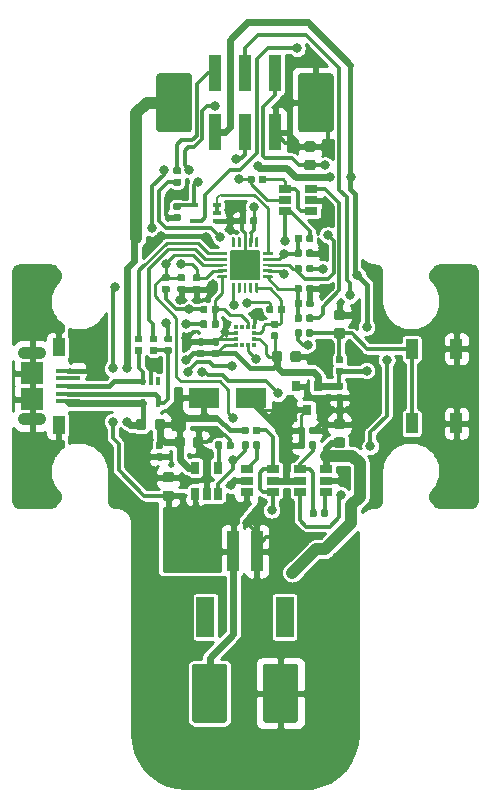
<source format=gbl>
G04 #@! TF.GenerationSoftware,KiCad,Pcbnew,(5.1.5-0-10_14)*
G04 #@! TF.CreationDate,2020-04-03T00:26:54-07:00*
G04 #@! TF.ProjectId,bike-light-board,62696b65-2d6c-4696-9768-742d626f6172,rev?*
G04 #@! TF.SameCoordinates,Original*
G04 #@! TF.FileFunction,Copper,L2,Bot*
G04 #@! TF.FilePolarity,Positive*
%FSLAX46Y46*%
G04 Gerber Fmt 4.6, Leading zero omitted, Abs format (unit mm)*
G04 Created by KiCad (PCBNEW (5.1.5-0-10_14)) date 2020-04-03 00:26:54*
%MOMM*%
%LPD*%
G04 APERTURE LIST*
%ADD10C,0.100000*%
%ADD11R,1.000000X3.150000*%
%ADD12R,1.060000X0.650000*%
%ADD13R,0.400000X0.650000*%
%ADD14R,1.500000X3.400000*%
%ADD15R,1.000000X3.500000*%
%ADD16R,1.000000X1.700000*%
%ADD17R,2.500000X1.800000*%
%ADD18O,2.400000X1.100000*%
%ADD19R,1.900000X1.900000*%
%ADD20R,1.000000X1.500000*%
%ADD21R,2.100000X0.400000*%
%ADD22R,0.650000X1.060000*%
%ADD23R,0.800000X0.900000*%
%ADD24R,0.350000X0.375000*%
%ADD25R,0.375000X0.350000*%
%ADD26R,0.650000X0.400000*%
%ADD27C,0.800000*%
%ADD28C,0.250000*%
%ADD29C,0.300000*%
%ADD30C,0.600000*%
%ADD31C,0.400000*%
%ADD32C,1.000000*%
%ADD33C,0.200000*%
%ADD34C,0.254000*%
G04 APERTURE END LIST*
G04 #@! TA.AperFunction,SMDPad,CuDef*
D10*
G36*
X155436957Y-86111218D02*
G01*
X155451275Y-86113342D01*
X155465316Y-86116859D01*
X155478945Y-86121736D01*
X155492030Y-86127925D01*
X155504446Y-86135366D01*
X155516072Y-86143989D01*
X155526797Y-86153710D01*
X155536518Y-86164435D01*
X155545141Y-86176061D01*
X155552582Y-86188477D01*
X155558771Y-86201562D01*
X155563648Y-86215191D01*
X155567165Y-86229232D01*
X155569289Y-86243550D01*
X155569999Y-86258008D01*
X155569999Y-86553008D01*
X155569289Y-86567466D01*
X155567165Y-86581784D01*
X155563648Y-86595825D01*
X155558771Y-86609454D01*
X155552582Y-86622539D01*
X155545141Y-86634955D01*
X155536518Y-86646581D01*
X155526797Y-86657306D01*
X155516072Y-86667027D01*
X155504446Y-86675650D01*
X155492030Y-86683091D01*
X155478945Y-86689280D01*
X155465316Y-86694157D01*
X155451275Y-86697674D01*
X155436957Y-86699798D01*
X155422499Y-86700508D01*
X155077499Y-86700508D01*
X155063041Y-86699798D01*
X155048723Y-86697674D01*
X155034682Y-86694157D01*
X155021053Y-86689280D01*
X155007968Y-86683091D01*
X154995552Y-86675650D01*
X154983926Y-86667027D01*
X154973201Y-86657306D01*
X154963480Y-86646581D01*
X154954857Y-86634955D01*
X154947416Y-86622539D01*
X154941227Y-86609454D01*
X154936350Y-86595825D01*
X154932833Y-86581784D01*
X154930709Y-86567466D01*
X154929999Y-86553008D01*
X154929999Y-86258008D01*
X154930709Y-86243550D01*
X154932833Y-86229232D01*
X154936350Y-86215191D01*
X154941227Y-86201562D01*
X154947416Y-86188477D01*
X154954857Y-86176061D01*
X154963480Y-86164435D01*
X154973201Y-86153710D01*
X154983926Y-86143989D01*
X154995552Y-86135366D01*
X155007968Y-86127925D01*
X155021053Y-86121736D01*
X155034682Y-86116859D01*
X155048723Y-86113342D01*
X155063041Y-86111218D01*
X155077499Y-86110508D01*
X155422499Y-86110508D01*
X155436957Y-86111218D01*
G37*
G04 #@! TD.AperFunction*
G04 #@! TA.AperFunction,SMDPad,CuDef*
G36*
X155436957Y-85141218D02*
G01*
X155451275Y-85143342D01*
X155465316Y-85146859D01*
X155478945Y-85151736D01*
X155492030Y-85157925D01*
X155504446Y-85165366D01*
X155516072Y-85173989D01*
X155526797Y-85183710D01*
X155536518Y-85194435D01*
X155545141Y-85206061D01*
X155552582Y-85218477D01*
X155558771Y-85231562D01*
X155563648Y-85245191D01*
X155567165Y-85259232D01*
X155569289Y-85273550D01*
X155569999Y-85288008D01*
X155569999Y-85583008D01*
X155569289Y-85597466D01*
X155567165Y-85611784D01*
X155563648Y-85625825D01*
X155558771Y-85639454D01*
X155552582Y-85652539D01*
X155545141Y-85664955D01*
X155536518Y-85676581D01*
X155526797Y-85687306D01*
X155516072Y-85697027D01*
X155504446Y-85705650D01*
X155492030Y-85713091D01*
X155478945Y-85719280D01*
X155465316Y-85724157D01*
X155451275Y-85727674D01*
X155436957Y-85729798D01*
X155422499Y-85730508D01*
X155077499Y-85730508D01*
X155063041Y-85729798D01*
X155048723Y-85727674D01*
X155034682Y-85724157D01*
X155021053Y-85719280D01*
X155007968Y-85713091D01*
X154995552Y-85705650D01*
X154983926Y-85697027D01*
X154973201Y-85687306D01*
X154963480Y-85676581D01*
X154954857Y-85664955D01*
X154947416Y-85652539D01*
X154941227Y-85639454D01*
X154936350Y-85625825D01*
X154932833Y-85611784D01*
X154930709Y-85597466D01*
X154929999Y-85583008D01*
X154929999Y-85288008D01*
X154930709Y-85273550D01*
X154932833Y-85259232D01*
X154936350Y-85245191D01*
X154941227Y-85231562D01*
X154947416Y-85218477D01*
X154954857Y-85206061D01*
X154963480Y-85194435D01*
X154973201Y-85183710D01*
X154983926Y-85173989D01*
X154995552Y-85165366D01*
X155007968Y-85157925D01*
X155021053Y-85151736D01*
X155034682Y-85146859D01*
X155048723Y-85143342D01*
X155063041Y-85141218D01*
X155077499Y-85140508D01*
X155422499Y-85140508D01*
X155436957Y-85141218D01*
G37*
G04 #@! TD.AperFunction*
D11*
X163539999Y-82195508D03*
X163539999Y-77145508D03*
X160999999Y-82195508D03*
X160999999Y-77145508D03*
X158459999Y-82195508D03*
X158459999Y-77145508D03*
G04 #@! TA.AperFunction,SMDPad,CuDef*
D10*
G36*
X160068625Y-94920809D02*
G01*
X160074692Y-94921709D01*
X160080642Y-94923199D01*
X160086417Y-94925266D01*
X160091961Y-94927888D01*
X160097222Y-94931041D01*
X160102149Y-94934695D01*
X160106693Y-94938814D01*
X160110812Y-94943358D01*
X160114466Y-94948285D01*
X160117619Y-94953546D01*
X160120241Y-94959090D01*
X160122308Y-94964865D01*
X160123798Y-94970815D01*
X160124698Y-94976882D01*
X160124999Y-94983008D01*
X160124999Y-95708008D01*
X160124698Y-95714134D01*
X160123798Y-95720201D01*
X160122308Y-95726151D01*
X160120241Y-95731926D01*
X160117619Y-95737470D01*
X160114466Y-95742731D01*
X160110812Y-95747658D01*
X160106693Y-95752202D01*
X160102149Y-95756321D01*
X160097222Y-95759975D01*
X160091961Y-95763128D01*
X160086417Y-95765750D01*
X160080642Y-95767817D01*
X160074692Y-95769307D01*
X160068625Y-95770207D01*
X160062499Y-95770508D01*
X159937499Y-95770508D01*
X159931373Y-95770207D01*
X159925306Y-95769307D01*
X159919356Y-95767817D01*
X159913581Y-95765750D01*
X159908037Y-95763128D01*
X159902776Y-95759975D01*
X159897849Y-95756321D01*
X159893305Y-95752202D01*
X159889186Y-95747658D01*
X159885532Y-95742731D01*
X159882379Y-95737470D01*
X159879757Y-95731926D01*
X159877690Y-95726151D01*
X159876200Y-95720201D01*
X159875300Y-95714134D01*
X159874999Y-95708008D01*
X159874999Y-94983008D01*
X159875300Y-94976882D01*
X159876200Y-94970815D01*
X159877690Y-94964865D01*
X159879757Y-94959090D01*
X159882379Y-94953546D01*
X159885532Y-94948285D01*
X159889186Y-94943358D01*
X159893305Y-94938814D01*
X159897849Y-94934695D01*
X159902776Y-94931041D01*
X159908037Y-94927888D01*
X159913581Y-94925266D01*
X159919356Y-94923199D01*
X159925306Y-94921709D01*
X159931373Y-94920809D01*
X159937499Y-94920508D01*
X160062499Y-94920508D01*
X160068625Y-94920809D01*
G37*
G04 #@! TD.AperFunction*
G04 #@! TA.AperFunction,SMDPad,CuDef*
G36*
X160568625Y-94920809D02*
G01*
X160574692Y-94921709D01*
X160580642Y-94923199D01*
X160586417Y-94925266D01*
X160591961Y-94927888D01*
X160597222Y-94931041D01*
X160602149Y-94934695D01*
X160606693Y-94938814D01*
X160610812Y-94943358D01*
X160614466Y-94948285D01*
X160617619Y-94953546D01*
X160620241Y-94959090D01*
X160622308Y-94964865D01*
X160623798Y-94970815D01*
X160624698Y-94976882D01*
X160624999Y-94983008D01*
X160624999Y-95708008D01*
X160624698Y-95714134D01*
X160623798Y-95720201D01*
X160622308Y-95726151D01*
X160620241Y-95731926D01*
X160617619Y-95737470D01*
X160614466Y-95742731D01*
X160610812Y-95747658D01*
X160606693Y-95752202D01*
X160602149Y-95756321D01*
X160597222Y-95759975D01*
X160591961Y-95763128D01*
X160586417Y-95765750D01*
X160580642Y-95767817D01*
X160574692Y-95769307D01*
X160568625Y-95770207D01*
X160562499Y-95770508D01*
X160437499Y-95770508D01*
X160431373Y-95770207D01*
X160425306Y-95769307D01*
X160419356Y-95767817D01*
X160413581Y-95765750D01*
X160408037Y-95763128D01*
X160402776Y-95759975D01*
X160397849Y-95756321D01*
X160393305Y-95752202D01*
X160389186Y-95747658D01*
X160385532Y-95742731D01*
X160382379Y-95737470D01*
X160379757Y-95731926D01*
X160377690Y-95726151D01*
X160376200Y-95720201D01*
X160375300Y-95714134D01*
X160374999Y-95708008D01*
X160374999Y-94983008D01*
X160375300Y-94976882D01*
X160376200Y-94970815D01*
X160377690Y-94964865D01*
X160379757Y-94959090D01*
X160382379Y-94953546D01*
X160385532Y-94948285D01*
X160389186Y-94943358D01*
X160393305Y-94938814D01*
X160397849Y-94934695D01*
X160402776Y-94931041D01*
X160408037Y-94927888D01*
X160413581Y-94925266D01*
X160419356Y-94923199D01*
X160425306Y-94921709D01*
X160431373Y-94920809D01*
X160437499Y-94920508D01*
X160562499Y-94920508D01*
X160568625Y-94920809D01*
G37*
G04 #@! TD.AperFunction*
G04 #@! TA.AperFunction,SMDPad,CuDef*
G36*
X161068625Y-94920809D02*
G01*
X161074692Y-94921709D01*
X161080642Y-94923199D01*
X161086417Y-94925266D01*
X161091961Y-94927888D01*
X161097222Y-94931041D01*
X161102149Y-94934695D01*
X161106693Y-94938814D01*
X161110812Y-94943358D01*
X161114466Y-94948285D01*
X161117619Y-94953546D01*
X161120241Y-94959090D01*
X161122308Y-94964865D01*
X161123798Y-94970815D01*
X161124698Y-94976882D01*
X161124999Y-94983008D01*
X161124999Y-95708008D01*
X161124698Y-95714134D01*
X161123798Y-95720201D01*
X161122308Y-95726151D01*
X161120241Y-95731926D01*
X161117619Y-95737470D01*
X161114466Y-95742731D01*
X161110812Y-95747658D01*
X161106693Y-95752202D01*
X161102149Y-95756321D01*
X161097222Y-95759975D01*
X161091961Y-95763128D01*
X161086417Y-95765750D01*
X161080642Y-95767817D01*
X161074692Y-95769307D01*
X161068625Y-95770207D01*
X161062499Y-95770508D01*
X160937499Y-95770508D01*
X160931373Y-95770207D01*
X160925306Y-95769307D01*
X160919356Y-95767817D01*
X160913581Y-95765750D01*
X160908037Y-95763128D01*
X160902776Y-95759975D01*
X160897849Y-95756321D01*
X160893305Y-95752202D01*
X160889186Y-95747658D01*
X160885532Y-95742731D01*
X160882379Y-95737470D01*
X160879757Y-95731926D01*
X160877690Y-95726151D01*
X160876200Y-95720201D01*
X160875300Y-95714134D01*
X160874999Y-95708008D01*
X160874999Y-94983008D01*
X160875300Y-94976882D01*
X160876200Y-94970815D01*
X160877690Y-94964865D01*
X160879757Y-94959090D01*
X160882379Y-94953546D01*
X160885532Y-94948285D01*
X160889186Y-94943358D01*
X160893305Y-94938814D01*
X160897849Y-94934695D01*
X160902776Y-94931041D01*
X160908037Y-94927888D01*
X160913581Y-94925266D01*
X160919356Y-94923199D01*
X160925306Y-94921709D01*
X160931373Y-94920809D01*
X160937499Y-94920508D01*
X161062499Y-94920508D01*
X161068625Y-94920809D01*
G37*
G04 #@! TD.AperFunction*
G04 #@! TA.AperFunction,SMDPad,CuDef*
G36*
X161568625Y-94920809D02*
G01*
X161574692Y-94921709D01*
X161580642Y-94923199D01*
X161586417Y-94925266D01*
X161591961Y-94927888D01*
X161597222Y-94931041D01*
X161602149Y-94934695D01*
X161606693Y-94938814D01*
X161610812Y-94943358D01*
X161614466Y-94948285D01*
X161617619Y-94953546D01*
X161620241Y-94959090D01*
X161622308Y-94964865D01*
X161623798Y-94970815D01*
X161624698Y-94976882D01*
X161624999Y-94983008D01*
X161624999Y-95708008D01*
X161624698Y-95714134D01*
X161623798Y-95720201D01*
X161622308Y-95726151D01*
X161620241Y-95731926D01*
X161617619Y-95737470D01*
X161614466Y-95742731D01*
X161610812Y-95747658D01*
X161606693Y-95752202D01*
X161602149Y-95756321D01*
X161597222Y-95759975D01*
X161591961Y-95763128D01*
X161586417Y-95765750D01*
X161580642Y-95767817D01*
X161574692Y-95769307D01*
X161568625Y-95770207D01*
X161562499Y-95770508D01*
X161437499Y-95770508D01*
X161431373Y-95770207D01*
X161425306Y-95769307D01*
X161419356Y-95767817D01*
X161413581Y-95765750D01*
X161408037Y-95763128D01*
X161402776Y-95759975D01*
X161397849Y-95756321D01*
X161393305Y-95752202D01*
X161389186Y-95747658D01*
X161385532Y-95742731D01*
X161382379Y-95737470D01*
X161379757Y-95731926D01*
X161377690Y-95726151D01*
X161376200Y-95720201D01*
X161375300Y-95714134D01*
X161374999Y-95708008D01*
X161374999Y-94983008D01*
X161375300Y-94976882D01*
X161376200Y-94970815D01*
X161377690Y-94964865D01*
X161379757Y-94959090D01*
X161382379Y-94953546D01*
X161385532Y-94948285D01*
X161389186Y-94943358D01*
X161393305Y-94938814D01*
X161397849Y-94934695D01*
X161402776Y-94931041D01*
X161408037Y-94927888D01*
X161413581Y-94925266D01*
X161419356Y-94923199D01*
X161425306Y-94921709D01*
X161431373Y-94920809D01*
X161437499Y-94920508D01*
X161562499Y-94920508D01*
X161568625Y-94920809D01*
G37*
G04 #@! TD.AperFunction*
G04 #@! TA.AperFunction,SMDPad,CuDef*
G36*
X162068625Y-94920809D02*
G01*
X162074692Y-94921709D01*
X162080642Y-94923199D01*
X162086417Y-94925266D01*
X162091961Y-94927888D01*
X162097222Y-94931041D01*
X162102149Y-94934695D01*
X162106693Y-94938814D01*
X162110812Y-94943358D01*
X162114466Y-94948285D01*
X162117619Y-94953546D01*
X162120241Y-94959090D01*
X162122308Y-94964865D01*
X162123798Y-94970815D01*
X162124698Y-94976882D01*
X162124999Y-94983008D01*
X162124999Y-95708008D01*
X162124698Y-95714134D01*
X162123798Y-95720201D01*
X162122308Y-95726151D01*
X162120241Y-95731926D01*
X162117619Y-95737470D01*
X162114466Y-95742731D01*
X162110812Y-95747658D01*
X162106693Y-95752202D01*
X162102149Y-95756321D01*
X162097222Y-95759975D01*
X162091961Y-95763128D01*
X162086417Y-95765750D01*
X162080642Y-95767817D01*
X162074692Y-95769307D01*
X162068625Y-95770207D01*
X162062499Y-95770508D01*
X161937499Y-95770508D01*
X161931373Y-95770207D01*
X161925306Y-95769307D01*
X161919356Y-95767817D01*
X161913581Y-95765750D01*
X161908037Y-95763128D01*
X161902776Y-95759975D01*
X161897849Y-95756321D01*
X161893305Y-95752202D01*
X161889186Y-95747658D01*
X161885532Y-95742731D01*
X161882379Y-95737470D01*
X161879757Y-95731926D01*
X161877690Y-95726151D01*
X161876200Y-95720201D01*
X161875300Y-95714134D01*
X161874999Y-95708008D01*
X161874999Y-94983008D01*
X161875300Y-94976882D01*
X161876200Y-94970815D01*
X161877690Y-94964865D01*
X161879757Y-94959090D01*
X161882379Y-94953546D01*
X161885532Y-94948285D01*
X161889186Y-94943358D01*
X161893305Y-94938814D01*
X161897849Y-94934695D01*
X161902776Y-94931041D01*
X161908037Y-94927888D01*
X161913581Y-94925266D01*
X161919356Y-94923199D01*
X161925306Y-94921709D01*
X161931373Y-94920809D01*
X161937499Y-94920508D01*
X162062499Y-94920508D01*
X162068625Y-94920809D01*
G37*
G04 #@! TD.AperFunction*
G04 #@! TA.AperFunction,SMDPad,CuDef*
G36*
X163293625Y-94295809D02*
G01*
X163299692Y-94296709D01*
X163305642Y-94298199D01*
X163311417Y-94300266D01*
X163316961Y-94302888D01*
X163322222Y-94306041D01*
X163327149Y-94309695D01*
X163331693Y-94313814D01*
X163335812Y-94318358D01*
X163339466Y-94323285D01*
X163342619Y-94328546D01*
X163345241Y-94334090D01*
X163347308Y-94339865D01*
X163348798Y-94345815D01*
X163349698Y-94351882D01*
X163349999Y-94358008D01*
X163349999Y-94483008D01*
X163349698Y-94489134D01*
X163348798Y-94495201D01*
X163347308Y-94501151D01*
X163345241Y-94506926D01*
X163342619Y-94512470D01*
X163339466Y-94517731D01*
X163335812Y-94522658D01*
X163331693Y-94527202D01*
X163327149Y-94531321D01*
X163322222Y-94534975D01*
X163316961Y-94538128D01*
X163311417Y-94540750D01*
X163305642Y-94542817D01*
X163299692Y-94544307D01*
X163293625Y-94545207D01*
X163287499Y-94545508D01*
X162562499Y-94545508D01*
X162556373Y-94545207D01*
X162550306Y-94544307D01*
X162544356Y-94542817D01*
X162538581Y-94540750D01*
X162533037Y-94538128D01*
X162527776Y-94534975D01*
X162522849Y-94531321D01*
X162518305Y-94527202D01*
X162514186Y-94522658D01*
X162510532Y-94517731D01*
X162507379Y-94512470D01*
X162504757Y-94506926D01*
X162502690Y-94501151D01*
X162501200Y-94495201D01*
X162500300Y-94489134D01*
X162499999Y-94483008D01*
X162499999Y-94358008D01*
X162500300Y-94351882D01*
X162501200Y-94345815D01*
X162502690Y-94339865D01*
X162504757Y-94334090D01*
X162507379Y-94328546D01*
X162510532Y-94323285D01*
X162514186Y-94318358D01*
X162518305Y-94313814D01*
X162522849Y-94309695D01*
X162527776Y-94306041D01*
X162533037Y-94302888D01*
X162538581Y-94300266D01*
X162544356Y-94298199D01*
X162550306Y-94296709D01*
X162556373Y-94295809D01*
X162562499Y-94295508D01*
X163287499Y-94295508D01*
X163293625Y-94295809D01*
G37*
G04 #@! TD.AperFunction*
G04 #@! TA.AperFunction,SMDPad,CuDef*
G36*
X163293625Y-93795809D02*
G01*
X163299692Y-93796709D01*
X163305642Y-93798199D01*
X163311417Y-93800266D01*
X163316961Y-93802888D01*
X163322222Y-93806041D01*
X163327149Y-93809695D01*
X163331693Y-93813814D01*
X163335812Y-93818358D01*
X163339466Y-93823285D01*
X163342619Y-93828546D01*
X163345241Y-93834090D01*
X163347308Y-93839865D01*
X163348798Y-93845815D01*
X163349698Y-93851882D01*
X163349999Y-93858008D01*
X163349999Y-93983008D01*
X163349698Y-93989134D01*
X163348798Y-93995201D01*
X163347308Y-94001151D01*
X163345241Y-94006926D01*
X163342619Y-94012470D01*
X163339466Y-94017731D01*
X163335812Y-94022658D01*
X163331693Y-94027202D01*
X163327149Y-94031321D01*
X163322222Y-94034975D01*
X163316961Y-94038128D01*
X163311417Y-94040750D01*
X163305642Y-94042817D01*
X163299692Y-94044307D01*
X163293625Y-94045207D01*
X163287499Y-94045508D01*
X162562499Y-94045508D01*
X162556373Y-94045207D01*
X162550306Y-94044307D01*
X162544356Y-94042817D01*
X162538581Y-94040750D01*
X162533037Y-94038128D01*
X162527776Y-94034975D01*
X162522849Y-94031321D01*
X162518305Y-94027202D01*
X162514186Y-94022658D01*
X162510532Y-94017731D01*
X162507379Y-94012470D01*
X162504757Y-94006926D01*
X162502690Y-94001151D01*
X162501200Y-93995201D01*
X162500300Y-93989134D01*
X162499999Y-93983008D01*
X162499999Y-93858008D01*
X162500300Y-93851882D01*
X162501200Y-93845815D01*
X162502690Y-93839865D01*
X162504757Y-93834090D01*
X162507379Y-93828546D01*
X162510532Y-93823285D01*
X162514186Y-93818358D01*
X162518305Y-93813814D01*
X162522849Y-93809695D01*
X162527776Y-93806041D01*
X162533037Y-93802888D01*
X162538581Y-93800266D01*
X162544356Y-93798199D01*
X162550306Y-93796709D01*
X162556373Y-93795809D01*
X162562499Y-93795508D01*
X163287499Y-93795508D01*
X163293625Y-93795809D01*
G37*
G04 #@! TD.AperFunction*
G04 #@! TA.AperFunction,SMDPad,CuDef*
G36*
X163293625Y-93295809D02*
G01*
X163299692Y-93296709D01*
X163305642Y-93298199D01*
X163311417Y-93300266D01*
X163316961Y-93302888D01*
X163322222Y-93306041D01*
X163327149Y-93309695D01*
X163331693Y-93313814D01*
X163335812Y-93318358D01*
X163339466Y-93323285D01*
X163342619Y-93328546D01*
X163345241Y-93334090D01*
X163347308Y-93339865D01*
X163348798Y-93345815D01*
X163349698Y-93351882D01*
X163349999Y-93358008D01*
X163349999Y-93483008D01*
X163349698Y-93489134D01*
X163348798Y-93495201D01*
X163347308Y-93501151D01*
X163345241Y-93506926D01*
X163342619Y-93512470D01*
X163339466Y-93517731D01*
X163335812Y-93522658D01*
X163331693Y-93527202D01*
X163327149Y-93531321D01*
X163322222Y-93534975D01*
X163316961Y-93538128D01*
X163311417Y-93540750D01*
X163305642Y-93542817D01*
X163299692Y-93544307D01*
X163293625Y-93545207D01*
X163287499Y-93545508D01*
X162562499Y-93545508D01*
X162556373Y-93545207D01*
X162550306Y-93544307D01*
X162544356Y-93542817D01*
X162538581Y-93540750D01*
X162533037Y-93538128D01*
X162527776Y-93534975D01*
X162522849Y-93531321D01*
X162518305Y-93527202D01*
X162514186Y-93522658D01*
X162510532Y-93517731D01*
X162507379Y-93512470D01*
X162504757Y-93506926D01*
X162502690Y-93501151D01*
X162501200Y-93495201D01*
X162500300Y-93489134D01*
X162499999Y-93483008D01*
X162499999Y-93358008D01*
X162500300Y-93351882D01*
X162501200Y-93345815D01*
X162502690Y-93339865D01*
X162504757Y-93334090D01*
X162507379Y-93328546D01*
X162510532Y-93323285D01*
X162514186Y-93318358D01*
X162518305Y-93313814D01*
X162522849Y-93309695D01*
X162527776Y-93306041D01*
X162533037Y-93302888D01*
X162538581Y-93300266D01*
X162544356Y-93298199D01*
X162550306Y-93296709D01*
X162556373Y-93295809D01*
X162562499Y-93295508D01*
X163287499Y-93295508D01*
X163293625Y-93295809D01*
G37*
G04 #@! TD.AperFunction*
G04 #@! TA.AperFunction,SMDPad,CuDef*
G36*
X163293625Y-92795809D02*
G01*
X163299692Y-92796709D01*
X163305642Y-92798199D01*
X163311417Y-92800266D01*
X163316961Y-92802888D01*
X163322222Y-92806041D01*
X163327149Y-92809695D01*
X163331693Y-92813814D01*
X163335812Y-92818358D01*
X163339466Y-92823285D01*
X163342619Y-92828546D01*
X163345241Y-92834090D01*
X163347308Y-92839865D01*
X163348798Y-92845815D01*
X163349698Y-92851882D01*
X163349999Y-92858008D01*
X163349999Y-92983008D01*
X163349698Y-92989134D01*
X163348798Y-92995201D01*
X163347308Y-93001151D01*
X163345241Y-93006926D01*
X163342619Y-93012470D01*
X163339466Y-93017731D01*
X163335812Y-93022658D01*
X163331693Y-93027202D01*
X163327149Y-93031321D01*
X163322222Y-93034975D01*
X163316961Y-93038128D01*
X163311417Y-93040750D01*
X163305642Y-93042817D01*
X163299692Y-93044307D01*
X163293625Y-93045207D01*
X163287499Y-93045508D01*
X162562499Y-93045508D01*
X162556373Y-93045207D01*
X162550306Y-93044307D01*
X162544356Y-93042817D01*
X162538581Y-93040750D01*
X162533037Y-93038128D01*
X162527776Y-93034975D01*
X162522849Y-93031321D01*
X162518305Y-93027202D01*
X162514186Y-93022658D01*
X162510532Y-93017731D01*
X162507379Y-93012470D01*
X162504757Y-93006926D01*
X162502690Y-93001151D01*
X162501200Y-92995201D01*
X162500300Y-92989134D01*
X162499999Y-92983008D01*
X162499999Y-92858008D01*
X162500300Y-92851882D01*
X162501200Y-92845815D01*
X162502690Y-92839865D01*
X162504757Y-92834090D01*
X162507379Y-92828546D01*
X162510532Y-92823285D01*
X162514186Y-92818358D01*
X162518305Y-92813814D01*
X162522849Y-92809695D01*
X162527776Y-92806041D01*
X162533037Y-92802888D01*
X162538581Y-92800266D01*
X162544356Y-92798199D01*
X162550306Y-92796709D01*
X162556373Y-92795809D01*
X162562499Y-92795508D01*
X163287499Y-92795508D01*
X163293625Y-92795809D01*
G37*
G04 #@! TD.AperFunction*
G04 #@! TA.AperFunction,SMDPad,CuDef*
G36*
X163293625Y-92295809D02*
G01*
X163299692Y-92296709D01*
X163305642Y-92298199D01*
X163311417Y-92300266D01*
X163316961Y-92302888D01*
X163322222Y-92306041D01*
X163327149Y-92309695D01*
X163331693Y-92313814D01*
X163335812Y-92318358D01*
X163339466Y-92323285D01*
X163342619Y-92328546D01*
X163345241Y-92334090D01*
X163347308Y-92339865D01*
X163348798Y-92345815D01*
X163349698Y-92351882D01*
X163349999Y-92358008D01*
X163349999Y-92483008D01*
X163349698Y-92489134D01*
X163348798Y-92495201D01*
X163347308Y-92501151D01*
X163345241Y-92506926D01*
X163342619Y-92512470D01*
X163339466Y-92517731D01*
X163335812Y-92522658D01*
X163331693Y-92527202D01*
X163327149Y-92531321D01*
X163322222Y-92534975D01*
X163316961Y-92538128D01*
X163311417Y-92540750D01*
X163305642Y-92542817D01*
X163299692Y-92544307D01*
X163293625Y-92545207D01*
X163287499Y-92545508D01*
X162562499Y-92545508D01*
X162556373Y-92545207D01*
X162550306Y-92544307D01*
X162544356Y-92542817D01*
X162538581Y-92540750D01*
X162533037Y-92538128D01*
X162527776Y-92534975D01*
X162522849Y-92531321D01*
X162518305Y-92527202D01*
X162514186Y-92522658D01*
X162510532Y-92517731D01*
X162507379Y-92512470D01*
X162504757Y-92506926D01*
X162502690Y-92501151D01*
X162501200Y-92495201D01*
X162500300Y-92489134D01*
X162499999Y-92483008D01*
X162499999Y-92358008D01*
X162500300Y-92351882D01*
X162501200Y-92345815D01*
X162502690Y-92339865D01*
X162504757Y-92334090D01*
X162507379Y-92328546D01*
X162510532Y-92323285D01*
X162514186Y-92318358D01*
X162518305Y-92313814D01*
X162522849Y-92309695D01*
X162527776Y-92306041D01*
X162533037Y-92302888D01*
X162538581Y-92300266D01*
X162544356Y-92298199D01*
X162550306Y-92296709D01*
X162556373Y-92295809D01*
X162562499Y-92295508D01*
X163287499Y-92295508D01*
X163293625Y-92295809D01*
G37*
G04 #@! TD.AperFunction*
G04 #@! TA.AperFunction,SMDPad,CuDef*
G36*
X162068625Y-91070809D02*
G01*
X162074692Y-91071709D01*
X162080642Y-91073199D01*
X162086417Y-91075266D01*
X162091961Y-91077888D01*
X162097222Y-91081041D01*
X162102149Y-91084695D01*
X162106693Y-91088814D01*
X162110812Y-91093358D01*
X162114466Y-91098285D01*
X162117619Y-91103546D01*
X162120241Y-91109090D01*
X162122308Y-91114865D01*
X162123798Y-91120815D01*
X162124698Y-91126882D01*
X162124999Y-91133008D01*
X162124999Y-91858008D01*
X162124698Y-91864134D01*
X162123798Y-91870201D01*
X162122308Y-91876151D01*
X162120241Y-91881926D01*
X162117619Y-91887470D01*
X162114466Y-91892731D01*
X162110812Y-91897658D01*
X162106693Y-91902202D01*
X162102149Y-91906321D01*
X162097222Y-91909975D01*
X162091961Y-91913128D01*
X162086417Y-91915750D01*
X162080642Y-91917817D01*
X162074692Y-91919307D01*
X162068625Y-91920207D01*
X162062499Y-91920508D01*
X161937499Y-91920508D01*
X161931373Y-91920207D01*
X161925306Y-91919307D01*
X161919356Y-91917817D01*
X161913581Y-91915750D01*
X161908037Y-91913128D01*
X161902776Y-91909975D01*
X161897849Y-91906321D01*
X161893305Y-91902202D01*
X161889186Y-91897658D01*
X161885532Y-91892731D01*
X161882379Y-91887470D01*
X161879757Y-91881926D01*
X161877690Y-91876151D01*
X161876200Y-91870201D01*
X161875300Y-91864134D01*
X161874999Y-91858008D01*
X161874999Y-91133008D01*
X161875300Y-91126882D01*
X161876200Y-91120815D01*
X161877690Y-91114865D01*
X161879757Y-91109090D01*
X161882379Y-91103546D01*
X161885532Y-91098285D01*
X161889186Y-91093358D01*
X161893305Y-91088814D01*
X161897849Y-91084695D01*
X161902776Y-91081041D01*
X161908037Y-91077888D01*
X161913581Y-91075266D01*
X161919356Y-91073199D01*
X161925306Y-91071709D01*
X161931373Y-91070809D01*
X161937499Y-91070508D01*
X162062499Y-91070508D01*
X162068625Y-91070809D01*
G37*
G04 #@! TD.AperFunction*
G04 #@! TA.AperFunction,SMDPad,CuDef*
G36*
X161568625Y-91070809D02*
G01*
X161574692Y-91071709D01*
X161580642Y-91073199D01*
X161586417Y-91075266D01*
X161591961Y-91077888D01*
X161597222Y-91081041D01*
X161602149Y-91084695D01*
X161606693Y-91088814D01*
X161610812Y-91093358D01*
X161614466Y-91098285D01*
X161617619Y-91103546D01*
X161620241Y-91109090D01*
X161622308Y-91114865D01*
X161623798Y-91120815D01*
X161624698Y-91126882D01*
X161624999Y-91133008D01*
X161624999Y-91858008D01*
X161624698Y-91864134D01*
X161623798Y-91870201D01*
X161622308Y-91876151D01*
X161620241Y-91881926D01*
X161617619Y-91887470D01*
X161614466Y-91892731D01*
X161610812Y-91897658D01*
X161606693Y-91902202D01*
X161602149Y-91906321D01*
X161597222Y-91909975D01*
X161591961Y-91913128D01*
X161586417Y-91915750D01*
X161580642Y-91917817D01*
X161574692Y-91919307D01*
X161568625Y-91920207D01*
X161562499Y-91920508D01*
X161437499Y-91920508D01*
X161431373Y-91920207D01*
X161425306Y-91919307D01*
X161419356Y-91917817D01*
X161413581Y-91915750D01*
X161408037Y-91913128D01*
X161402776Y-91909975D01*
X161397849Y-91906321D01*
X161393305Y-91902202D01*
X161389186Y-91897658D01*
X161385532Y-91892731D01*
X161382379Y-91887470D01*
X161379757Y-91881926D01*
X161377690Y-91876151D01*
X161376200Y-91870201D01*
X161375300Y-91864134D01*
X161374999Y-91858008D01*
X161374999Y-91133008D01*
X161375300Y-91126882D01*
X161376200Y-91120815D01*
X161377690Y-91114865D01*
X161379757Y-91109090D01*
X161382379Y-91103546D01*
X161385532Y-91098285D01*
X161389186Y-91093358D01*
X161393305Y-91088814D01*
X161397849Y-91084695D01*
X161402776Y-91081041D01*
X161408037Y-91077888D01*
X161413581Y-91075266D01*
X161419356Y-91073199D01*
X161425306Y-91071709D01*
X161431373Y-91070809D01*
X161437499Y-91070508D01*
X161562499Y-91070508D01*
X161568625Y-91070809D01*
G37*
G04 #@! TD.AperFunction*
G04 #@! TA.AperFunction,SMDPad,CuDef*
G36*
X161068625Y-91070809D02*
G01*
X161074692Y-91071709D01*
X161080642Y-91073199D01*
X161086417Y-91075266D01*
X161091961Y-91077888D01*
X161097222Y-91081041D01*
X161102149Y-91084695D01*
X161106693Y-91088814D01*
X161110812Y-91093358D01*
X161114466Y-91098285D01*
X161117619Y-91103546D01*
X161120241Y-91109090D01*
X161122308Y-91114865D01*
X161123798Y-91120815D01*
X161124698Y-91126882D01*
X161124999Y-91133008D01*
X161124999Y-91858008D01*
X161124698Y-91864134D01*
X161123798Y-91870201D01*
X161122308Y-91876151D01*
X161120241Y-91881926D01*
X161117619Y-91887470D01*
X161114466Y-91892731D01*
X161110812Y-91897658D01*
X161106693Y-91902202D01*
X161102149Y-91906321D01*
X161097222Y-91909975D01*
X161091961Y-91913128D01*
X161086417Y-91915750D01*
X161080642Y-91917817D01*
X161074692Y-91919307D01*
X161068625Y-91920207D01*
X161062499Y-91920508D01*
X160937499Y-91920508D01*
X160931373Y-91920207D01*
X160925306Y-91919307D01*
X160919356Y-91917817D01*
X160913581Y-91915750D01*
X160908037Y-91913128D01*
X160902776Y-91909975D01*
X160897849Y-91906321D01*
X160893305Y-91902202D01*
X160889186Y-91897658D01*
X160885532Y-91892731D01*
X160882379Y-91887470D01*
X160879757Y-91881926D01*
X160877690Y-91876151D01*
X160876200Y-91870201D01*
X160875300Y-91864134D01*
X160874999Y-91858008D01*
X160874999Y-91133008D01*
X160875300Y-91126882D01*
X160876200Y-91120815D01*
X160877690Y-91114865D01*
X160879757Y-91109090D01*
X160882379Y-91103546D01*
X160885532Y-91098285D01*
X160889186Y-91093358D01*
X160893305Y-91088814D01*
X160897849Y-91084695D01*
X160902776Y-91081041D01*
X160908037Y-91077888D01*
X160913581Y-91075266D01*
X160919356Y-91073199D01*
X160925306Y-91071709D01*
X160931373Y-91070809D01*
X160937499Y-91070508D01*
X161062499Y-91070508D01*
X161068625Y-91070809D01*
G37*
G04 #@! TD.AperFunction*
G04 #@! TA.AperFunction,SMDPad,CuDef*
G36*
X160568625Y-91070809D02*
G01*
X160574692Y-91071709D01*
X160580642Y-91073199D01*
X160586417Y-91075266D01*
X160591961Y-91077888D01*
X160597222Y-91081041D01*
X160602149Y-91084695D01*
X160606693Y-91088814D01*
X160610812Y-91093358D01*
X160614466Y-91098285D01*
X160617619Y-91103546D01*
X160620241Y-91109090D01*
X160622308Y-91114865D01*
X160623798Y-91120815D01*
X160624698Y-91126882D01*
X160624999Y-91133008D01*
X160624999Y-91858008D01*
X160624698Y-91864134D01*
X160623798Y-91870201D01*
X160622308Y-91876151D01*
X160620241Y-91881926D01*
X160617619Y-91887470D01*
X160614466Y-91892731D01*
X160610812Y-91897658D01*
X160606693Y-91902202D01*
X160602149Y-91906321D01*
X160597222Y-91909975D01*
X160591961Y-91913128D01*
X160586417Y-91915750D01*
X160580642Y-91917817D01*
X160574692Y-91919307D01*
X160568625Y-91920207D01*
X160562499Y-91920508D01*
X160437499Y-91920508D01*
X160431373Y-91920207D01*
X160425306Y-91919307D01*
X160419356Y-91917817D01*
X160413581Y-91915750D01*
X160408037Y-91913128D01*
X160402776Y-91909975D01*
X160397849Y-91906321D01*
X160393305Y-91902202D01*
X160389186Y-91897658D01*
X160385532Y-91892731D01*
X160382379Y-91887470D01*
X160379757Y-91881926D01*
X160377690Y-91876151D01*
X160376200Y-91870201D01*
X160375300Y-91864134D01*
X160374999Y-91858008D01*
X160374999Y-91133008D01*
X160375300Y-91126882D01*
X160376200Y-91120815D01*
X160377690Y-91114865D01*
X160379757Y-91109090D01*
X160382379Y-91103546D01*
X160385532Y-91098285D01*
X160389186Y-91093358D01*
X160393305Y-91088814D01*
X160397849Y-91084695D01*
X160402776Y-91081041D01*
X160408037Y-91077888D01*
X160413581Y-91075266D01*
X160419356Y-91073199D01*
X160425306Y-91071709D01*
X160431373Y-91070809D01*
X160437499Y-91070508D01*
X160562499Y-91070508D01*
X160568625Y-91070809D01*
G37*
G04 #@! TD.AperFunction*
G04 #@! TA.AperFunction,SMDPad,CuDef*
G36*
X160068625Y-91070809D02*
G01*
X160074692Y-91071709D01*
X160080642Y-91073199D01*
X160086417Y-91075266D01*
X160091961Y-91077888D01*
X160097222Y-91081041D01*
X160102149Y-91084695D01*
X160106693Y-91088814D01*
X160110812Y-91093358D01*
X160114466Y-91098285D01*
X160117619Y-91103546D01*
X160120241Y-91109090D01*
X160122308Y-91114865D01*
X160123798Y-91120815D01*
X160124698Y-91126882D01*
X160124999Y-91133008D01*
X160124999Y-91858008D01*
X160124698Y-91864134D01*
X160123798Y-91870201D01*
X160122308Y-91876151D01*
X160120241Y-91881926D01*
X160117619Y-91887470D01*
X160114466Y-91892731D01*
X160110812Y-91897658D01*
X160106693Y-91902202D01*
X160102149Y-91906321D01*
X160097222Y-91909975D01*
X160091961Y-91913128D01*
X160086417Y-91915750D01*
X160080642Y-91917817D01*
X160074692Y-91919307D01*
X160068625Y-91920207D01*
X160062499Y-91920508D01*
X159937499Y-91920508D01*
X159931373Y-91920207D01*
X159925306Y-91919307D01*
X159919356Y-91917817D01*
X159913581Y-91915750D01*
X159908037Y-91913128D01*
X159902776Y-91909975D01*
X159897849Y-91906321D01*
X159893305Y-91902202D01*
X159889186Y-91897658D01*
X159885532Y-91892731D01*
X159882379Y-91887470D01*
X159879757Y-91881926D01*
X159877690Y-91876151D01*
X159876200Y-91870201D01*
X159875300Y-91864134D01*
X159874999Y-91858008D01*
X159874999Y-91133008D01*
X159875300Y-91126882D01*
X159876200Y-91120815D01*
X159877690Y-91114865D01*
X159879757Y-91109090D01*
X159882379Y-91103546D01*
X159885532Y-91098285D01*
X159889186Y-91093358D01*
X159893305Y-91088814D01*
X159897849Y-91084695D01*
X159902776Y-91081041D01*
X159908037Y-91077888D01*
X159913581Y-91075266D01*
X159919356Y-91073199D01*
X159925306Y-91071709D01*
X159931373Y-91070809D01*
X159937499Y-91070508D01*
X160062499Y-91070508D01*
X160068625Y-91070809D01*
G37*
G04 #@! TD.AperFunction*
G04 #@! TA.AperFunction,SMDPad,CuDef*
G36*
X159443625Y-92295809D02*
G01*
X159449692Y-92296709D01*
X159455642Y-92298199D01*
X159461417Y-92300266D01*
X159466961Y-92302888D01*
X159472222Y-92306041D01*
X159477149Y-92309695D01*
X159481693Y-92313814D01*
X159485812Y-92318358D01*
X159489466Y-92323285D01*
X159492619Y-92328546D01*
X159495241Y-92334090D01*
X159497308Y-92339865D01*
X159498798Y-92345815D01*
X159499698Y-92351882D01*
X159499999Y-92358008D01*
X159499999Y-92483008D01*
X159499698Y-92489134D01*
X159498798Y-92495201D01*
X159497308Y-92501151D01*
X159495241Y-92506926D01*
X159492619Y-92512470D01*
X159489466Y-92517731D01*
X159485812Y-92522658D01*
X159481693Y-92527202D01*
X159477149Y-92531321D01*
X159472222Y-92534975D01*
X159466961Y-92538128D01*
X159461417Y-92540750D01*
X159455642Y-92542817D01*
X159449692Y-92544307D01*
X159443625Y-92545207D01*
X159437499Y-92545508D01*
X158712499Y-92545508D01*
X158706373Y-92545207D01*
X158700306Y-92544307D01*
X158694356Y-92542817D01*
X158688581Y-92540750D01*
X158683037Y-92538128D01*
X158677776Y-92534975D01*
X158672849Y-92531321D01*
X158668305Y-92527202D01*
X158664186Y-92522658D01*
X158660532Y-92517731D01*
X158657379Y-92512470D01*
X158654757Y-92506926D01*
X158652690Y-92501151D01*
X158651200Y-92495201D01*
X158650300Y-92489134D01*
X158649999Y-92483008D01*
X158649999Y-92358008D01*
X158650300Y-92351882D01*
X158651200Y-92345815D01*
X158652690Y-92339865D01*
X158654757Y-92334090D01*
X158657379Y-92328546D01*
X158660532Y-92323285D01*
X158664186Y-92318358D01*
X158668305Y-92313814D01*
X158672849Y-92309695D01*
X158677776Y-92306041D01*
X158683037Y-92302888D01*
X158688581Y-92300266D01*
X158694356Y-92298199D01*
X158700306Y-92296709D01*
X158706373Y-92295809D01*
X158712499Y-92295508D01*
X159437499Y-92295508D01*
X159443625Y-92295809D01*
G37*
G04 #@! TD.AperFunction*
G04 #@! TA.AperFunction,SMDPad,CuDef*
G36*
X159443625Y-92795809D02*
G01*
X159449692Y-92796709D01*
X159455642Y-92798199D01*
X159461417Y-92800266D01*
X159466961Y-92802888D01*
X159472222Y-92806041D01*
X159477149Y-92809695D01*
X159481693Y-92813814D01*
X159485812Y-92818358D01*
X159489466Y-92823285D01*
X159492619Y-92828546D01*
X159495241Y-92834090D01*
X159497308Y-92839865D01*
X159498798Y-92845815D01*
X159499698Y-92851882D01*
X159499999Y-92858008D01*
X159499999Y-92983008D01*
X159499698Y-92989134D01*
X159498798Y-92995201D01*
X159497308Y-93001151D01*
X159495241Y-93006926D01*
X159492619Y-93012470D01*
X159489466Y-93017731D01*
X159485812Y-93022658D01*
X159481693Y-93027202D01*
X159477149Y-93031321D01*
X159472222Y-93034975D01*
X159466961Y-93038128D01*
X159461417Y-93040750D01*
X159455642Y-93042817D01*
X159449692Y-93044307D01*
X159443625Y-93045207D01*
X159437499Y-93045508D01*
X158712499Y-93045508D01*
X158706373Y-93045207D01*
X158700306Y-93044307D01*
X158694356Y-93042817D01*
X158688581Y-93040750D01*
X158683037Y-93038128D01*
X158677776Y-93034975D01*
X158672849Y-93031321D01*
X158668305Y-93027202D01*
X158664186Y-93022658D01*
X158660532Y-93017731D01*
X158657379Y-93012470D01*
X158654757Y-93006926D01*
X158652690Y-93001151D01*
X158651200Y-92995201D01*
X158650300Y-92989134D01*
X158649999Y-92983008D01*
X158649999Y-92858008D01*
X158650300Y-92851882D01*
X158651200Y-92845815D01*
X158652690Y-92839865D01*
X158654757Y-92834090D01*
X158657379Y-92828546D01*
X158660532Y-92823285D01*
X158664186Y-92818358D01*
X158668305Y-92813814D01*
X158672849Y-92809695D01*
X158677776Y-92806041D01*
X158683037Y-92802888D01*
X158688581Y-92800266D01*
X158694356Y-92798199D01*
X158700306Y-92796709D01*
X158706373Y-92795809D01*
X158712499Y-92795508D01*
X159437499Y-92795508D01*
X159443625Y-92795809D01*
G37*
G04 #@! TD.AperFunction*
G04 #@! TA.AperFunction,SMDPad,CuDef*
G36*
X159443625Y-93295809D02*
G01*
X159449692Y-93296709D01*
X159455642Y-93298199D01*
X159461417Y-93300266D01*
X159466961Y-93302888D01*
X159472222Y-93306041D01*
X159477149Y-93309695D01*
X159481693Y-93313814D01*
X159485812Y-93318358D01*
X159489466Y-93323285D01*
X159492619Y-93328546D01*
X159495241Y-93334090D01*
X159497308Y-93339865D01*
X159498798Y-93345815D01*
X159499698Y-93351882D01*
X159499999Y-93358008D01*
X159499999Y-93483008D01*
X159499698Y-93489134D01*
X159498798Y-93495201D01*
X159497308Y-93501151D01*
X159495241Y-93506926D01*
X159492619Y-93512470D01*
X159489466Y-93517731D01*
X159485812Y-93522658D01*
X159481693Y-93527202D01*
X159477149Y-93531321D01*
X159472222Y-93534975D01*
X159466961Y-93538128D01*
X159461417Y-93540750D01*
X159455642Y-93542817D01*
X159449692Y-93544307D01*
X159443625Y-93545207D01*
X159437499Y-93545508D01*
X158712499Y-93545508D01*
X158706373Y-93545207D01*
X158700306Y-93544307D01*
X158694356Y-93542817D01*
X158688581Y-93540750D01*
X158683037Y-93538128D01*
X158677776Y-93534975D01*
X158672849Y-93531321D01*
X158668305Y-93527202D01*
X158664186Y-93522658D01*
X158660532Y-93517731D01*
X158657379Y-93512470D01*
X158654757Y-93506926D01*
X158652690Y-93501151D01*
X158651200Y-93495201D01*
X158650300Y-93489134D01*
X158649999Y-93483008D01*
X158649999Y-93358008D01*
X158650300Y-93351882D01*
X158651200Y-93345815D01*
X158652690Y-93339865D01*
X158654757Y-93334090D01*
X158657379Y-93328546D01*
X158660532Y-93323285D01*
X158664186Y-93318358D01*
X158668305Y-93313814D01*
X158672849Y-93309695D01*
X158677776Y-93306041D01*
X158683037Y-93302888D01*
X158688581Y-93300266D01*
X158694356Y-93298199D01*
X158700306Y-93296709D01*
X158706373Y-93295809D01*
X158712499Y-93295508D01*
X159437499Y-93295508D01*
X159443625Y-93295809D01*
G37*
G04 #@! TD.AperFunction*
G04 #@! TA.AperFunction,SMDPad,CuDef*
G36*
X159443625Y-93795809D02*
G01*
X159449692Y-93796709D01*
X159455642Y-93798199D01*
X159461417Y-93800266D01*
X159466961Y-93802888D01*
X159472222Y-93806041D01*
X159477149Y-93809695D01*
X159481693Y-93813814D01*
X159485812Y-93818358D01*
X159489466Y-93823285D01*
X159492619Y-93828546D01*
X159495241Y-93834090D01*
X159497308Y-93839865D01*
X159498798Y-93845815D01*
X159499698Y-93851882D01*
X159499999Y-93858008D01*
X159499999Y-93983008D01*
X159499698Y-93989134D01*
X159498798Y-93995201D01*
X159497308Y-94001151D01*
X159495241Y-94006926D01*
X159492619Y-94012470D01*
X159489466Y-94017731D01*
X159485812Y-94022658D01*
X159481693Y-94027202D01*
X159477149Y-94031321D01*
X159472222Y-94034975D01*
X159466961Y-94038128D01*
X159461417Y-94040750D01*
X159455642Y-94042817D01*
X159449692Y-94044307D01*
X159443625Y-94045207D01*
X159437499Y-94045508D01*
X158712499Y-94045508D01*
X158706373Y-94045207D01*
X158700306Y-94044307D01*
X158694356Y-94042817D01*
X158688581Y-94040750D01*
X158683037Y-94038128D01*
X158677776Y-94034975D01*
X158672849Y-94031321D01*
X158668305Y-94027202D01*
X158664186Y-94022658D01*
X158660532Y-94017731D01*
X158657379Y-94012470D01*
X158654757Y-94006926D01*
X158652690Y-94001151D01*
X158651200Y-93995201D01*
X158650300Y-93989134D01*
X158649999Y-93983008D01*
X158649999Y-93858008D01*
X158650300Y-93851882D01*
X158651200Y-93845815D01*
X158652690Y-93839865D01*
X158654757Y-93834090D01*
X158657379Y-93828546D01*
X158660532Y-93823285D01*
X158664186Y-93818358D01*
X158668305Y-93813814D01*
X158672849Y-93809695D01*
X158677776Y-93806041D01*
X158683037Y-93802888D01*
X158688581Y-93800266D01*
X158694356Y-93798199D01*
X158700306Y-93796709D01*
X158706373Y-93795809D01*
X158712499Y-93795508D01*
X159437499Y-93795508D01*
X159443625Y-93795809D01*
G37*
G04 #@! TD.AperFunction*
G04 #@! TA.AperFunction,SMDPad,CuDef*
G36*
X159443625Y-94295809D02*
G01*
X159449692Y-94296709D01*
X159455642Y-94298199D01*
X159461417Y-94300266D01*
X159466961Y-94302888D01*
X159472222Y-94306041D01*
X159477149Y-94309695D01*
X159481693Y-94313814D01*
X159485812Y-94318358D01*
X159489466Y-94323285D01*
X159492619Y-94328546D01*
X159495241Y-94334090D01*
X159497308Y-94339865D01*
X159498798Y-94345815D01*
X159499698Y-94351882D01*
X159499999Y-94358008D01*
X159499999Y-94483008D01*
X159499698Y-94489134D01*
X159498798Y-94495201D01*
X159497308Y-94501151D01*
X159495241Y-94506926D01*
X159492619Y-94512470D01*
X159489466Y-94517731D01*
X159485812Y-94522658D01*
X159481693Y-94527202D01*
X159477149Y-94531321D01*
X159472222Y-94534975D01*
X159466961Y-94538128D01*
X159461417Y-94540750D01*
X159455642Y-94542817D01*
X159449692Y-94544307D01*
X159443625Y-94545207D01*
X159437499Y-94545508D01*
X158712499Y-94545508D01*
X158706373Y-94545207D01*
X158700306Y-94544307D01*
X158694356Y-94542817D01*
X158688581Y-94540750D01*
X158683037Y-94538128D01*
X158677776Y-94534975D01*
X158672849Y-94531321D01*
X158668305Y-94527202D01*
X158664186Y-94522658D01*
X158660532Y-94517731D01*
X158657379Y-94512470D01*
X158654757Y-94506926D01*
X158652690Y-94501151D01*
X158651200Y-94495201D01*
X158650300Y-94489134D01*
X158649999Y-94483008D01*
X158649999Y-94358008D01*
X158650300Y-94351882D01*
X158651200Y-94345815D01*
X158652690Y-94339865D01*
X158654757Y-94334090D01*
X158657379Y-94328546D01*
X158660532Y-94323285D01*
X158664186Y-94318358D01*
X158668305Y-94313814D01*
X158672849Y-94309695D01*
X158677776Y-94306041D01*
X158683037Y-94302888D01*
X158688581Y-94300266D01*
X158694356Y-94298199D01*
X158700306Y-94296709D01*
X158706373Y-94295809D01*
X158712499Y-94295508D01*
X159437499Y-94295508D01*
X159443625Y-94295809D01*
G37*
G04 #@! TD.AperFunction*
G04 #@! TA.AperFunction,SMDPad,CuDef*
G36*
X162074503Y-92121712D02*
G01*
X162098772Y-92125312D01*
X162122570Y-92131273D01*
X162145670Y-92139538D01*
X162167848Y-92150028D01*
X162188892Y-92162641D01*
X162208597Y-92177255D01*
X162226776Y-92193731D01*
X162243252Y-92211910D01*
X162257866Y-92231615D01*
X162270479Y-92252659D01*
X162280969Y-92274837D01*
X162289234Y-92297937D01*
X162295195Y-92321735D01*
X162298795Y-92346004D01*
X162299999Y-92370508D01*
X162299999Y-94470508D01*
X162298795Y-94495012D01*
X162295195Y-94519281D01*
X162289234Y-94543079D01*
X162280969Y-94566179D01*
X162270479Y-94588357D01*
X162257866Y-94609401D01*
X162243252Y-94629106D01*
X162226776Y-94647285D01*
X162208597Y-94663761D01*
X162188892Y-94678375D01*
X162167848Y-94690988D01*
X162145670Y-94701478D01*
X162122570Y-94709743D01*
X162098772Y-94715704D01*
X162074503Y-94719304D01*
X162049999Y-94720508D01*
X159949999Y-94720508D01*
X159925495Y-94719304D01*
X159901226Y-94715704D01*
X159877428Y-94709743D01*
X159854328Y-94701478D01*
X159832150Y-94690988D01*
X159811106Y-94678375D01*
X159791401Y-94663761D01*
X159773222Y-94647285D01*
X159756746Y-94629106D01*
X159742132Y-94609401D01*
X159729519Y-94588357D01*
X159719029Y-94566179D01*
X159710764Y-94543079D01*
X159704803Y-94519281D01*
X159701203Y-94495012D01*
X159699999Y-94470508D01*
X159699999Y-92370508D01*
X159701203Y-92346004D01*
X159704803Y-92321735D01*
X159710764Y-92297937D01*
X159719029Y-92274837D01*
X159729519Y-92252659D01*
X159742132Y-92231615D01*
X159756746Y-92211910D01*
X159773222Y-92193731D01*
X159791401Y-92177255D01*
X159811106Y-92162641D01*
X159832150Y-92150028D01*
X159854328Y-92139538D01*
X159877428Y-92131273D01*
X159901226Y-92125312D01*
X159925495Y-92121712D01*
X159949999Y-92120508D01*
X162049999Y-92120508D01*
X162074503Y-92121712D01*
G37*
G04 #@! TD.AperFunction*
G04 #@! TA.AperFunction,SMDPad,CuDef*
G36*
X157086957Y-95161218D02*
G01*
X157101275Y-95163342D01*
X157115316Y-95166859D01*
X157128945Y-95171736D01*
X157142030Y-95177925D01*
X157154446Y-95185366D01*
X157166072Y-95193989D01*
X157176797Y-95203710D01*
X157186518Y-95214435D01*
X157195141Y-95226061D01*
X157202582Y-95238477D01*
X157208771Y-95251562D01*
X157213648Y-95265191D01*
X157217165Y-95279232D01*
X157219289Y-95293550D01*
X157219999Y-95308008D01*
X157219999Y-95603008D01*
X157219289Y-95617466D01*
X157217165Y-95631784D01*
X157213648Y-95645825D01*
X157208771Y-95659454D01*
X157202582Y-95672539D01*
X157195141Y-95684955D01*
X157186518Y-95696581D01*
X157176797Y-95707306D01*
X157166072Y-95717027D01*
X157154446Y-95725650D01*
X157142030Y-95733091D01*
X157128945Y-95739280D01*
X157115316Y-95744157D01*
X157101275Y-95747674D01*
X157086957Y-95749798D01*
X157072499Y-95750508D01*
X156727499Y-95750508D01*
X156713041Y-95749798D01*
X156698723Y-95747674D01*
X156684682Y-95744157D01*
X156671053Y-95739280D01*
X156657968Y-95733091D01*
X156645552Y-95725650D01*
X156633926Y-95717027D01*
X156623201Y-95707306D01*
X156613480Y-95696581D01*
X156604857Y-95684955D01*
X156597416Y-95672539D01*
X156591227Y-95659454D01*
X156586350Y-95645825D01*
X156582833Y-95631784D01*
X156580709Y-95617466D01*
X156579999Y-95603008D01*
X156579999Y-95308008D01*
X156580709Y-95293550D01*
X156582833Y-95279232D01*
X156586350Y-95265191D01*
X156591227Y-95251562D01*
X156597416Y-95238477D01*
X156604857Y-95226061D01*
X156613480Y-95214435D01*
X156623201Y-95203710D01*
X156633926Y-95193989D01*
X156645552Y-95185366D01*
X156657968Y-95177925D01*
X156671053Y-95171736D01*
X156684682Y-95166859D01*
X156698723Y-95163342D01*
X156713041Y-95161218D01*
X156727499Y-95160508D01*
X157072499Y-95160508D01*
X157086957Y-95161218D01*
G37*
G04 #@! TD.AperFunction*
G04 #@! TA.AperFunction,SMDPad,CuDef*
G36*
X157086957Y-94191218D02*
G01*
X157101275Y-94193342D01*
X157115316Y-94196859D01*
X157128945Y-94201736D01*
X157142030Y-94207925D01*
X157154446Y-94215366D01*
X157166072Y-94223989D01*
X157176797Y-94233710D01*
X157186518Y-94244435D01*
X157195141Y-94256061D01*
X157202582Y-94268477D01*
X157208771Y-94281562D01*
X157213648Y-94295191D01*
X157217165Y-94309232D01*
X157219289Y-94323550D01*
X157219999Y-94338008D01*
X157219999Y-94633008D01*
X157219289Y-94647466D01*
X157217165Y-94661784D01*
X157213648Y-94675825D01*
X157208771Y-94689454D01*
X157202582Y-94702539D01*
X157195141Y-94714955D01*
X157186518Y-94726581D01*
X157176797Y-94737306D01*
X157166072Y-94747027D01*
X157154446Y-94755650D01*
X157142030Y-94763091D01*
X157128945Y-94769280D01*
X157115316Y-94774157D01*
X157101275Y-94777674D01*
X157086957Y-94779798D01*
X157072499Y-94780508D01*
X156727499Y-94780508D01*
X156713041Y-94779798D01*
X156698723Y-94777674D01*
X156684682Y-94774157D01*
X156671053Y-94769280D01*
X156657968Y-94763091D01*
X156645552Y-94755650D01*
X156633926Y-94747027D01*
X156623201Y-94737306D01*
X156613480Y-94726581D01*
X156604857Y-94714955D01*
X156597416Y-94702539D01*
X156591227Y-94689454D01*
X156586350Y-94675825D01*
X156582833Y-94661784D01*
X156580709Y-94647466D01*
X156579999Y-94633008D01*
X156579999Y-94338008D01*
X156580709Y-94323550D01*
X156582833Y-94309232D01*
X156586350Y-94295191D01*
X156591227Y-94281562D01*
X156597416Y-94268477D01*
X156604857Y-94256061D01*
X156613480Y-94244435D01*
X156623201Y-94233710D01*
X156633926Y-94223989D01*
X156645552Y-94215366D01*
X156657968Y-94207925D01*
X156671053Y-94201736D01*
X156684682Y-94196859D01*
X156698723Y-94193342D01*
X156713041Y-94191218D01*
X156727499Y-94190508D01*
X157072499Y-94190508D01*
X157086957Y-94191218D01*
G37*
G04 #@! TD.AperFunction*
G04 #@! TA.AperFunction,SMDPad,CuDef*
G36*
X169277690Y-106446561D02*
G01*
X169298925Y-106449711D01*
X169319749Y-106454927D01*
X169339961Y-106462159D01*
X169359367Y-106471338D01*
X169377780Y-106482374D01*
X169395023Y-106495162D01*
X169410929Y-106509578D01*
X169425345Y-106525484D01*
X169438133Y-106542727D01*
X169449169Y-106561140D01*
X169458348Y-106580546D01*
X169465580Y-106600758D01*
X169470796Y-106621582D01*
X169473946Y-106642817D01*
X169474999Y-106664258D01*
X169474999Y-107101758D01*
X169473946Y-107123199D01*
X169470796Y-107144434D01*
X169465580Y-107165258D01*
X169458348Y-107185470D01*
X169449169Y-107204876D01*
X169438133Y-107223289D01*
X169425345Y-107240532D01*
X169410929Y-107256438D01*
X169395023Y-107270854D01*
X169377780Y-107283642D01*
X169359367Y-107294678D01*
X169339961Y-107303857D01*
X169319749Y-107311089D01*
X169298925Y-107316305D01*
X169277690Y-107319455D01*
X169256249Y-107320508D01*
X168743749Y-107320508D01*
X168722308Y-107319455D01*
X168701073Y-107316305D01*
X168680249Y-107311089D01*
X168660037Y-107303857D01*
X168640631Y-107294678D01*
X168622218Y-107283642D01*
X168604975Y-107270854D01*
X168589069Y-107256438D01*
X168574653Y-107240532D01*
X168561865Y-107223289D01*
X168550829Y-107204876D01*
X168541650Y-107185470D01*
X168534418Y-107165258D01*
X168529202Y-107144434D01*
X168526052Y-107123199D01*
X168524999Y-107101758D01*
X168524999Y-106664258D01*
X168526052Y-106642817D01*
X168529202Y-106621582D01*
X168534418Y-106600758D01*
X168541650Y-106580546D01*
X168550829Y-106561140D01*
X168561865Y-106542727D01*
X168574653Y-106525484D01*
X168589069Y-106509578D01*
X168604975Y-106495162D01*
X168622218Y-106482374D01*
X168640631Y-106471338D01*
X168660037Y-106462159D01*
X168680249Y-106454927D01*
X168701073Y-106449711D01*
X168722308Y-106446561D01*
X168743749Y-106445508D01*
X169256249Y-106445508D01*
X169277690Y-106446561D01*
G37*
G04 #@! TD.AperFunction*
G04 #@! TA.AperFunction,SMDPad,CuDef*
G36*
X169277690Y-108021561D02*
G01*
X169298925Y-108024711D01*
X169319749Y-108029927D01*
X169339961Y-108037159D01*
X169359367Y-108046338D01*
X169377780Y-108057374D01*
X169395023Y-108070162D01*
X169410929Y-108084578D01*
X169425345Y-108100484D01*
X169438133Y-108117727D01*
X169449169Y-108136140D01*
X169458348Y-108155546D01*
X169465580Y-108175758D01*
X169470796Y-108196582D01*
X169473946Y-108217817D01*
X169474999Y-108239258D01*
X169474999Y-108676758D01*
X169473946Y-108698199D01*
X169470796Y-108719434D01*
X169465580Y-108740258D01*
X169458348Y-108760470D01*
X169449169Y-108779876D01*
X169438133Y-108798289D01*
X169425345Y-108815532D01*
X169410929Y-108831438D01*
X169395023Y-108845854D01*
X169377780Y-108858642D01*
X169359367Y-108869678D01*
X169339961Y-108878857D01*
X169319749Y-108886089D01*
X169298925Y-108891305D01*
X169277690Y-108894455D01*
X169256249Y-108895508D01*
X168743749Y-108895508D01*
X168722308Y-108894455D01*
X168701073Y-108891305D01*
X168680249Y-108886089D01*
X168660037Y-108878857D01*
X168640631Y-108869678D01*
X168622218Y-108858642D01*
X168604975Y-108845854D01*
X168589069Y-108831438D01*
X168574653Y-108815532D01*
X168561865Y-108798289D01*
X168550829Y-108779876D01*
X168541650Y-108760470D01*
X168534418Y-108740258D01*
X168529202Y-108719434D01*
X168526052Y-108698199D01*
X168524999Y-108676758D01*
X168524999Y-108239258D01*
X168526052Y-108217817D01*
X168529202Y-108196582D01*
X168534418Y-108175758D01*
X168541650Y-108155546D01*
X168550829Y-108136140D01*
X168561865Y-108117727D01*
X168574653Y-108100484D01*
X168589069Y-108084578D01*
X168604975Y-108070162D01*
X168622218Y-108057374D01*
X168640631Y-108046338D01*
X168660037Y-108037159D01*
X168680249Y-108029927D01*
X168701073Y-108024711D01*
X168722308Y-108021561D01*
X168743749Y-108020508D01*
X169256249Y-108020508D01*
X169277690Y-108021561D01*
G37*
G04 #@! TD.AperFunction*
G04 #@! TA.AperFunction,SMDPad,CuDef*
G36*
X153936957Y-109361218D02*
G01*
X153951275Y-109363342D01*
X153965316Y-109366859D01*
X153978945Y-109371736D01*
X153992030Y-109377925D01*
X154004446Y-109385366D01*
X154016072Y-109393989D01*
X154026797Y-109403710D01*
X154036518Y-109414435D01*
X154045141Y-109426061D01*
X154052582Y-109438477D01*
X154058771Y-109451562D01*
X154063648Y-109465191D01*
X154067165Y-109479232D01*
X154069289Y-109493550D01*
X154069999Y-109508008D01*
X154069999Y-109803008D01*
X154069289Y-109817466D01*
X154067165Y-109831784D01*
X154063648Y-109845825D01*
X154058771Y-109859454D01*
X154052582Y-109872539D01*
X154045141Y-109884955D01*
X154036518Y-109896581D01*
X154026797Y-109907306D01*
X154016072Y-109917027D01*
X154004446Y-109925650D01*
X153992030Y-109933091D01*
X153978945Y-109939280D01*
X153965316Y-109944157D01*
X153951275Y-109947674D01*
X153936957Y-109949798D01*
X153922499Y-109950508D01*
X153577499Y-109950508D01*
X153563041Y-109949798D01*
X153548723Y-109947674D01*
X153534682Y-109944157D01*
X153521053Y-109939280D01*
X153507968Y-109933091D01*
X153495552Y-109925650D01*
X153483926Y-109917027D01*
X153473201Y-109907306D01*
X153463480Y-109896581D01*
X153454857Y-109884955D01*
X153447416Y-109872539D01*
X153441227Y-109859454D01*
X153436350Y-109845825D01*
X153432833Y-109831784D01*
X153430709Y-109817466D01*
X153429999Y-109803008D01*
X153429999Y-109508008D01*
X153430709Y-109493550D01*
X153432833Y-109479232D01*
X153436350Y-109465191D01*
X153441227Y-109451562D01*
X153447416Y-109438477D01*
X153454857Y-109426061D01*
X153463480Y-109414435D01*
X153473201Y-109403710D01*
X153483926Y-109393989D01*
X153495552Y-109385366D01*
X153507968Y-109377925D01*
X153521053Y-109371736D01*
X153534682Y-109366859D01*
X153548723Y-109363342D01*
X153563041Y-109361218D01*
X153577499Y-109360508D01*
X153922499Y-109360508D01*
X153936957Y-109361218D01*
G37*
G04 #@! TD.AperFunction*
G04 #@! TA.AperFunction,SMDPad,CuDef*
G36*
X153936957Y-108391218D02*
G01*
X153951275Y-108393342D01*
X153965316Y-108396859D01*
X153978945Y-108401736D01*
X153992030Y-108407925D01*
X154004446Y-108415366D01*
X154016072Y-108423989D01*
X154026797Y-108433710D01*
X154036518Y-108444435D01*
X154045141Y-108456061D01*
X154052582Y-108468477D01*
X154058771Y-108481562D01*
X154063648Y-108495191D01*
X154067165Y-108509232D01*
X154069289Y-108523550D01*
X154069999Y-108538008D01*
X154069999Y-108833008D01*
X154069289Y-108847466D01*
X154067165Y-108861784D01*
X154063648Y-108875825D01*
X154058771Y-108889454D01*
X154052582Y-108902539D01*
X154045141Y-108914955D01*
X154036518Y-108926581D01*
X154026797Y-108937306D01*
X154016072Y-108947027D01*
X154004446Y-108955650D01*
X153992030Y-108963091D01*
X153978945Y-108969280D01*
X153965316Y-108974157D01*
X153951275Y-108977674D01*
X153936957Y-108979798D01*
X153922499Y-108980508D01*
X153577499Y-108980508D01*
X153563041Y-108979798D01*
X153548723Y-108977674D01*
X153534682Y-108974157D01*
X153521053Y-108969280D01*
X153507968Y-108963091D01*
X153495552Y-108955650D01*
X153483926Y-108947027D01*
X153473201Y-108937306D01*
X153463480Y-108926581D01*
X153454857Y-108914955D01*
X153447416Y-108902539D01*
X153441227Y-108889454D01*
X153436350Y-108875825D01*
X153432833Y-108861784D01*
X153430709Y-108847466D01*
X153429999Y-108833008D01*
X153429999Y-108538008D01*
X153430709Y-108523550D01*
X153432833Y-108509232D01*
X153436350Y-108495191D01*
X153441227Y-108481562D01*
X153447416Y-108468477D01*
X153454857Y-108456061D01*
X153463480Y-108444435D01*
X153473201Y-108433710D01*
X153483926Y-108423989D01*
X153495552Y-108415366D01*
X153507968Y-108407925D01*
X153521053Y-108401736D01*
X153534682Y-108396859D01*
X153548723Y-108393342D01*
X153563041Y-108391218D01*
X153577499Y-108390508D01*
X153922499Y-108390508D01*
X153936957Y-108391218D01*
G37*
G04 #@! TD.AperFunction*
G04 #@! TA.AperFunction,SMDPad,CuDef*
G36*
X168229404Y-77171953D02*
G01*
X168258526Y-77176272D01*
X168287084Y-77183426D01*
X168314804Y-77193344D01*
X168341418Y-77205932D01*
X168366670Y-77221067D01*
X168390317Y-77238605D01*
X168412131Y-77258376D01*
X168431902Y-77280190D01*
X168449440Y-77303837D01*
X168464575Y-77329089D01*
X168477163Y-77355703D01*
X168487081Y-77383423D01*
X168494235Y-77411981D01*
X168498554Y-77441103D01*
X168499999Y-77470508D01*
X168499999Y-81870508D01*
X168498554Y-81899913D01*
X168494235Y-81929035D01*
X168487081Y-81957593D01*
X168477163Y-81985313D01*
X168464575Y-82011927D01*
X168449440Y-82037179D01*
X168431902Y-82060826D01*
X168412131Y-82082640D01*
X168390317Y-82102411D01*
X168366670Y-82119949D01*
X168341418Y-82135084D01*
X168314804Y-82147672D01*
X168287084Y-82157590D01*
X168258526Y-82164744D01*
X168229404Y-82169063D01*
X168199999Y-82170508D01*
X165799999Y-82170508D01*
X165770594Y-82169063D01*
X165741472Y-82164744D01*
X165712914Y-82157590D01*
X165685194Y-82147672D01*
X165658580Y-82135084D01*
X165633328Y-82119949D01*
X165609681Y-82102411D01*
X165587867Y-82082640D01*
X165568096Y-82060826D01*
X165550558Y-82037179D01*
X165535423Y-82011927D01*
X165522835Y-81985313D01*
X165512917Y-81957593D01*
X165505763Y-81929035D01*
X165501444Y-81899913D01*
X165499999Y-81870508D01*
X165499999Y-77470508D01*
X165501444Y-77441103D01*
X165505763Y-77411981D01*
X165512917Y-77383423D01*
X165522835Y-77355703D01*
X165535423Y-77329089D01*
X165550558Y-77303837D01*
X165568096Y-77280190D01*
X165587867Y-77258376D01*
X165609681Y-77238605D01*
X165633328Y-77221067D01*
X165658580Y-77205932D01*
X165685194Y-77193344D01*
X165712914Y-77183426D01*
X165741472Y-77176272D01*
X165770594Y-77171953D01*
X165799999Y-77170508D01*
X168199999Y-77170508D01*
X168229404Y-77171953D01*
G37*
G04 #@! TD.AperFunction*
G04 #@! TA.AperFunction,SMDPad,CuDef*
G36*
X156229404Y-77171953D02*
G01*
X156258526Y-77176272D01*
X156287084Y-77183426D01*
X156314804Y-77193344D01*
X156341418Y-77205932D01*
X156366670Y-77221067D01*
X156390317Y-77238605D01*
X156412131Y-77258376D01*
X156431902Y-77280190D01*
X156449440Y-77303837D01*
X156464575Y-77329089D01*
X156477163Y-77355703D01*
X156487081Y-77383423D01*
X156494235Y-77411981D01*
X156498554Y-77441103D01*
X156499999Y-77470508D01*
X156499999Y-81870508D01*
X156498554Y-81899913D01*
X156494235Y-81929035D01*
X156487081Y-81957593D01*
X156477163Y-81985313D01*
X156464575Y-82011927D01*
X156449440Y-82037179D01*
X156431902Y-82060826D01*
X156412131Y-82082640D01*
X156390317Y-82102411D01*
X156366670Y-82119949D01*
X156341418Y-82135084D01*
X156314804Y-82147672D01*
X156287084Y-82157590D01*
X156258526Y-82164744D01*
X156229404Y-82169063D01*
X156199999Y-82170508D01*
X153799999Y-82170508D01*
X153770594Y-82169063D01*
X153741472Y-82164744D01*
X153712914Y-82157590D01*
X153685194Y-82147672D01*
X153658580Y-82135084D01*
X153633328Y-82119949D01*
X153609681Y-82102411D01*
X153587867Y-82082640D01*
X153568096Y-82060826D01*
X153550558Y-82037179D01*
X153535423Y-82011927D01*
X153522835Y-81985313D01*
X153512917Y-81957593D01*
X153505763Y-81929035D01*
X153501444Y-81899913D01*
X153499999Y-81870508D01*
X153499999Y-77470508D01*
X153501444Y-77441103D01*
X153505763Y-77411981D01*
X153512917Y-77383423D01*
X153522835Y-77355703D01*
X153535423Y-77329089D01*
X153550558Y-77303837D01*
X153568096Y-77280190D01*
X153587867Y-77258376D01*
X153609681Y-77238605D01*
X153633328Y-77221067D01*
X153658580Y-77205932D01*
X153685194Y-77193344D01*
X153712914Y-77183426D01*
X153741472Y-77176272D01*
X153770594Y-77171953D01*
X153799999Y-77170508D01*
X156199999Y-77170508D01*
X156229404Y-77171953D01*
G37*
G04 #@! TD.AperFunction*
G04 #@! TA.AperFunction,SMDPad,CuDef*
G36*
X155786957Y-95161218D02*
G01*
X155801275Y-95163342D01*
X155815316Y-95166859D01*
X155828945Y-95171736D01*
X155842030Y-95177925D01*
X155854446Y-95185366D01*
X155866072Y-95193989D01*
X155876797Y-95203710D01*
X155886518Y-95214435D01*
X155895141Y-95226061D01*
X155902582Y-95238477D01*
X155908771Y-95251562D01*
X155913648Y-95265191D01*
X155917165Y-95279232D01*
X155919289Y-95293550D01*
X155919999Y-95308008D01*
X155919999Y-95603008D01*
X155919289Y-95617466D01*
X155917165Y-95631784D01*
X155913648Y-95645825D01*
X155908771Y-95659454D01*
X155902582Y-95672539D01*
X155895141Y-95684955D01*
X155886518Y-95696581D01*
X155876797Y-95707306D01*
X155866072Y-95717027D01*
X155854446Y-95725650D01*
X155842030Y-95733091D01*
X155828945Y-95739280D01*
X155815316Y-95744157D01*
X155801275Y-95747674D01*
X155786957Y-95749798D01*
X155772499Y-95750508D01*
X155427499Y-95750508D01*
X155413041Y-95749798D01*
X155398723Y-95747674D01*
X155384682Y-95744157D01*
X155371053Y-95739280D01*
X155357968Y-95733091D01*
X155345552Y-95725650D01*
X155333926Y-95717027D01*
X155323201Y-95707306D01*
X155313480Y-95696581D01*
X155304857Y-95684955D01*
X155297416Y-95672539D01*
X155291227Y-95659454D01*
X155286350Y-95645825D01*
X155282833Y-95631784D01*
X155280709Y-95617466D01*
X155279999Y-95603008D01*
X155279999Y-95308008D01*
X155280709Y-95293550D01*
X155282833Y-95279232D01*
X155286350Y-95265191D01*
X155291227Y-95251562D01*
X155297416Y-95238477D01*
X155304857Y-95226061D01*
X155313480Y-95214435D01*
X155323201Y-95203710D01*
X155333926Y-95193989D01*
X155345552Y-95185366D01*
X155357968Y-95177925D01*
X155371053Y-95171736D01*
X155384682Y-95166859D01*
X155398723Y-95163342D01*
X155413041Y-95161218D01*
X155427499Y-95160508D01*
X155772499Y-95160508D01*
X155786957Y-95161218D01*
G37*
G04 #@! TD.AperFunction*
G04 #@! TA.AperFunction,SMDPad,CuDef*
G36*
X155786957Y-94191218D02*
G01*
X155801275Y-94193342D01*
X155815316Y-94196859D01*
X155828945Y-94201736D01*
X155842030Y-94207925D01*
X155854446Y-94215366D01*
X155866072Y-94223989D01*
X155876797Y-94233710D01*
X155886518Y-94244435D01*
X155895141Y-94256061D01*
X155902582Y-94268477D01*
X155908771Y-94281562D01*
X155913648Y-94295191D01*
X155917165Y-94309232D01*
X155919289Y-94323550D01*
X155919999Y-94338008D01*
X155919999Y-94633008D01*
X155919289Y-94647466D01*
X155917165Y-94661784D01*
X155913648Y-94675825D01*
X155908771Y-94689454D01*
X155902582Y-94702539D01*
X155895141Y-94714955D01*
X155886518Y-94726581D01*
X155876797Y-94737306D01*
X155866072Y-94747027D01*
X155854446Y-94755650D01*
X155842030Y-94763091D01*
X155828945Y-94769280D01*
X155815316Y-94774157D01*
X155801275Y-94777674D01*
X155786957Y-94779798D01*
X155772499Y-94780508D01*
X155427499Y-94780508D01*
X155413041Y-94779798D01*
X155398723Y-94777674D01*
X155384682Y-94774157D01*
X155371053Y-94769280D01*
X155357968Y-94763091D01*
X155345552Y-94755650D01*
X155333926Y-94747027D01*
X155323201Y-94737306D01*
X155313480Y-94726581D01*
X155304857Y-94714955D01*
X155297416Y-94702539D01*
X155291227Y-94689454D01*
X155286350Y-94675825D01*
X155282833Y-94661784D01*
X155280709Y-94647466D01*
X155279999Y-94633008D01*
X155279999Y-94338008D01*
X155280709Y-94323550D01*
X155282833Y-94309232D01*
X155286350Y-94295191D01*
X155291227Y-94281562D01*
X155297416Y-94268477D01*
X155304857Y-94256061D01*
X155313480Y-94244435D01*
X155323201Y-94233710D01*
X155333926Y-94223989D01*
X155345552Y-94215366D01*
X155357968Y-94207925D01*
X155371053Y-94201736D01*
X155384682Y-94196859D01*
X155398723Y-94193342D01*
X155413041Y-94191218D01*
X155427499Y-94190508D01*
X155772499Y-94190508D01*
X155786957Y-94191218D01*
G37*
G04 #@! TD.AperFunction*
G04 #@! TA.AperFunction,SMDPad,CuDef*
G36*
X162146957Y-108351218D02*
G01*
X162161275Y-108353342D01*
X162175316Y-108356859D01*
X162188945Y-108361736D01*
X162202030Y-108367925D01*
X162214446Y-108375366D01*
X162226072Y-108383989D01*
X162236797Y-108393710D01*
X162246518Y-108404435D01*
X162255141Y-108416061D01*
X162262582Y-108428477D01*
X162268771Y-108441562D01*
X162273648Y-108455191D01*
X162277165Y-108469232D01*
X162279289Y-108483550D01*
X162279999Y-108498008D01*
X162279999Y-108843008D01*
X162279289Y-108857466D01*
X162277165Y-108871784D01*
X162273648Y-108885825D01*
X162268771Y-108899454D01*
X162262582Y-108912539D01*
X162255141Y-108924955D01*
X162246518Y-108936581D01*
X162236797Y-108947306D01*
X162226072Y-108957027D01*
X162214446Y-108965650D01*
X162202030Y-108973091D01*
X162188945Y-108979280D01*
X162175316Y-108984157D01*
X162161275Y-108987674D01*
X162146957Y-108989798D01*
X162132499Y-108990508D01*
X161837499Y-108990508D01*
X161823041Y-108989798D01*
X161808723Y-108987674D01*
X161794682Y-108984157D01*
X161781053Y-108979280D01*
X161767968Y-108973091D01*
X161755552Y-108965650D01*
X161743926Y-108957027D01*
X161733201Y-108947306D01*
X161723480Y-108936581D01*
X161714857Y-108924955D01*
X161707416Y-108912539D01*
X161701227Y-108899454D01*
X161696350Y-108885825D01*
X161692833Y-108871784D01*
X161690709Y-108857466D01*
X161689999Y-108843008D01*
X161689999Y-108498008D01*
X161690709Y-108483550D01*
X161692833Y-108469232D01*
X161696350Y-108455191D01*
X161701227Y-108441562D01*
X161707416Y-108428477D01*
X161714857Y-108416061D01*
X161723480Y-108404435D01*
X161733201Y-108393710D01*
X161743926Y-108383989D01*
X161755552Y-108375366D01*
X161767968Y-108367925D01*
X161781053Y-108361736D01*
X161794682Y-108356859D01*
X161808723Y-108353342D01*
X161823041Y-108351218D01*
X161837499Y-108350508D01*
X162132499Y-108350508D01*
X162146957Y-108351218D01*
G37*
G04 #@! TD.AperFunction*
G04 #@! TA.AperFunction,SMDPad,CuDef*
G36*
X161176957Y-108351218D02*
G01*
X161191275Y-108353342D01*
X161205316Y-108356859D01*
X161218945Y-108361736D01*
X161232030Y-108367925D01*
X161244446Y-108375366D01*
X161256072Y-108383989D01*
X161266797Y-108393710D01*
X161276518Y-108404435D01*
X161285141Y-108416061D01*
X161292582Y-108428477D01*
X161298771Y-108441562D01*
X161303648Y-108455191D01*
X161307165Y-108469232D01*
X161309289Y-108483550D01*
X161309999Y-108498008D01*
X161309999Y-108843008D01*
X161309289Y-108857466D01*
X161307165Y-108871784D01*
X161303648Y-108885825D01*
X161298771Y-108899454D01*
X161292582Y-108912539D01*
X161285141Y-108924955D01*
X161276518Y-108936581D01*
X161266797Y-108947306D01*
X161256072Y-108957027D01*
X161244446Y-108965650D01*
X161232030Y-108973091D01*
X161218945Y-108979280D01*
X161205316Y-108984157D01*
X161191275Y-108987674D01*
X161176957Y-108989798D01*
X161162499Y-108990508D01*
X160867499Y-108990508D01*
X160853041Y-108989798D01*
X160838723Y-108987674D01*
X160824682Y-108984157D01*
X160811053Y-108979280D01*
X160797968Y-108973091D01*
X160785552Y-108965650D01*
X160773926Y-108957027D01*
X160763201Y-108947306D01*
X160753480Y-108936581D01*
X160744857Y-108924955D01*
X160737416Y-108912539D01*
X160731227Y-108899454D01*
X160726350Y-108885825D01*
X160722833Y-108871784D01*
X160720709Y-108857466D01*
X160719999Y-108843008D01*
X160719999Y-108498008D01*
X160720709Y-108483550D01*
X160722833Y-108469232D01*
X160726350Y-108455191D01*
X160731227Y-108441562D01*
X160737416Y-108428477D01*
X160744857Y-108416061D01*
X160753480Y-108404435D01*
X160763201Y-108393710D01*
X160773926Y-108383989D01*
X160785552Y-108375366D01*
X160797968Y-108367925D01*
X160811053Y-108361736D01*
X160824682Y-108356859D01*
X160838723Y-108353342D01*
X160853041Y-108351218D01*
X160867499Y-108350508D01*
X161162499Y-108350508D01*
X161176957Y-108351218D01*
G37*
G04 #@! TD.AperFunction*
D12*
X161149999Y-111670508D03*
X161149999Y-110720508D03*
X161149999Y-112620508D03*
X163349999Y-112620508D03*
X163349999Y-111670508D03*
X163349999Y-110720508D03*
G04 #@! TA.AperFunction,SMDPad,CuDef*
D10*
G36*
X154486957Y-94191218D02*
G01*
X154501275Y-94193342D01*
X154515316Y-94196859D01*
X154528945Y-94201736D01*
X154542030Y-94207925D01*
X154554446Y-94215366D01*
X154566072Y-94223989D01*
X154576797Y-94233710D01*
X154586518Y-94244435D01*
X154595141Y-94256061D01*
X154602582Y-94268477D01*
X154608771Y-94281562D01*
X154613648Y-94295191D01*
X154617165Y-94309232D01*
X154619289Y-94323550D01*
X154619999Y-94338008D01*
X154619999Y-94633008D01*
X154619289Y-94647466D01*
X154617165Y-94661784D01*
X154613648Y-94675825D01*
X154608771Y-94689454D01*
X154602582Y-94702539D01*
X154595141Y-94714955D01*
X154586518Y-94726581D01*
X154576797Y-94737306D01*
X154566072Y-94747027D01*
X154554446Y-94755650D01*
X154542030Y-94763091D01*
X154528945Y-94769280D01*
X154515316Y-94774157D01*
X154501275Y-94777674D01*
X154486957Y-94779798D01*
X154472499Y-94780508D01*
X154127499Y-94780508D01*
X154113041Y-94779798D01*
X154098723Y-94777674D01*
X154084682Y-94774157D01*
X154071053Y-94769280D01*
X154057968Y-94763091D01*
X154045552Y-94755650D01*
X154033926Y-94747027D01*
X154023201Y-94737306D01*
X154013480Y-94726581D01*
X154004857Y-94714955D01*
X153997416Y-94702539D01*
X153991227Y-94689454D01*
X153986350Y-94675825D01*
X153982833Y-94661784D01*
X153980709Y-94647466D01*
X153979999Y-94633008D01*
X153979999Y-94338008D01*
X153980709Y-94323550D01*
X153982833Y-94309232D01*
X153986350Y-94295191D01*
X153991227Y-94281562D01*
X153997416Y-94268477D01*
X154004857Y-94256061D01*
X154013480Y-94244435D01*
X154023201Y-94233710D01*
X154033926Y-94223989D01*
X154045552Y-94215366D01*
X154057968Y-94207925D01*
X154071053Y-94201736D01*
X154084682Y-94196859D01*
X154098723Y-94193342D01*
X154113041Y-94191218D01*
X154127499Y-94190508D01*
X154472499Y-94190508D01*
X154486957Y-94191218D01*
G37*
G04 #@! TD.AperFunction*
G04 #@! TA.AperFunction,SMDPad,CuDef*
G36*
X154486957Y-95161218D02*
G01*
X154501275Y-95163342D01*
X154515316Y-95166859D01*
X154528945Y-95171736D01*
X154542030Y-95177925D01*
X154554446Y-95185366D01*
X154566072Y-95193989D01*
X154576797Y-95203710D01*
X154586518Y-95214435D01*
X154595141Y-95226061D01*
X154602582Y-95238477D01*
X154608771Y-95251562D01*
X154613648Y-95265191D01*
X154617165Y-95279232D01*
X154619289Y-95293550D01*
X154619999Y-95308008D01*
X154619999Y-95603008D01*
X154619289Y-95617466D01*
X154617165Y-95631784D01*
X154613648Y-95645825D01*
X154608771Y-95659454D01*
X154602582Y-95672539D01*
X154595141Y-95684955D01*
X154586518Y-95696581D01*
X154576797Y-95707306D01*
X154566072Y-95717027D01*
X154554446Y-95725650D01*
X154542030Y-95733091D01*
X154528945Y-95739280D01*
X154515316Y-95744157D01*
X154501275Y-95747674D01*
X154486957Y-95749798D01*
X154472499Y-95750508D01*
X154127499Y-95750508D01*
X154113041Y-95749798D01*
X154098723Y-95747674D01*
X154084682Y-95744157D01*
X154071053Y-95739280D01*
X154057968Y-95733091D01*
X154045552Y-95725650D01*
X154033926Y-95717027D01*
X154023201Y-95707306D01*
X154013480Y-95696581D01*
X154004857Y-95684955D01*
X153997416Y-95672539D01*
X153991227Y-95659454D01*
X153986350Y-95645825D01*
X153982833Y-95631784D01*
X153980709Y-95617466D01*
X153979999Y-95603008D01*
X153979999Y-95308008D01*
X153980709Y-95293550D01*
X153982833Y-95279232D01*
X153986350Y-95265191D01*
X153991227Y-95251562D01*
X153997416Y-95238477D01*
X154004857Y-95226061D01*
X154013480Y-95214435D01*
X154023201Y-95203710D01*
X154033926Y-95193989D01*
X154045552Y-95185366D01*
X154057968Y-95177925D01*
X154071053Y-95171736D01*
X154084682Y-95166859D01*
X154098723Y-95163342D01*
X154113041Y-95161218D01*
X154127499Y-95160508D01*
X154472499Y-95160508D01*
X154486957Y-95161218D01*
G37*
G04 #@! TD.AperFunction*
G04 #@! TA.AperFunction,SMDPad,CuDef*
G36*
X166646957Y-98851218D02*
G01*
X166661275Y-98853342D01*
X166675316Y-98856859D01*
X166688945Y-98861736D01*
X166702030Y-98867925D01*
X166714446Y-98875366D01*
X166726072Y-98883989D01*
X166736797Y-98893710D01*
X166746518Y-98904435D01*
X166755141Y-98916061D01*
X166762582Y-98928477D01*
X166768771Y-98941562D01*
X166773648Y-98955191D01*
X166777165Y-98969232D01*
X166779289Y-98983550D01*
X166779999Y-98998008D01*
X166779999Y-99343008D01*
X166779289Y-99357466D01*
X166777165Y-99371784D01*
X166773648Y-99385825D01*
X166768771Y-99399454D01*
X166762582Y-99412539D01*
X166755141Y-99424955D01*
X166746518Y-99436581D01*
X166736797Y-99447306D01*
X166726072Y-99457027D01*
X166714446Y-99465650D01*
X166702030Y-99473091D01*
X166688945Y-99479280D01*
X166675316Y-99484157D01*
X166661275Y-99487674D01*
X166646957Y-99489798D01*
X166632499Y-99490508D01*
X166337499Y-99490508D01*
X166323041Y-99489798D01*
X166308723Y-99487674D01*
X166294682Y-99484157D01*
X166281053Y-99479280D01*
X166267968Y-99473091D01*
X166255552Y-99465650D01*
X166243926Y-99457027D01*
X166233201Y-99447306D01*
X166223480Y-99436581D01*
X166214857Y-99424955D01*
X166207416Y-99412539D01*
X166201227Y-99399454D01*
X166196350Y-99385825D01*
X166192833Y-99371784D01*
X166190709Y-99357466D01*
X166189999Y-99343008D01*
X166189999Y-98998008D01*
X166190709Y-98983550D01*
X166192833Y-98969232D01*
X166196350Y-98955191D01*
X166201227Y-98941562D01*
X166207416Y-98928477D01*
X166214857Y-98916061D01*
X166223480Y-98904435D01*
X166233201Y-98893710D01*
X166243926Y-98883989D01*
X166255552Y-98875366D01*
X166267968Y-98867925D01*
X166281053Y-98861736D01*
X166294682Y-98856859D01*
X166308723Y-98853342D01*
X166323041Y-98851218D01*
X166337499Y-98850508D01*
X166632499Y-98850508D01*
X166646957Y-98851218D01*
G37*
G04 #@! TD.AperFunction*
G04 #@! TA.AperFunction,SMDPad,CuDef*
G36*
X165676957Y-98851218D02*
G01*
X165691275Y-98853342D01*
X165705316Y-98856859D01*
X165718945Y-98861736D01*
X165732030Y-98867925D01*
X165744446Y-98875366D01*
X165756072Y-98883989D01*
X165766797Y-98893710D01*
X165776518Y-98904435D01*
X165785141Y-98916061D01*
X165792582Y-98928477D01*
X165798771Y-98941562D01*
X165803648Y-98955191D01*
X165807165Y-98969232D01*
X165809289Y-98983550D01*
X165809999Y-98998008D01*
X165809999Y-99343008D01*
X165809289Y-99357466D01*
X165807165Y-99371784D01*
X165803648Y-99385825D01*
X165798771Y-99399454D01*
X165792582Y-99412539D01*
X165785141Y-99424955D01*
X165776518Y-99436581D01*
X165766797Y-99447306D01*
X165756072Y-99457027D01*
X165744446Y-99465650D01*
X165732030Y-99473091D01*
X165718945Y-99479280D01*
X165705316Y-99484157D01*
X165691275Y-99487674D01*
X165676957Y-99489798D01*
X165662499Y-99490508D01*
X165367499Y-99490508D01*
X165353041Y-99489798D01*
X165338723Y-99487674D01*
X165324682Y-99484157D01*
X165311053Y-99479280D01*
X165297968Y-99473091D01*
X165285552Y-99465650D01*
X165273926Y-99457027D01*
X165263201Y-99447306D01*
X165253480Y-99436581D01*
X165244857Y-99424955D01*
X165237416Y-99412539D01*
X165231227Y-99399454D01*
X165226350Y-99385825D01*
X165222833Y-99371784D01*
X165220709Y-99357466D01*
X165219999Y-99343008D01*
X165219999Y-98998008D01*
X165220709Y-98983550D01*
X165222833Y-98969232D01*
X165226350Y-98955191D01*
X165231227Y-98941562D01*
X165237416Y-98928477D01*
X165244857Y-98916061D01*
X165253480Y-98904435D01*
X165263201Y-98893710D01*
X165273926Y-98883989D01*
X165285552Y-98875366D01*
X165297968Y-98867925D01*
X165311053Y-98861736D01*
X165324682Y-98856859D01*
X165338723Y-98853342D01*
X165353041Y-98851218D01*
X165367499Y-98850508D01*
X165662499Y-98850508D01*
X165676957Y-98851218D01*
G37*
G04 #@! TD.AperFunction*
D13*
X152349999Y-105120508D03*
X153649999Y-105120508D03*
X152999999Y-103220508D03*
X153649999Y-103220508D03*
X152349999Y-103220508D03*
G04 #@! TA.AperFunction,SMDPad,CuDef*
D10*
G36*
X166777690Y-82946561D02*
G01*
X166798925Y-82949711D01*
X166819749Y-82954927D01*
X166839961Y-82962159D01*
X166859367Y-82971338D01*
X166877780Y-82982374D01*
X166895023Y-82995162D01*
X166910929Y-83009578D01*
X166925345Y-83025484D01*
X166938133Y-83042727D01*
X166949169Y-83061140D01*
X166958348Y-83080546D01*
X166965580Y-83100758D01*
X166970796Y-83121582D01*
X166973946Y-83142817D01*
X166974999Y-83164258D01*
X166974999Y-83601758D01*
X166973946Y-83623199D01*
X166970796Y-83644434D01*
X166965580Y-83665258D01*
X166958348Y-83685470D01*
X166949169Y-83704876D01*
X166938133Y-83723289D01*
X166925345Y-83740532D01*
X166910929Y-83756438D01*
X166895023Y-83770854D01*
X166877780Y-83783642D01*
X166859367Y-83794678D01*
X166839961Y-83803857D01*
X166819749Y-83811089D01*
X166798925Y-83816305D01*
X166777690Y-83819455D01*
X166756249Y-83820508D01*
X166243749Y-83820508D01*
X166222308Y-83819455D01*
X166201073Y-83816305D01*
X166180249Y-83811089D01*
X166160037Y-83803857D01*
X166140631Y-83794678D01*
X166122218Y-83783642D01*
X166104975Y-83770854D01*
X166089069Y-83756438D01*
X166074653Y-83740532D01*
X166061865Y-83723289D01*
X166050829Y-83704876D01*
X166041650Y-83685470D01*
X166034418Y-83665258D01*
X166029202Y-83644434D01*
X166026052Y-83623199D01*
X166024999Y-83601758D01*
X166024999Y-83164258D01*
X166026052Y-83142817D01*
X166029202Y-83121582D01*
X166034418Y-83100758D01*
X166041650Y-83080546D01*
X166050829Y-83061140D01*
X166061865Y-83042727D01*
X166074653Y-83025484D01*
X166089069Y-83009578D01*
X166104975Y-82995162D01*
X166122218Y-82982374D01*
X166140631Y-82971338D01*
X166160037Y-82962159D01*
X166180249Y-82954927D01*
X166201073Y-82949711D01*
X166222308Y-82946561D01*
X166243749Y-82945508D01*
X166756249Y-82945508D01*
X166777690Y-82946561D01*
G37*
G04 #@! TD.AperFunction*
G04 #@! TA.AperFunction,SMDPad,CuDef*
G36*
X166777690Y-84521561D02*
G01*
X166798925Y-84524711D01*
X166819749Y-84529927D01*
X166839961Y-84537159D01*
X166859367Y-84546338D01*
X166877780Y-84557374D01*
X166895023Y-84570162D01*
X166910929Y-84584578D01*
X166925345Y-84600484D01*
X166938133Y-84617727D01*
X166949169Y-84636140D01*
X166958348Y-84655546D01*
X166965580Y-84675758D01*
X166970796Y-84696582D01*
X166973946Y-84717817D01*
X166974999Y-84739258D01*
X166974999Y-85176758D01*
X166973946Y-85198199D01*
X166970796Y-85219434D01*
X166965580Y-85240258D01*
X166958348Y-85260470D01*
X166949169Y-85279876D01*
X166938133Y-85298289D01*
X166925345Y-85315532D01*
X166910929Y-85331438D01*
X166895023Y-85345854D01*
X166877780Y-85358642D01*
X166859367Y-85369678D01*
X166839961Y-85378857D01*
X166819749Y-85386089D01*
X166798925Y-85391305D01*
X166777690Y-85394455D01*
X166756249Y-85395508D01*
X166243749Y-85395508D01*
X166222308Y-85394455D01*
X166201073Y-85391305D01*
X166180249Y-85386089D01*
X166160037Y-85378857D01*
X166140631Y-85369678D01*
X166122218Y-85358642D01*
X166104975Y-85345854D01*
X166089069Y-85331438D01*
X166074653Y-85315532D01*
X166061865Y-85298289D01*
X166050829Y-85279876D01*
X166041650Y-85260470D01*
X166034418Y-85240258D01*
X166029202Y-85219434D01*
X166026052Y-85198199D01*
X166024999Y-85176758D01*
X166024999Y-84739258D01*
X166026052Y-84717817D01*
X166029202Y-84696582D01*
X166034418Y-84675758D01*
X166041650Y-84655546D01*
X166050829Y-84636140D01*
X166061865Y-84617727D01*
X166074653Y-84600484D01*
X166089069Y-84584578D01*
X166104975Y-84570162D01*
X166122218Y-84557374D01*
X166140631Y-84546338D01*
X166160037Y-84537159D01*
X166180249Y-84529927D01*
X166201073Y-84524711D01*
X166222308Y-84521561D01*
X166243749Y-84520508D01*
X166756249Y-84520508D01*
X166777690Y-84521561D01*
G37*
G04 #@! TD.AperFunction*
G04 #@! TA.AperFunction,SMDPad,CuDef*
G36*
X165527690Y-100696561D02*
G01*
X165548925Y-100699711D01*
X165569749Y-100704927D01*
X165589961Y-100712159D01*
X165609367Y-100721338D01*
X165627780Y-100732374D01*
X165645023Y-100745162D01*
X165660929Y-100759578D01*
X165675345Y-100775484D01*
X165688133Y-100792727D01*
X165699169Y-100811140D01*
X165708348Y-100830546D01*
X165715580Y-100850758D01*
X165720796Y-100871582D01*
X165723946Y-100892817D01*
X165724999Y-100914258D01*
X165724999Y-101426758D01*
X165723946Y-101448199D01*
X165720796Y-101469434D01*
X165715580Y-101490258D01*
X165708348Y-101510470D01*
X165699169Y-101529876D01*
X165688133Y-101548289D01*
X165675345Y-101565532D01*
X165660929Y-101581438D01*
X165645023Y-101595854D01*
X165627780Y-101608642D01*
X165609367Y-101619678D01*
X165589961Y-101628857D01*
X165569749Y-101636089D01*
X165548925Y-101641305D01*
X165527690Y-101644455D01*
X165506249Y-101645508D01*
X165068749Y-101645508D01*
X165047308Y-101644455D01*
X165026073Y-101641305D01*
X165005249Y-101636089D01*
X164985037Y-101628857D01*
X164965631Y-101619678D01*
X164947218Y-101608642D01*
X164929975Y-101595854D01*
X164914069Y-101581438D01*
X164899653Y-101565532D01*
X164886865Y-101548289D01*
X164875829Y-101529876D01*
X164866650Y-101510470D01*
X164859418Y-101490258D01*
X164854202Y-101469434D01*
X164851052Y-101448199D01*
X164849999Y-101426758D01*
X164849999Y-100914258D01*
X164851052Y-100892817D01*
X164854202Y-100871582D01*
X164859418Y-100850758D01*
X164866650Y-100830546D01*
X164875829Y-100811140D01*
X164886865Y-100792727D01*
X164899653Y-100775484D01*
X164914069Y-100759578D01*
X164929975Y-100745162D01*
X164947218Y-100732374D01*
X164965631Y-100721338D01*
X164985037Y-100712159D01*
X165005249Y-100704927D01*
X165026073Y-100699711D01*
X165047308Y-100696561D01*
X165068749Y-100695508D01*
X165506249Y-100695508D01*
X165527690Y-100696561D01*
G37*
G04 #@! TD.AperFunction*
G04 #@! TA.AperFunction,SMDPad,CuDef*
G36*
X163952690Y-100696561D02*
G01*
X163973925Y-100699711D01*
X163994749Y-100704927D01*
X164014961Y-100712159D01*
X164034367Y-100721338D01*
X164052780Y-100732374D01*
X164070023Y-100745162D01*
X164085929Y-100759578D01*
X164100345Y-100775484D01*
X164113133Y-100792727D01*
X164124169Y-100811140D01*
X164133348Y-100830546D01*
X164140580Y-100850758D01*
X164145796Y-100871582D01*
X164148946Y-100892817D01*
X164149999Y-100914258D01*
X164149999Y-101426758D01*
X164148946Y-101448199D01*
X164145796Y-101469434D01*
X164140580Y-101490258D01*
X164133348Y-101510470D01*
X164124169Y-101529876D01*
X164113133Y-101548289D01*
X164100345Y-101565532D01*
X164085929Y-101581438D01*
X164070023Y-101595854D01*
X164052780Y-101608642D01*
X164034367Y-101619678D01*
X164014961Y-101628857D01*
X163994749Y-101636089D01*
X163973925Y-101641305D01*
X163952690Y-101644455D01*
X163931249Y-101645508D01*
X163493749Y-101645508D01*
X163472308Y-101644455D01*
X163451073Y-101641305D01*
X163430249Y-101636089D01*
X163410037Y-101628857D01*
X163390631Y-101619678D01*
X163372218Y-101608642D01*
X163354975Y-101595854D01*
X163339069Y-101581438D01*
X163324653Y-101565532D01*
X163311865Y-101548289D01*
X163300829Y-101529876D01*
X163291650Y-101510470D01*
X163284418Y-101490258D01*
X163279202Y-101469434D01*
X163276052Y-101448199D01*
X163274999Y-101426758D01*
X163274999Y-100914258D01*
X163276052Y-100892817D01*
X163279202Y-100871582D01*
X163284418Y-100850758D01*
X163291650Y-100830546D01*
X163300829Y-100811140D01*
X163311865Y-100792727D01*
X163324653Y-100775484D01*
X163339069Y-100759578D01*
X163354975Y-100745162D01*
X163372218Y-100732374D01*
X163390631Y-100721338D01*
X163410037Y-100712159D01*
X163430249Y-100704927D01*
X163451073Y-100699711D01*
X163472308Y-100696561D01*
X163493749Y-100695508D01*
X163931249Y-100695508D01*
X163952690Y-100696561D01*
G37*
G04 #@! TD.AperFunction*
G04 #@! TA.AperFunction,SMDPad,CuDef*
G36*
X169277690Y-97196561D02*
G01*
X169298925Y-97199711D01*
X169319749Y-97204927D01*
X169339961Y-97212159D01*
X169359367Y-97221338D01*
X169377780Y-97232374D01*
X169395023Y-97245162D01*
X169410929Y-97259578D01*
X169425345Y-97275484D01*
X169438133Y-97292727D01*
X169449169Y-97311140D01*
X169458348Y-97330546D01*
X169465580Y-97350758D01*
X169470796Y-97371582D01*
X169473946Y-97392817D01*
X169474999Y-97414258D01*
X169474999Y-97851758D01*
X169473946Y-97873199D01*
X169470796Y-97894434D01*
X169465580Y-97915258D01*
X169458348Y-97935470D01*
X169449169Y-97954876D01*
X169438133Y-97973289D01*
X169425345Y-97990532D01*
X169410929Y-98006438D01*
X169395023Y-98020854D01*
X169377780Y-98033642D01*
X169359367Y-98044678D01*
X169339961Y-98053857D01*
X169319749Y-98061089D01*
X169298925Y-98066305D01*
X169277690Y-98069455D01*
X169256249Y-98070508D01*
X168743749Y-98070508D01*
X168722308Y-98069455D01*
X168701073Y-98066305D01*
X168680249Y-98061089D01*
X168660037Y-98053857D01*
X168640631Y-98044678D01*
X168622218Y-98033642D01*
X168604975Y-98020854D01*
X168589069Y-98006438D01*
X168574653Y-97990532D01*
X168561865Y-97973289D01*
X168550829Y-97954876D01*
X168541650Y-97935470D01*
X168534418Y-97915258D01*
X168529202Y-97894434D01*
X168526052Y-97873199D01*
X168524999Y-97851758D01*
X168524999Y-97414258D01*
X168526052Y-97392817D01*
X168529202Y-97371582D01*
X168534418Y-97350758D01*
X168541650Y-97330546D01*
X168550829Y-97311140D01*
X168561865Y-97292727D01*
X168574653Y-97275484D01*
X168589069Y-97259578D01*
X168604975Y-97245162D01*
X168622218Y-97232374D01*
X168640631Y-97221338D01*
X168660037Y-97212159D01*
X168680249Y-97204927D01*
X168701073Y-97199711D01*
X168722308Y-97196561D01*
X168743749Y-97195508D01*
X169256249Y-97195508D01*
X169277690Y-97196561D01*
G37*
G04 #@! TD.AperFunction*
G04 #@! TA.AperFunction,SMDPad,CuDef*
G36*
X169277690Y-98771561D02*
G01*
X169298925Y-98774711D01*
X169319749Y-98779927D01*
X169339961Y-98787159D01*
X169359367Y-98796338D01*
X169377780Y-98807374D01*
X169395023Y-98820162D01*
X169410929Y-98834578D01*
X169425345Y-98850484D01*
X169438133Y-98867727D01*
X169449169Y-98886140D01*
X169458348Y-98905546D01*
X169465580Y-98925758D01*
X169470796Y-98946582D01*
X169473946Y-98967817D01*
X169474999Y-98989258D01*
X169474999Y-99426758D01*
X169473946Y-99448199D01*
X169470796Y-99469434D01*
X169465580Y-99490258D01*
X169458348Y-99510470D01*
X169449169Y-99529876D01*
X169438133Y-99548289D01*
X169425345Y-99565532D01*
X169410929Y-99581438D01*
X169395023Y-99595854D01*
X169377780Y-99608642D01*
X169359367Y-99619678D01*
X169339961Y-99628857D01*
X169319749Y-99636089D01*
X169298925Y-99641305D01*
X169277690Y-99644455D01*
X169256249Y-99645508D01*
X168743749Y-99645508D01*
X168722308Y-99644455D01*
X168701073Y-99641305D01*
X168680249Y-99636089D01*
X168660037Y-99628857D01*
X168640631Y-99619678D01*
X168622218Y-99608642D01*
X168604975Y-99595854D01*
X168589069Y-99581438D01*
X168574653Y-99565532D01*
X168561865Y-99548289D01*
X168550829Y-99529876D01*
X168541650Y-99510470D01*
X168534418Y-99490258D01*
X168529202Y-99469434D01*
X168526052Y-99448199D01*
X168524999Y-99426758D01*
X168524999Y-98989258D01*
X168526052Y-98967817D01*
X168529202Y-98946582D01*
X168534418Y-98925758D01*
X168541650Y-98905546D01*
X168550829Y-98886140D01*
X168561865Y-98867727D01*
X168574653Y-98850484D01*
X168589069Y-98834578D01*
X168604975Y-98820162D01*
X168622218Y-98807374D01*
X168640631Y-98796338D01*
X168660037Y-98787159D01*
X168680249Y-98779927D01*
X168701073Y-98774711D01*
X168722308Y-98771561D01*
X168743749Y-98770508D01*
X169256249Y-98770508D01*
X169277690Y-98771561D01*
G37*
G04 #@! TD.AperFunction*
G04 #@! TA.AperFunction,SMDPad,CuDef*
G36*
X165229404Y-127171953D02*
G01*
X165258526Y-127176272D01*
X165287084Y-127183426D01*
X165314804Y-127193344D01*
X165341418Y-127205932D01*
X165366670Y-127221067D01*
X165390317Y-127238605D01*
X165412131Y-127258376D01*
X165431902Y-127280190D01*
X165449440Y-127303837D01*
X165464575Y-127329089D01*
X165477163Y-127355703D01*
X165487081Y-127383423D01*
X165494235Y-127411981D01*
X165498554Y-127441103D01*
X165499999Y-127470508D01*
X165499999Y-131870508D01*
X165498554Y-131899913D01*
X165494235Y-131929035D01*
X165487081Y-131957593D01*
X165477163Y-131985313D01*
X165464575Y-132011927D01*
X165449440Y-132037179D01*
X165431902Y-132060826D01*
X165412131Y-132082640D01*
X165390317Y-132102411D01*
X165366670Y-132119949D01*
X165341418Y-132135084D01*
X165314804Y-132147672D01*
X165287084Y-132157590D01*
X165258526Y-132164744D01*
X165229404Y-132169063D01*
X165199999Y-132170508D01*
X162799999Y-132170508D01*
X162770594Y-132169063D01*
X162741472Y-132164744D01*
X162712914Y-132157590D01*
X162685194Y-132147672D01*
X162658580Y-132135084D01*
X162633328Y-132119949D01*
X162609681Y-132102411D01*
X162587867Y-132082640D01*
X162568096Y-132060826D01*
X162550558Y-132037179D01*
X162535423Y-132011927D01*
X162522835Y-131985313D01*
X162512917Y-131957593D01*
X162505763Y-131929035D01*
X162501444Y-131899913D01*
X162499999Y-131870508D01*
X162499999Y-127470508D01*
X162501444Y-127441103D01*
X162505763Y-127411981D01*
X162512917Y-127383423D01*
X162522835Y-127355703D01*
X162535423Y-127329089D01*
X162550558Y-127303837D01*
X162568096Y-127280190D01*
X162587867Y-127258376D01*
X162609681Y-127238605D01*
X162633328Y-127221067D01*
X162658580Y-127205932D01*
X162685194Y-127193344D01*
X162712914Y-127183426D01*
X162741472Y-127176272D01*
X162770594Y-127171953D01*
X162799999Y-127170508D01*
X165199999Y-127170508D01*
X165229404Y-127171953D01*
G37*
G04 #@! TD.AperFunction*
G04 #@! TA.AperFunction,SMDPad,CuDef*
G36*
X159229404Y-127171953D02*
G01*
X159258526Y-127176272D01*
X159287084Y-127183426D01*
X159314804Y-127193344D01*
X159341418Y-127205932D01*
X159366670Y-127221067D01*
X159390317Y-127238605D01*
X159412131Y-127258376D01*
X159431902Y-127280190D01*
X159449440Y-127303837D01*
X159464575Y-127329089D01*
X159477163Y-127355703D01*
X159487081Y-127383423D01*
X159494235Y-127411981D01*
X159498554Y-127441103D01*
X159499999Y-127470508D01*
X159499999Y-131870508D01*
X159498554Y-131899913D01*
X159494235Y-131929035D01*
X159487081Y-131957593D01*
X159477163Y-131985313D01*
X159464575Y-132011927D01*
X159449440Y-132037179D01*
X159431902Y-132060826D01*
X159412131Y-132082640D01*
X159390317Y-132102411D01*
X159366670Y-132119949D01*
X159341418Y-132135084D01*
X159314804Y-132147672D01*
X159287084Y-132157590D01*
X159258526Y-132164744D01*
X159229404Y-132169063D01*
X159199999Y-132170508D01*
X156799999Y-132170508D01*
X156770594Y-132169063D01*
X156741472Y-132164744D01*
X156712914Y-132157590D01*
X156685194Y-132147672D01*
X156658580Y-132135084D01*
X156633328Y-132119949D01*
X156609681Y-132102411D01*
X156587867Y-132082640D01*
X156568096Y-132060826D01*
X156550558Y-132037179D01*
X156535423Y-132011927D01*
X156522835Y-131985313D01*
X156512917Y-131957593D01*
X156505763Y-131929035D01*
X156501444Y-131899913D01*
X156499999Y-131870508D01*
X156499999Y-127470508D01*
X156501444Y-127441103D01*
X156505763Y-127411981D01*
X156512917Y-127383423D01*
X156522835Y-127355703D01*
X156535423Y-127329089D01*
X156550558Y-127303837D01*
X156568096Y-127280190D01*
X156587867Y-127258376D01*
X156609681Y-127238605D01*
X156633328Y-127221067D01*
X156658580Y-127205932D01*
X156685194Y-127193344D01*
X156712914Y-127183426D01*
X156741472Y-127176272D01*
X156770594Y-127171953D01*
X156799999Y-127170508D01*
X159199999Y-127170508D01*
X159229404Y-127171953D01*
G37*
G04 #@! TD.AperFunction*
D14*
X164349999Y-123220508D03*
X157649999Y-123220508D03*
D15*
X161999999Y-117670508D03*
X159999999Y-117670508D03*
D16*
X178899999Y-106820508D03*
X178899999Y-100520508D03*
X175099999Y-106820508D03*
X175099999Y-100520508D03*
G04 #@! TA.AperFunction,SMDPad,CuDef*
D10*
G36*
X157277690Y-107946561D02*
G01*
X157298925Y-107949711D01*
X157319749Y-107954927D01*
X157339961Y-107962159D01*
X157359367Y-107971338D01*
X157377780Y-107982374D01*
X157395023Y-107995162D01*
X157410929Y-108009578D01*
X157425345Y-108025484D01*
X157438133Y-108042727D01*
X157449169Y-108061140D01*
X157458348Y-108080546D01*
X157465580Y-108100758D01*
X157470796Y-108121582D01*
X157473946Y-108142817D01*
X157474999Y-108164258D01*
X157474999Y-108676758D01*
X157473946Y-108698199D01*
X157470796Y-108719434D01*
X157465580Y-108740258D01*
X157458348Y-108760470D01*
X157449169Y-108779876D01*
X157438133Y-108798289D01*
X157425345Y-108815532D01*
X157410929Y-108831438D01*
X157395023Y-108845854D01*
X157377780Y-108858642D01*
X157359367Y-108869678D01*
X157339961Y-108878857D01*
X157319749Y-108886089D01*
X157298925Y-108891305D01*
X157277690Y-108894455D01*
X157256249Y-108895508D01*
X156818749Y-108895508D01*
X156797308Y-108894455D01*
X156776073Y-108891305D01*
X156755249Y-108886089D01*
X156735037Y-108878857D01*
X156715631Y-108869678D01*
X156697218Y-108858642D01*
X156679975Y-108845854D01*
X156664069Y-108831438D01*
X156649653Y-108815532D01*
X156636865Y-108798289D01*
X156625829Y-108779876D01*
X156616650Y-108760470D01*
X156609418Y-108740258D01*
X156604202Y-108719434D01*
X156601052Y-108698199D01*
X156599999Y-108676758D01*
X156599999Y-108164258D01*
X156601052Y-108142817D01*
X156604202Y-108121582D01*
X156609418Y-108100758D01*
X156616650Y-108080546D01*
X156625829Y-108061140D01*
X156636865Y-108042727D01*
X156649653Y-108025484D01*
X156664069Y-108009578D01*
X156679975Y-107995162D01*
X156697218Y-107982374D01*
X156715631Y-107971338D01*
X156735037Y-107962159D01*
X156755249Y-107954927D01*
X156776073Y-107949711D01*
X156797308Y-107946561D01*
X156818749Y-107945508D01*
X157256249Y-107945508D01*
X157277690Y-107946561D01*
G37*
G04 #@! TD.AperFunction*
G04 #@! TA.AperFunction,SMDPad,CuDef*
G36*
X155702690Y-107946561D02*
G01*
X155723925Y-107949711D01*
X155744749Y-107954927D01*
X155764961Y-107962159D01*
X155784367Y-107971338D01*
X155802780Y-107982374D01*
X155820023Y-107995162D01*
X155835929Y-108009578D01*
X155850345Y-108025484D01*
X155863133Y-108042727D01*
X155874169Y-108061140D01*
X155883348Y-108080546D01*
X155890580Y-108100758D01*
X155895796Y-108121582D01*
X155898946Y-108142817D01*
X155899999Y-108164258D01*
X155899999Y-108676758D01*
X155898946Y-108698199D01*
X155895796Y-108719434D01*
X155890580Y-108740258D01*
X155883348Y-108760470D01*
X155874169Y-108779876D01*
X155863133Y-108798289D01*
X155850345Y-108815532D01*
X155835929Y-108831438D01*
X155820023Y-108845854D01*
X155802780Y-108858642D01*
X155784367Y-108869678D01*
X155764961Y-108878857D01*
X155744749Y-108886089D01*
X155723925Y-108891305D01*
X155702690Y-108894455D01*
X155681249Y-108895508D01*
X155243749Y-108895508D01*
X155222308Y-108894455D01*
X155201073Y-108891305D01*
X155180249Y-108886089D01*
X155160037Y-108878857D01*
X155140631Y-108869678D01*
X155122218Y-108858642D01*
X155104975Y-108845854D01*
X155089069Y-108831438D01*
X155074653Y-108815532D01*
X155061865Y-108798289D01*
X155050829Y-108779876D01*
X155041650Y-108760470D01*
X155034418Y-108740258D01*
X155029202Y-108719434D01*
X155026052Y-108698199D01*
X155024999Y-108676758D01*
X155024999Y-108164258D01*
X155026052Y-108142817D01*
X155029202Y-108121582D01*
X155034418Y-108100758D01*
X155041650Y-108080546D01*
X155050829Y-108061140D01*
X155061865Y-108042727D01*
X155074653Y-108025484D01*
X155089069Y-108009578D01*
X155104975Y-107995162D01*
X155122218Y-107982374D01*
X155140631Y-107971338D01*
X155160037Y-107962159D01*
X155180249Y-107954927D01*
X155201073Y-107949711D01*
X155222308Y-107946561D01*
X155243749Y-107945508D01*
X155681249Y-107945508D01*
X155702690Y-107946561D01*
G37*
G04 #@! TD.AperFunction*
G04 #@! TA.AperFunction,SMDPad,CuDef*
G36*
X154777690Y-110946561D02*
G01*
X154798925Y-110949711D01*
X154819749Y-110954927D01*
X154839961Y-110962159D01*
X154859367Y-110971338D01*
X154877780Y-110982374D01*
X154895023Y-110995162D01*
X154910929Y-111009578D01*
X154925345Y-111025484D01*
X154938133Y-111042727D01*
X154949169Y-111061140D01*
X154958348Y-111080546D01*
X154965580Y-111100758D01*
X154970796Y-111121582D01*
X154973946Y-111142817D01*
X154974999Y-111164258D01*
X154974999Y-111601758D01*
X154973946Y-111623199D01*
X154970796Y-111644434D01*
X154965580Y-111665258D01*
X154958348Y-111685470D01*
X154949169Y-111704876D01*
X154938133Y-111723289D01*
X154925345Y-111740532D01*
X154910929Y-111756438D01*
X154895023Y-111770854D01*
X154877780Y-111783642D01*
X154859367Y-111794678D01*
X154839961Y-111803857D01*
X154819749Y-111811089D01*
X154798925Y-111816305D01*
X154777690Y-111819455D01*
X154756249Y-111820508D01*
X154243749Y-111820508D01*
X154222308Y-111819455D01*
X154201073Y-111816305D01*
X154180249Y-111811089D01*
X154160037Y-111803857D01*
X154140631Y-111794678D01*
X154122218Y-111783642D01*
X154104975Y-111770854D01*
X154089069Y-111756438D01*
X154074653Y-111740532D01*
X154061865Y-111723289D01*
X154050829Y-111704876D01*
X154041650Y-111685470D01*
X154034418Y-111665258D01*
X154029202Y-111644434D01*
X154026052Y-111623199D01*
X154024999Y-111601758D01*
X154024999Y-111164258D01*
X154026052Y-111142817D01*
X154029202Y-111121582D01*
X154034418Y-111100758D01*
X154041650Y-111080546D01*
X154050829Y-111061140D01*
X154061865Y-111042727D01*
X154074653Y-111025484D01*
X154089069Y-111009578D01*
X154104975Y-110995162D01*
X154122218Y-110982374D01*
X154140631Y-110971338D01*
X154160037Y-110962159D01*
X154180249Y-110954927D01*
X154201073Y-110949711D01*
X154222308Y-110946561D01*
X154243749Y-110945508D01*
X154756249Y-110945508D01*
X154777690Y-110946561D01*
G37*
G04 #@! TD.AperFunction*
G04 #@! TA.AperFunction,SMDPad,CuDef*
G36*
X154777690Y-112521561D02*
G01*
X154798925Y-112524711D01*
X154819749Y-112529927D01*
X154839961Y-112537159D01*
X154859367Y-112546338D01*
X154877780Y-112557374D01*
X154895023Y-112570162D01*
X154910929Y-112584578D01*
X154925345Y-112600484D01*
X154938133Y-112617727D01*
X154949169Y-112636140D01*
X154958348Y-112655546D01*
X154965580Y-112675758D01*
X154970796Y-112696582D01*
X154973946Y-112717817D01*
X154974999Y-112739258D01*
X154974999Y-113176758D01*
X154973946Y-113198199D01*
X154970796Y-113219434D01*
X154965580Y-113240258D01*
X154958348Y-113260470D01*
X154949169Y-113279876D01*
X154938133Y-113298289D01*
X154925345Y-113315532D01*
X154910929Y-113331438D01*
X154895023Y-113345854D01*
X154877780Y-113358642D01*
X154859367Y-113369678D01*
X154839961Y-113378857D01*
X154819749Y-113386089D01*
X154798925Y-113391305D01*
X154777690Y-113394455D01*
X154756249Y-113395508D01*
X154243749Y-113395508D01*
X154222308Y-113394455D01*
X154201073Y-113391305D01*
X154180249Y-113386089D01*
X154160037Y-113378857D01*
X154140631Y-113369678D01*
X154122218Y-113358642D01*
X154104975Y-113345854D01*
X154089069Y-113331438D01*
X154074653Y-113315532D01*
X154061865Y-113298289D01*
X154050829Y-113279876D01*
X154041650Y-113260470D01*
X154034418Y-113240258D01*
X154029202Y-113219434D01*
X154026052Y-113198199D01*
X154024999Y-113176758D01*
X154024999Y-112739258D01*
X154026052Y-112717817D01*
X154029202Y-112696582D01*
X154034418Y-112675758D01*
X154041650Y-112655546D01*
X154050829Y-112636140D01*
X154061865Y-112617727D01*
X154074653Y-112600484D01*
X154089069Y-112584578D01*
X154104975Y-112570162D01*
X154122218Y-112557374D01*
X154140631Y-112546338D01*
X154160037Y-112537159D01*
X154180249Y-112529927D01*
X154201073Y-112524711D01*
X154222308Y-112521561D01*
X154243749Y-112520508D01*
X154756249Y-112520508D01*
X154777690Y-112521561D01*
G37*
G04 #@! TD.AperFunction*
G04 #@! TA.AperFunction,SMDPad,CuDef*
G36*
X157436957Y-99641218D02*
G01*
X157451275Y-99643342D01*
X157465316Y-99646859D01*
X157478945Y-99651736D01*
X157492030Y-99657925D01*
X157504446Y-99665366D01*
X157516072Y-99673989D01*
X157526797Y-99683710D01*
X157536518Y-99694435D01*
X157545141Y-99706061D01*
X157552582Y-99718477D01*
X157558771Y-99731562D01*
X157563648Y-99745191D01*
X157567165Y-99759232D01*
X157569289Y-99773550D01*
X157569999Y-99788008D01*
X157569999Y-100083008D01*
X157569289Y-100097466D01*
X157567165Y-100111784D01*
X157563648Y-100125825D01*
X157558771Y-100139454D01*
X157552582Y-100152539D01*
X157545141Y-100164955D01*
X157536518Y-100176581D01*
X157526797Y-100187306D01*
X157516072Y-100197027D01*
X157504446Y-100205650D01*
X157492030Y-100213091D01*
X157478945Y-100219280D01*
X157465316Y-100224157D01*
X157451275Y-100227674D01*
X157436957Y-100229798D01*
X157422499Y-100230508D01*
X157077499Y-100230508D01*
X157063041Y-100229798D01*
X157048723Y-100227674D01*
X157034682Y-100224157D01*
X157021053Y-100219280D01*
X157007968Y-100213091D01*
X156995552Y-100205650D01*
X156983926Y-100197027D01*
X156973201Y-100187306D01*
X156963480Y-100176581D01*
X156954857Y-100164955D01*
X156947416Y-100152539D01*
X156941227Y-100139454D01*
X156936350Y-100125825D01*
X156932833Y-100111784D01*
X156930709Y-100097466D01*
X156929999Y-100083008D01*
X156929999Y-99788008D01*
X156930709Y-99773550D01*
X156932833Y-99759232D01*
X156936350Y-99745191D01*
X156941227Y-99731562D01*
X156947416Y-99718477D01*
X156954857Y-99706061D01*
X156963480Y-99694435D01*
X156973201Y-99683710D01*
X156983926Y-99673989D01*
X156995552Y-99665366D01*
X157007968Y-99657925D01*
X157021053Y-99651736D01*
X157034682Y-99646859D01*
X157048723Y-99643342D01*
X157063041Y-99641218D01*
X157077499Y-99640508D01*
X157422499Y-99640508D01*
X157436957Y-99641218D01*
G37*
G04 #@! TD.AperFunction*
G04 #@! TA.AperFunction,SMDPad,CuDef*
G36*
X157436957Y-100611218D02*
G01*
X157451275Y-100613342D01*
X157465316Y-100616859D01*
X157478945Y-100621736D01*
X157492030Y-100627925D01*
X157504446Y-100635366D01*
X157516072Y-100643989D01*
X157526797Y-100653710D01*
X157536518Y-100664435D01*
X157545141Y-100676061D01*
X157552582Y-100688477D01*
X157558771Y-100701562D01*
X157563648Y-100715191D01*
X157567165Y-100729232D01*
X157569289Y-100743550D01*
X157569999Y-100758008D01*
X157569999Y-101053008D01*
X157569289Y-101067466D01*
X157567165Y-101081784D01*
X157563648Y-101095825D01*
X157558771Y-101109454D01*
X157552582Y-101122539D01*
X157545141Y-101134955D01*
X157536518Y-101146581D01*
X157526797Y-101157306D01*
X157516072Y-101167027D01*
X157504446Y-101175650D01*
X157492030Y-101183091D01*
X157478945Y-101189280D01*
X157465316Y-101194157D01*
X157451275Y-101197674D01*
X157436957Y-101199798D01*
X157422499Y-101200508D01*
X157077499Y-101200508D01*
X157063041Y-101199798D01*
X157048723Y-101197674D01*
X157034682Y-101194157D01*
X157021053Y-101189280D01*
X157007968Y-101183091D01*
X156995552Y-101175650D01*
X156983926Y-101167027D01*
X156973201Y-101157306D01*
X156963480Y-101146581D01*
X156954857Y-101134955D01*
X156947416Y-101122539D01*
X156941227Y-101109454D01*
X156936350Y-101095825D01*
X156932833Y-101081784D01*
X156930709Y-101067466D01*
X156929999Y-101053008D01*
X156929999Y-100758008D01*
X156930709Y-100743550D01*
X156932833Y-100729232D01*
X156936350Y-100715191D01*
X156941227Y-100701562D01*
X156947416Y-100688477D01*
X156954857Y-100676061D01*
X156963480Y-100664435D01*
X156973201Y-100653710D01*
X156983926Y-100643989D01*
X156995552Y-100635366D01*
X157007968Y-100627925D01*
X157021053Y-100621736D01*
X157034682Y-100616859D01*
X157048723Y-100613342D01*
X157063041Y-100611218D01*
X157077499Y-100610508D01*
X157422499Y-100610508D01*
X157436957Y-100611218D01*
G37*
G04 #@! TD.AperFunction*
G04 #@! TA.AperFunction,SMDPad,CuDef*
G36*
X166896957Y-107101218D02*
G01*
X166911275Y-107103342D01*
X166925316Y-107106859D01*
X166938945Y-107111736D01*
X166952030Y-107117925D01*
X166964446Y-107125366D01*
X166976072Y-107133989D01*
X166986797Y-107143710D01*
X166996518Y-107154435D01*
X167005141Y-107166061D01*
X167012582Y-107178477D01*
X167018771Y-107191562D01*
X167023648Y-107205191D01*
X167027165Y-107219232D01*
X167029289Y-107233550D01*
X167029999Y-107248008D01*
X167029999Y-107593008D01*
X167029289Y-107607466D01*
X167027165Y-107621784D01*
X167023648Y-107635825D01*
X167018771Y-107649454D01*
X167012582Y-107662539D01*
X167005141Y-107674955D01*
X166996518Y-107686581D01*
X166986797Y-107697306D01*
X166976072Y-107707027D01*
X166964446Y-107715650D01*
X166952030Y-107723091D01*
X166938945Y-107729280D01*
X166925316Y-107734157D01*
X166911275Y-107737674D01*
X166896957Y-107739798D01*
X166882499Y-107740508D01*
X166587499Y-107740508D01*
X166573041Y-107739798D01*
X166558723Y-107737674D01*
X166544682Y-107734157D01*
X166531053Y-107729280D01*
X166517968Y-107723091D01*
X166505552Y-107715650D01*
X166493926Y-107707027D01*
X166483201Y-107697306D01*
X166473480Y-107686581D01*
X166464857Y-107674955D01*
X166457416Y-107662539D01*
X166451227Y-107649454D01*
X166446350Y-107635825D01*
X166442833Y-107621784D01*
X166440709Y-107607466D01*
X166439999Y-107593008D01*
X166439999Y-107248008D01*
X166440709Y-107233550D01*
X166442833Y-107219232D01*
X166446350Y-107205191D01*
X166451227Y-107191562D01*
X166457416Y-107178477D01*
X166464857Y-107166061D01*
X166473480Y-107154435D01*
X166483201Y-107143710D01*
X166493926Y-107133989D01*
X166505552Y-107125366D01*
X166517968Y-107117925D01*
X166531053Y-107111736D01*
X166544682Y-107106859D01*
X166558723Y-107103342D01*
X166573041Y-107101218D01*
X166587499Y-107100508D01*
X166882499Y-107100508D01*
X166896957Y-107101218D01*
G37*
G04 #@! TD.AperFunction*
G04 #@! TA.AperFunction,SMDPad,CuDef*
G36*
X165926957Y-107101218D02*
G01*
X165941275Y-107103342D01*
X165955316Y-107106859D01*
X165968945Y-107111736D01*
X165982030Y-107117925D01*
X165994446Y-107125366D01*
X166006072Y-107133989D01*
X166016797Y-107143710D01*
X166026518Y-107154435D01*
X166035141Y-107166061D01*
X166042582Y-107178477D01*
X166048771Y-107191562D01*
X166053648Y-107205191D01*
X166057165Y-107219232D01*
X166059289Y-107233550D01*
X166059999Y-107248008D01*
X166059999Y-107593008D01*
X166059289Y-107607466D01*
X166057165Y-107621784D01*
X166053648Y-107635825D01*
X166048771Y-107649454D01*
X166042582Y-107662539D01*
X166035141Y-107674955D01*
X166026518Y-107686581D01*
X166016797Y-107697306D01*
X166006072Y-107707027D01*
X165994446Y-107715650D01*
X165982030Y-107723091D01*
X165968945Y-107729280D01*
X165955316Y-107734157D01*
X165941275Y-107737674D01*
X165926957Y-107739798D01*
X165912499Y-107740508D01*
X165617499Y-107740508D01*
X165603041Y-107739798D01*
X165588723Y-107737674D01*
X165574682Y-107734157D01*
X165561053Y-107729280D01*
X165547968Y-107723091D01*
X165535552Y-107715650D01*
X165523926Y-107707027D01*
X165513201Y-107697306D01*
X165503480Y-107686581D01*
X165494857Y-107674955D01*
X165487416Y-107662539D01*
X165481227Y-107649454D01*
X165476350Y-107635825D01*
X165472833Y-107621784D01*
X165470709Y-107607466D01*
X165469999Y-107593008D01*
X165469999Y-107248008D01*
X165470709Y-107233550D01*
X165472833Y-107219232D01*
X165476350Y-107205191D01*
X165481227Y-107191562D01*
X165487416Y-107178477D01*
X165494857Y-107166061D01*
X165503480Y-107154435D01*
X165513201Y-107143710D01*
X165523926Y-107133989D01*
X165535552Y-107125366D01*
X165547968Y-107117925D01*
X165561053Y-107111736D01*
X165574682Y-107106859D01*
X165588723Y-107103342D01*
X165603041Y-107101218D01*
X165617499Y-107100508D01*
X165912499Y-107100508D01*
X165926957Y-107101218D01*
G37*
G04 #@! TD.AperFunction*
G04 #@! TA.AperFunction,SMDPad,CuDef*
G36*
X158686957Y-99641218D02*
G01*
X158701275Y-99643342D01*
X158715316Y-99646859D01*
X158728945Y-99651736D01*
X158742030Y-99657925D01*
X158754446Y-99665366D01*
X158766072Y-99673989D01*
X158776797Y-99683710D01*
X158786518Y-99694435D01*
X158795141Y-99706061D01*
X158802582Y-99718477D01*
X158808771Y-99731562D01*
X158813648Y-99745191D01*
X158817165Y-99759232D01*
X158819289Y-99773550D01*
X158819999Y-99788008D01*
X158819999Y-100083008D01*
X158819289Y-100097466D01*
X158817165Y-100111784D01*
X158813648Y-100125825D01*
X158808771Y-100139454D01*
X158802582Y-100152539D01*
X158795141Y-100164955D01*
X158786518Y-100176581D01*
X158776797Y-100187306D01*
X158766072Y-100197027D01*
X158754446Y-100205650D01*
X158742030Y-100213091D01*
X158728945Y-100219280D01*
X158715316Y-100224157D01*
X158701275Y-100227674D01*
X158686957Y-100229798D01*
X158672499Y-100230508D01*
X158327499Y-100230508D01*
X158313041Y-100229798D01*
X158298723Y-100227674D01*
X158284682Y-100224157D01*
X158271053Y-100219280D01*
X158257968Y-100213091D01*
X158245552Y-100205650D01*
X158233926Y-100197027D01*
X158223201Y-100187306D01*
X158213480Y-100176581D01*
X158204857Y-100164955D01*
X158197416Y-100152539D01*
X158191227Y-100139454D01*
X158186350Y-100125825D01*
X158182833Y-100111784D01*
X158180709Y-100097466D01*
X158179999Y-100083008D01*
X158179999Y-99788008D01*
X158180709Y-99773550D01*
X158182833Y-99759232D01*
X158186350Y-99745191D01*
X158191227Y-99731562D01*
X158197416Y-99718477D01*
X158204857Y-99706061D01*
X158213480Y-99694435D01*
X158223201Y-99683710D01*
X158233926Y-99673989D01*
X158245552Y-99665366D01*
X158257968Y-99657925D01*
X158271053Y-99651736D01*
X158284682Y-99646859D01*
X158298723Y-99643342D01*
X158313041Y-99641218D01*
X158327499Y-99640508D01*
X158672499Y-99640508D01*
X158686957Y-99641218D01*
G37*
G04 #@! TD.AperFunction*
G04 #@! TA.AperFunction,SMDPad,CuDef*
G36*
X158686957Y-100611218D02*
G01*
X158701275Y-100613342D01*
X158715316Y-100616859D01*
X158728945Y-100621736D01*
X158742030Y-100627925D01*
X158754446Y-100635366D01*
X158766072Y-100643989D01*
X158776797Y-100653710D01*
X158786518Y-100664435D01*
X158795141Y-100676061D01*
X158802582Y-100688477D01*
X158808771Y-100701562D01*
X158813648Y-100715191D01*
X158817165Y-100729232D01*
X158819289Y-100743550D01*
X158819999Y-100758008D01*
X158819999Y-101053008D01*
X158819289Y-101067466D01*
X158817165Y-101081784D01*
X158813648Y-101095825D01*
X158808771Y-101109454D01*
X158802582Y-101122539D01*
X158795141Y-101134955D01*
X158786518Y-101146581D01*
X158776797Y-101157306D01*
X158766072Y-101167027D01*
X158754446Y-101175650D01*
X158742030Y-101183091D01*
X158728945Y-101189280D01*
X158715316Y-101194157D01*
X158701275Y-101197674D01*
X158686957Y-101199798D01*
X158672499Y-101200508D01*
X158327499Y-101200508D01*
X158313041Y-101199798D01*
X158298723Y-101197674D01*
X158284682Y-101194157D01*
X158271053Y-101189280D01*
X158257968Y-101183091D01*
X158245552Y-101175650D01*
X158233926Y-101167027D01*
X158223201Y-101157306D01*
X158213480Y-101146581D01*
X158204857Y-101134955D01*
X158197416Y-101122539D01*
X158191227Y-101109454D01*
X158186350Y-101095825D01*
X158182833Y-101081784D01*
X158180709Y-101067466D01*
X158179999Y-101053008D01*
X158179999Y-100758008D01*
X158180709Y-100743550D01*
X158182833Y-100729232D01*
X158186350Y-100715191D01*
X158191227Y-100701562D01*
X158197416Y-100688477D01*
X158204857Y-100676061D01*
X158213480Y-100664435D01*
X158223201Y-100653710D01*
X158233926Y-100643989D01*
X158245552Y-100635366D01*
X158257968Y-100627925D01*
X158271053Y-100621736D01*
X158284682Y-100616859D01*
X158298723Y-100613342D01*
X158313041Y-100611218D01*
X158327499Y-100610508D01*
X158672499Y-100610508D01*
X158686957Y-100611218D01*
G37*
G04 #@! TD.AperFunction*
G04 #@! TA.AperFunction,SMDPad,CuDef*
G36*
X169186957Y-104361218D02*
G01*
X169201275Y-104363342D01*
X169215316Y-104366859D01*
X169228945Y-104371736D01*
X169242030Y-104377925D01*
X169254446Y-104385366D01*
X169266072Y-104393989D01*
X169276797Y-104403710D01*
X169286518Y-104414435D01*
X169295141Y-104426061D01*
X169302582Y-104438477D01*
X169308771Y-104451562D01*
X169313648Y-104465191D01*
X169317165Y-104479232D01*
X169319289Y-104493550D01*
X169319999Y-104508008D01*
X169319999Y-104803008D01*
X169319289Y-104817466D01*
X169317165Y-104831784D01*
X169313648Y-104845825D01*
X169308771Y-104859454D01*
X169302582Y-104872539D01*
X169295141Y-104884955D01*
X169286518Y-104896581D01*
X169276797Y-104907306D01*
X169266072Y-104917027D01*
X169254446Y-104925650D01*
X169242030Y-104933091D01*
X169228945Y-104939280D01*
X169215316Y-104944157D01*
X169201275Y-104947674D01*
X169186957Y-104949798D01*
X169172499Y-104950508D01*
X168827499Y-104950508D01*
X168813041Y-104949798D01*
X168798723Y-104947674D01*
X168784682Y-104944157D01*
X168771053Y-104939280D01*
X168757968Y-104933091D01*
X168745552Y-104925650D01*
X168733926Y-104917027D01*
X168723201Y-104907306D01*
X168713480Y-104896581D01*
X168704857Y-104884955D01*
X168697416Y-104872539D01*
X168691227Y-104859454D01*
X168686350Y-104845825D01*
X168682833Y-104831784D01*
X168680709Y-104817466D01*
X168679999Y-104803008D01*
X168679999Y-104508008D01*
X168680709Y-104493550D01*
X168682833Y-104479232D01*
X168686350Y-104465191D01*
X168691227Y-104451562D01*
X168697416Y-104438477D01*
X168704857Y-104426061D01*
X168713480Y-104414435D01*
X168723201Y-104403710D01*
X168733926Y-104393989D01*
X168745552Y-104385366D01*
X168757968Y-104377925D01*
X168771053Y-104371736D01*
X168784682Y-104366859D01*
X168798723Y-104363342D01*
X168813041Y-104361218D01*
X168827499Y-104360508D01*
X169172499Y-104360508D01*
X169186957Y-104361218D01*
G37*
G04 #@! TD.AperFunction*
G04 #@! TA.AperFunction,SMDPad,CuDef*
G36*
X169186957Y-103391218D02*
G01*
X169201275Y-103393342D01*
X169215316Y-103396859D01*
X169228945Y-103401736D01*
X169242030Y-103407925D01*
X169254446Y-103415366D01*
X169266072Y-103423989D01*
X169276797Y-103433710D01*
X169286518Y-103444435D01*
X169295141Y-103456061D01*
X169302582Y-103468477D01*
X169308771Y-103481562D01*
X169313648Y-103495191D01*
X169317165Y-103509232D01*
X169319289Y-103523550D01*
X169319999Y-103538008D01*
X169319999Y-103833008D01*
X169319289Y-103847466D01*
X169317165Y-103861784D01*
X169313648Y-103875825D01*
X169308771Y-103889454D01*
X169302582Y-103902539D01*
X169295141Y-103914955D01*
X169286518Y-103926581D01*
X169276797Y-103937306D01*
X169266072Y-103947027D01*
X169254446Y-103955650D01*
X169242030Y-103963091D01*
X169228945Y-103969280D01*
X169215316Y-103974157D01*
X169201275Y-103977674D01*
X169186957Y-103979798D01*
X169172499Y-103980508D01*
X168827499Y-103980508D01*
X168813041Y-103979798D01*
X168798723Y-103977674D01*
X168784682Y-103974157D01*
X168771053Y-103969280D01*
X168757968Y-103963091D01*
X168745552Y-103955650D01*
X168733926Y-103947027D01*
X168723201Y-103937306D01*
X168713480Y-103926581D01*
X168704857Y-103914955D01*
X168697416Y-103902539D01*
X168691227Y-103889454D01*
X168686350Y-103875825D01*
X168682833Y-103861784D01*
X168680709Y-103847466D01*
X168679999Y-103833008D01*
X168679999Y-103538008D01*
X168680709Y-103523550D01*
X168682833Y-103509232D01*
X168686350Y-103495191D01*
X168691227Y-103481562D01*
X168697416Y-103468477D01*
X168704857Y-103456061D01*
X168713480Y-103444435D01*
X168723201Y-103433710D01*
X168733926Y-103423989D01*
X168745552Y-103415366D01*
X168757968Y-103407925D01*
X168771053Y-103401736D01*
X168784682Y-103396859D01*
X168798723Y-103393342D01*
X168813041Y-103391218D01*
X168827499Y-103390508D01*
X169172499Y-103390508D01*
X169186957Y-103391218D01*
G37*
G04 #@! TD.AperFunction*
G04 #@! TA.AperFunction,SMDPad,CuDef*
G36*
X160926957Y-89351218D02*
G01*
X160941275Y-89353342D01*
X160955316Y-89356859D01*
X160968945Y-89361736D01*
X160982030Y-89367925D01*
X160994446Y-89375366D01*
X161006072Y-89383989D01*
X161016797Y-89393710D01*
X161026518Y-89404435D01*
X161035141Y-89416061D01*
X161042582Y-89428477D01*
X161048771Y-89441562D01*
X161053648Y-89455191D01*
X161057165Y-89469232D01*
X161059289Y-89483550D01*
X161059999Y-89498008D01*
X161059999Y-89843008D01*
X161059289Y-89857466D01*
X161057165Y-89871784D01*
X161053648Y-89885825D01*
X161048771Y-89899454D01*
X161042582Y-89912539D01*
X161035141Y-89924955D01*
X161026518Y-89936581D01*
X161016797Y-89947306D01*
X161006072Y-89957027D01*
X160994446Y-89965650D01*
X160982030Y-89973091D01*
X160968945Y-89979280D01*
X160955316Y-89984157D01*
X160941275Y-89987674D01*
X160926957Y-89989798D01*
X160912499Y-89990508D01*
X160617499Y-89990508D01*
X160603041Y-89989798D01*
X160588723Y-89987674D01*
X160574682Y-89984157D01*
X160561053Y-89979280D01*
X160547968Y-89973091D01*
X160535552Y-89965650D01*
X160523926Y-89957027D01*
X160513201Y-89947306D01*
X160503480Y-89936581D01*
X160494857Y-89924955D01*
X160487416Y-89912539D01*
X160481227Y-89899454D01*
X160476350Y-89885825D01*
X160472833Y-89871784D01*
X160470709Y-89857466D01*
X160469999Y-89843008D01*
X160469999Y-89498008D01*
X160470709Y-89483550D01*
X160472833Y-89469232D01*
X160476350Y-89455191D01*
X160481227Y-89441562D01*
X160487416Y-89428477D01*
X160494857Y-89416061D01*
X160503480Y-89404435D01*
X160513201Y-89393710D01*
X160523926Y-89383989D01*
X160535552Y-89375366D01*
X160547968Y-89367925D01*
X160561053Y-89361736D01*
X160574682Y-89356859D01*
X160588723Y-89353342D01*
X160603041Y-89351218D01*
X160617499Y-89350508D01*
X160912499Y-89350508D01*
X160926957Y-89351218D01*
G37*
G04 #@! TD.AperFunction*
G04 #@! TA.AperFunction,SMDPad,CuDef*
G36*
X161896957Y-89351218D02*
G01*
X161911275Y-89353342D01*
X161925316Y-89356859D01*
X161938945Y-89361736D01*
X161952030Y-89367925D01*
X161964446Y-89375366D01*
X161976072Y-89383989D01*
X161986797Y-89393710D01*
X161996518Y-89404435D01*
X162005141Y-89416061D01*
X162012582Y-89428477D01*
X162018771Y-89441562D01*
X162023648Y-89455191D01*
X162027165Y-89469232D01*
X162029289Y-89483550D01*
X162029999Y-89498008D01*
X162029999Y-89843008D01*
X162029289Y-89857466D01*
X162027165Y-89871784D01*
X162023648Y-89885825D01*
X162018771Y-89899454D01*
X162012582Y-89912539D01*
X162005141Y-89924955D01*
X161996518Y-89936581D01*
X161986797Y-89947306D01*
X161976072Y-89957027D01*
X161964446Y-89965650D01*
X161952030Y-89973091D01*
X161938945Y-89979280D01*
X161925316Y-89984157D01*
X161911275Y-89987674D01*
X161896957Y-89989798D01*
X161882499Y-89990508D01*
X161587499Y-89990508D01*
X161573041Y-89989798D01*
X161558723Y-89987674D01*
X161544682Y-89984157D01*
X161531053Y-89979280D01*
X161517968Y-89973091D01*
X161505552Y-89965650D01*
X161493926Y-89957027D01*
X161483201Y-89947306D01*
X161473480Y-89936581D01*
X161464857Y-89924955D01*
X161457416Y-89912539D01*
X161451227Y-89899454D01*
X161446350Y-89885825D01*
X161442833Y-89871784D01*
X161440709Y-89857466D01*
X161439999Y-89843008D01*
X161439999Y-89498008D01*
X161440709Y-89483550D01*
X161442833Y-89469232D01*
X161446350Y-89455191D01*
X161451227Y-89441562D01*
X161457416Y-89428477D01*
X161464857Y-89416061D01*
X161473480Y-89404435D01*
X161483201Y-89393710D01*
X161493926Y-89383989D01*
X161505552Y-89375366D01*
X161517968Y-89367925D01*
X161531053Y-89361736D01*
X161544682Y-89356859D01*
X161558723Y-89353342D01*
X161573041Y-89351218D01*
X161587499Y-89350508D01*
X161882499Y-89350508D01*
X161896957Y-89351218D01*
G37*
G04 #@! TD.AperFunction*
G04 #@! TA.AperFunction,SMDPad,CuDef*
G36*
X166646957Y-95101218D02*
G01*
X166661275Y-95103342D01*
X166675316Y-95106859D01*
X166688945Y-95111736D01*
X166702030Y-95117925D01*
X166714446Y-95125366D01*
X166726072Y-95133989D01*
X166736797Y-95143710D01*
X166746518Y-95154435D01*
X166755141Y-95166061D01*
X166762582Y-95178477D01*
X166768771Y-95191562D01*
X166773648Y-95205191D01*
X166777165Y-95219232D01*
X166779289Y-95233550D01*
X166779999Y-95248008D01*
X166779999Y-95593008D01*
X166779289Y-95607466D01*
X166777165Y-95621784D01*
X166773648Y-95635825D01*
X166768771Y-95649454D01*
X166762582Y-95662539D01*
X166755141Y-95674955D01*
X166746518Y-95686581D01*
X166736797Y-95697306D01*
X166726072Y-95707027D01*
X166714446Y-95715650D01*
X166702030Y-95723091D01*
X166688945Y-95729280D01*
X166675316Y-95734157D01*
X166661275Y-95737674D01*
X166646957Y-95739798D01*
X166632499Y-95740508D01*
X166337499Y-95740508D01*
X166323041Y-95739798D01*
X166308723Y-95737674D01*
X166294682Y-95734157D01*
X166281053Y-95729280D01*
X166267968Y-95723091D01*
X166255552Y-95715650D01*
X166243926Y-95707027D01*
X166233201Y-95697306D01*
X166223480Y-95686581D01*
X166214857Y-95674955D01*
X166207416Y-95662539D01*
X166201227Y-95649454D01*
X166196350Y-95635825D01*
X166192833Y-95621784D01*
X166190709Y-95607466D01*
X166189999Y-95593008D01*
X166189999Y-95248008D01*
X166190709Y-95233550D01*
X166192833Y-95219232D01*
X166196350Y-95205191D01*
X166201227Y-95191562D01*
X166207416Y-95178477D01*
X166214857Y-95166061D01*
X166223480Y-95154435D01*
X166233201Y-95143710D01*
X166243926Y-95133989D01*
X166255552Y-95125366D01*
X166267968Y-95117925D01*
X166281053Y-95111736D01*
X166294682Y-95106859D01*
X166308723Y-95103342D01*
X166323041Y-95101218D01*
X166337499Y-95100508D01*
X166632499Y-95100508D01*
X166646957Y-95101218D01*
G37*
G04 #@! TD.AperFunction*
G04 #@! TA.AperFunction,SMDPad,CuDef*
G36*
X165676957Y-95101218D02*
G01*
X165691275Y-95103342D01*
X165705316Y-95106859D01*
X165718945Y-95111736D01*
X165732030Y-95117925D01*
X165744446Y-95125366D01*
X165756072Y-95133989D01*
X165766797Y-95143710D01*
X165776518Y-95154435D01*
X165785141Y-95166061D01*
X165792582Y-95178477D01*
X165798771Y-95191562D01*
X165803648Y-95205191D01*
X165807165Y-95219232D01*
X165809289Y-95233550D01*
X165809999Y-95248008D01*
X165809999Y-95593008D01*
X165809289Y-95607466D01*
X165807165Y-95621784D01*
X165803648Y-95635825D01*
X165798771Y-95649454D01*
X165792582Y-95662539D01*
X165785141Y-95674955D01*
X165776518Y-95686581D01*
X165766797Y-95697306D01*
X165756072Y-95707027D01*
X165744446Y-95715650D01*
X165732030Y-95723091D01*
X165718945Y-95729280D01*
X165705316Y-95734157D01*
X165691275Y-95737674D01*
X165676957Y-95739798D01*
X165662499Y-95740508D01*
X165367499Y-95740508D01*
X165353041Y-95739798D01*
X165338723Y-95737674D01*
X165324682Y-95734157D01*
X165311053Y-95729280D01*
X165297968Y-95723091D01*
X165285552Y-95715650D01*
X165273926Y-95707027D01*
X165263201Y-95697306D01*
X165253480Y-95686581D01*
X165244857Y-95674955D01*
X165237416Y-95662539D01*
X165231227Y-95649454D01*
X165226350Y-95635825D01*
X165222833Y-95621784D01*
X165220709Y-95607466D01*
X165219999Y-95593008D01*
X165219999Y-95248008D01*
X165220709Y-95233550D01*
X165222833Y-95219232D01*
X165226350Y-95205191D01*
X165231227Y-95191562D01*
X165237416Y-95178477D01*
X165244857Y-95166061D01*
X165253480Y-95154435D01*
X165263201Y-95143710D01*
X165273926Y-95133989D01*
X165285552Y-95125366D01*
X165297968Y-95117925D01*
X165311053Y-95111736D01*
X165324682Y-95106859D01*
X165338723Y-95103342D01*
X165353041Y-95101218D01*
X165367499Y-95100508D01*
X165662499Y-95100508D01*
X165676957Y-95101218D01*
G37*
G04 #@! TD.AperFunction*
G04 #@! TA.AperFunction,SMDPad,CuDef*
G36*
X155436957Y-89111218D02*
G01*
X155451275Y-89113342D01*
X155465316Y-89116859D01*
X155478945Y-89121736D01*
X155492030Y-89127925D01*
X155504446Y-89135366D01*
X155516072Y-89143989D01*
X155526797Y-89153710D01*
X155536518Y-89164435D01*
X155545141Y-89176061D01*
X155552582Y-89188477D01*
X155558771Y-89201562D01*
X155563648Y-89215191D01*
X155567165Y-89229232D01*
X155569289Y-89243550D01*
X155569999Y-89258008D01*
X155569999Y-89553008D01*
X155569289Y-89567466D01*
X155567165Y-89581784D01*
X155563648Y-89595825D01*
X155558771Y-89609454D01*
X155552582Y-89622539D01*
X155545141Y-89634955D01*
X155536518Y-89646581D01*
X155526797Y-89657306D01*
X155516072Y-89667027D01*
X155504446Y-89675650D01*
X155492030Y-89683091D01*
X155478945Y-89689280D01*
X155465316Y-89694157D01*
X155451275Y-89697674D01*
X155436957Y-89699798D01*
X155422499Y-89700508D01*
X155077499Y-89700508D01*
X155063041Y-89699798D01*
X155048723Y-89697674D01*
X155034682Y-89694157D01*
X155021053Y-89689280D01*
X155007968Y-89683091D01*
X154995552Y-89675650D01*
X154983926Y-89667027D01*
X154973201Y-89657306D01*
X154963480Y-89646581D01*
X154954857Y-89634955D01*
X154947416Y-89622539D01*
X154941227Y-89609454D01*
X154936350Y-89595825D01*
X154932833Y-89581784D01*
X154930709Y-89567466D01*
X154929999Y-89553008D01*
X154929999Y-89258008D01*
X154930709Y-89243550D01*
X154932833Y-89229232D01*
X154936350Y-89215191D01*
X154941227Y-89201562D01*
X154947416Y-89188477D01*
X154954857Y-89176061D01*
X154963480Y-89164435D01*
X154973201Y-89153710D01*
X154983926Y-89143989D01*
X154995552Y-89135366D01*
X155007968Y-89127925D01*
X155021053Y-89121736D01*
X155034682Y-89116859D01*
X155048723Y-89113342D01*
X155063041Y-89111218D01*
X155077499Y-89110508D01*
X155422499Y-89110508D01*
X155436957Y-89111218D01*
G37*
G04 #@! TD.AperFunction*
G04 #@! TA.AperFunction,SMDPad,CuDef*
G36*
X155436957Y-88141218D02*
G01*
X155451275Y-88143342D01*
X155465316Y-88146859D01*
X155478945Y-88151736D01*
X155492030Y-88157925D01*
X155504446Y-88165366D01*
X155516072Y-88173989D01*
X155526797Y-88183710D01*
X155536518Y-88194435D01*
X155545141Y-88206061D01*
X155552582Y-88218477D01*
X155558771Y-88231562D01*
X155563648Y-88245191D01*
X155567165Y-88259232D01*
X155569289Y-88273550D01*
X155569999Y-88288008D01*
X155569999Y-88583008D01*
X155569289Y-88597466D01*
X155567165Y-88611784D01*
X155563648Y-88625825D01*
X155558771Y-88639454D01*
X155552582Y-88652539D01*
X155545141Y-88664955D01*
X155536518Y-88676581D01*
X155526797Y-88687306D01*
X155516072Y-88697027D01*
X155504446Y-88705650D01*
X155492030Y-88713091D01*
X155478945Y-88719280D01*
X155465316Y-88724157D01*
X155451275Y-88727674D01*
X155436957Y-88729798D01*
X155422499Y-88730508D01*
X155077499Y-88730508D01*
X155063041Y-88729798D01*
X155048723Y-88727674D01*
X155034682Y-88724157D01*
X155021053Y-88719280D01*
X155007968Y-88713091D01*
X154995552Y-88705650D01*
X154983926Y-88697027D01*
X154973201Y-88687306D01*
X154963480Y-88676581D01*
X154954857Y-88664955D01*
X154947416Y-88652539D01*
X154941227Y-88639454D01*
X154936350Y-88625825D01*
X154932833Y-88611784D01*
X154930709Y-88597466D01*
X154929999Y-88583008D01*
X154929999Y-88288008D01*
X154930709Y-88273550D01*
X154932833Y-88259232D01*
X154936350Y-88245191D01*
X154941227Y-88231562D01*
X154947416Y-88218477D01*
X154954857Y-88206061D01*
X154963480Y-88194435D01*
X154973201Y-88183710D01*
X154983926Y-88173989D01*
X154995552Y-88165366D01*
X155007968Y-88157925D01*
X155021053Y-88151736D01*
X155034682Y-88146859D01*
X155048723Y-88143342D01*
X155063041Y-88141218D01*
X155077499Y-88140508D01*
X155422499Y-88140508D01*
X155436957Y-88141218D01*
G37*
G04 #@! TD.AperFunction*
D17*
X157499999Y-104670508D03*
X161499999Y-104670508D03*
G04 #@! TA.AperFunction,SMDPad,CuDef*
D10*
G36*
X152452690Y-106446561D02*
G01*
X152473925Y-106449711D01*
X152494749Y-106454927D01*
X152514961Y-106462159D01*
X152534367Y-106471338D01*
X152552780Y-106482374D01*
X152570023Y-106495162D01*
X152585929Y-106509578D01*
X152600345Y-106525484D01*
X152613133Y-106542727D01*
X152624169Y-106561140D01*
X152633348Y-106580546D01*
X152640580Y-106600758D01*
X152645796Y-106621582D01*
X152648946Y-106642817D01*
X152649999Y-106664258D01*
X152649999Y-107176758D01*
X152648946Y-107198199D01*
X152645796Y-107219434D01*
X152640580Y-107240258D01*
X152633348Y-107260470D01*
X152624169Y-107279876D01*
X152613133Y-107298289D01*
X152600345Y-107315532D01*
X152585929Y-107331438D01*
X152570023Y-107345854D01*
X152552780Y-107358642D01*
X152534367Y-107369678D01*
X152514961Y-107378857D01*
X152494749Y-107386089D01*
X152473925Y-107391305D01*
X152452690Y-107394455D01*
X152431249Y-107395508D01*
X151993749Y-107395508D01*
X151972308Y-107394455D01*
X151951073Y-107391305D01*
X151930249Y-107386089D01*
X151910037Y-107378857D01*
X151890631Y-107369678D01*
X151872218Y-107358642D01*
X151854975Y-107345854D01*
X151839069Y-107331438D01*
X151824653Y-107315532D01*
X151811865Y-107298289D01*
X151800829Y-107279876D01*
X151791650Y-107260470D01*
X151784418Y-107240258D01*
X151779202Y-107219434D01*
X151776052Y-107198199D01*
X151774999Y-107176758D01*
X151774999Y-106664258D01*
X151776052Y-106642817D01*
X151779202Y-106621582D01*
X151784418Y-106600758D01*
X151791650Y-106580546D01*
X151800829Y-106561140D01*
X151811865Y-106542727D01*
X151824653Y-106525484D01*
X151839069Y-106509578D01*
X151854975Y-106495162D01*
X151872218Y-106482374D01*
X151890631Y-106471338D01*
X151910037Y-106462159D01*
X151930249Y-106454927D01*
X151951073Y-106449711D01*
X151972308Y-106446561D01*
X151993749Y-106445508D01*
X152431249Y-106445508D01*
X152452690Y-106446561D01*
G37*
G04 #@! TD.AperFunction*
G04 #@! TA.AperFunction,SMDPad,CuDef*
G36*
X154027690Y-106446561D02*
G01*
X154048925Y-106449711D01*
X154069749Y-106454927D01*
X154089961Y-106462159D01*
X154109367Y-106471338D01*
X154127780Y-106482374D01*
X154145023Y-106495162D01*
X154160929Y-106509578D01*
X154175345Y-106525484D01*
X154188133Y-106542727D01*
X154199169Y-106561140D01*
X154208348Y-106580546D01*
X154215580Y-106600758D01*
X154220796Y-106621582D01*
X154223946Y-106642817D01*
X154224999Y-106664258D01*
X154224999Y-107176758D01*
X154223946Y-107198199D01*
X154220796Y-107219434D01*
X154215580Y-107240258D01*
X154208348Y-107260470D01*
X154199169Y-107279876D01*
X154188133Y-107298289D01*
X154175345Y-107315532D01*
X154160929Y-107331438D01*
X154145023Y-107345854D01*
X154127780Y-107358642D01*
X154109367Y-107369678D01*
X154089961Y-107378857D01*
X154069749Y-107386089D01*
X154048925Y-107391305D01*
X154027690Y-107394455D01*
X154006249Y-107395508D01*
X153568749Y-107395508D01*
X153547308Y-107394455D01*
X153526073Y-107391305D01*
X153505249Y-107386089D01*
X153485037Y-107378857D01*
X153465631Y-107369678D01*
X153447218Y-107358642D01*
X153429975Y-107345854D01*
X153414069Y-107331438D01*
X153399653Y-107315532D01*
X153386865Y-107298289D01*
X153375829Y-107279876D01*
X153366650Y-107260470D01*
X153359418Y-107240258D01*
X153354202Y-107219434D01*
X153351052Y-107198199D01*
X153349999Y-107176758D01*
X153349999Y-106664258D01*
X153351052Y-106642817D01*
X153354202Y-106621582D01*
X153359418Y-106600758D01*
X153366650Y-106580546D01*
X153375829Y-106561140D01*
X153386865Y-106542727D01*
X153399653Y-106525484D01*
X153414069Y-106509578D01*
X153429975Y-106495162D01*
X153447218Y-106482374D01*
X153465631Y-106471338D01*
X153485037Y-106462159D01*
X153505249Y-106454927D01*
X153526073Y-106449711D01*
X153547308Y-106446561D01*
X153568749Y-106445508D01*
X154006249Y-106445508D01*
X154027690Y-106446561D01*
G37*
G04 #@! TD.AperFunction*
D18*
X142974999Y-106495508D03*
X142974999Y-100845508D03*
D19*
X142974999Y-102570508D03*
X142974999Y-104770508D03*
D20*
X145224999Y-100370508D03*
X145224999Y-106970508D03*
D21*
X146024999Y-102370508D03*
X146024999Y-103020508D03*
X146024999Y-103670508D03*
X146024999Y-104320508D03*
X146024999Y-104970508D03*
D12*
X167849999Y-111670508D03*
X167849999Y-112620508D03*
X167849999Y-110720508D03*
X165649999Y-110720508D03*
X165649999Y-111670508D03*
X165649999Y-112620508D03*
X166599999Y-87920508D03*
X166599999Y-88870508D03*
X166599999Y-86970508D03*
X164399999Y-86970508D03*
X164399999Y-87920508D03*
X164399999Y-88870508D03*
G04 #@! TA.AperFunction,SMDPad,CuDef*
D10*
G36*
X159896957Y-108351218D02*
G01*
X159911275Y-108353342D01*
X159925316Y-108356859D01*
X159938945Y-108361736D01*
X159952030Y-108367925D01*
X159964446Y-108375366D01*
X159976072Y-108383989D01*
X159986797Y-108393710D01*
X159996518Y-108404435D01*
X160005141Y-108416061D01*
X160012582Y-108428477D01*
X160018771Y-108441562D01*
X160023648Y-108455191D01*
X160027165Y-108469232D01*
X160029289Y-108483550D01*
X160029999Y-108498008D01*
X160029999Y-108843008D01*
X160029289Y-108857466D01*
X160027165Y-108871784D01*
X160023648Y-108885825D01*
X160018771Y-108899454D01*
X160012582Y-108912539D01*
X160005141Y-108924955D01*
X159996518Y-108936581D01*
X159986797Y-108947306D01*
X159976072Y-108957027D01*
X159964446Y-108965650D01*
X159952030Y-108973091D01*
X159938945Y-108979280D01*
X159925316Y-108984157D01*
X159911275Y-108987674D01*
X159896957Y-108989798D01*
X159882499Y-108990508D01*
X159587499Y-108990508D01*
X159573041Y-108989798D01*
X159558723Y-108987674D01*
X159544682Y-108984157D01*
X159531053Y-108979280D01*
X159517968Y-108973091D01*
X159505552Y-108965650D01*
X159493926Y-108957027D01*
X159483201Y-108947306D01*
X159473480Y-108936581D01*
X159464857Y-108924955D01*
X159457416Y-108912539D01*
X159451227Y-108899454D01*
X159446350Y-108885825D01*
X159442833Y-108871784D01*
X159440709Y-108857466D01*
X159439999Y-108843008D01*
X159439999Y-108498008D01*
X159440709Y-108483550D01*
X159442833Y-108469232D01*
X159446350Y-108455191D01*
X159451227Y-108441562D01*
X159457416Y-108428477D01*
X159464857Y-108416061D01*
X159473480Y-108404435D01*
X159483201Y-108393710D01*
X159493926Y-108383989D01*
X159505552Y-108375366D01*
X159517968Y-108367925D01*
X159531053Y-108361736D01*
X159544682Y-108356859D01*
X159558723Y-108353342D01*
X159573041Y-108351218D01*
X159587499Y-108350508D01*
X159882499Y-108350508D01*
X159896957Y-108351218D01*
G37*
G04 #@! TD.AperFunction*
G04 #@! TA.AperFunction,SMDPad,CuDef*
G36*
X158926957Y-108351218D02*
G01*
X158941275Y-108353342D01*
X158955316Y-108356859D01*
X158968945Y-108361736D01*
X158982030Y-108367925D01*
X158994446Y-108375366D01*
X159006072Y-108383989D01*
X159016797Y-108393710D01*
X159026518Y-108404435D01*
X159035141Y-108416061D01*
X159042582Y-108428477D01*
X159048771Y-108441562D01*
X159053648Y-108455191D01*
X159057165Y-108469232D01*
X159059289Y-108483550D01*
X159059999Y-108498008D01*
X159059999Y-108843008D01*
X159059289Y-108857466D01*
X159057165Y-108871784D01*
X159053648Y-108885825D01*
X159048771Y-108899454D01*
X159042582Y-108912539D01*
X159035141Y-108924955D01*
X159026518Y-108936581D01*
X159016797Y-108947306D01*
X159006072Y-108957027D01*
X158994446Y-108965650D01*
X158982030Y-108973091D01*
X158968945Y-108979280D01*
X158955316Y-108984157D01*
X158941275Y-108987674D01*
X158926957Y-108989798D01*
X158912499Y-108990508D01*
X158617499Y-108990508D01*
X158603041Y-108989798D01*
X158588723Y-108987674D01*
X158574682Y-108984157D01*
X158561053Y-108979280D01*
X158547968Y-108973091D01*
X158535552Y-108965650D01*
X158523926Y-108957027D01*
X158513201Y-108947306D01*
X158503480Y-108936581D01*
X158494857Y-108924955D01*
X158487416Y-108912539D01*
X158481227Y-108899454D01*
X158476350Y-108885825D01*
X158472833Y-108871784D01*
X158470709Y-108857466D01*
X158469999Y-108843008D01*
X158469999Y-108498008D01*
X158470709Y-108483550D01*
X158472833Y-108469232D01*
X158476350Y-108455191D01*
X158481227Y-108441562D01*
X158487416Y-108428477D01*
X158494857Y-108416061D01*
X158503480Y-108404435D01*
X158513201Y-108393710D01*
X158523926Y-108383989D01*
X158535552Y-108375366D01*
X158547968Y-108367925D01*
X158561053Y-108361736D01*
X158574682Y-108356859D01*
X158588723Y-108353342D01*
X158603041Y-108351218D01*
X158617499Y-108350508D01*
X158912499Y-108350508D01*
X158926957Y-108351218D01*
G37*
G04 #@! TD.AperFunction*
G04 #@! TA.AperFunction,SMDPad,CuDef*
G36*
X169186957Y-101141218D02*
G01*
X169201275Y-101143342D01*
X169215316Y-101146859D01*
X169228945Y-101151736D01*
X169242030Y-101157925D01*
X169254446Y-101165366D01*
X169266072Y-101173989D01*
X169276797Y-101183710D01*
X169286518Y-101194435D01*
X169295141Y-101206061D01*
X169302582Y-101218477D01*
X169308771Y-101231562D01*
X169313648Y-101245191D01*
X169317165Y-101259232D01*
X169319289Y-101273550D01*
X169319999Y-101288008D01*
X169319999Y-101583008D01*
X169319289Y-101597466D01*
X169317165Y-101611784D01*
X169313648Y-101625825D01*
X169308771Y-101639454D01*
X169302582Y-101652539D01*
X169295141Y-101664955D01*
X169286518Y-101676581D01*
X169276797Y-101687306D01*
X169266072Y-101697027D01*
X169254446Y-101705650D01*
X169242030Y-101713091D01*
X169228945Y-101719280D01*
X169215316Y-101724157D01*
X169201275Y-101727674D01*
X169186957Y-101729798D01*
X169172499Y-101730508D01*
X168827499Y-101730508D01*
X168813041Y-101729798D01*
X168798723Y-101727674D01*
X168784682Y-101724157D01*
X168771053Y-101719280D01*
X168757968Y-101713091D01*
X168745552Y-101705650D01*
X168733926Y-101697027D01*
X168723201Y-101687306D01*
X168713480Y-101676581D01*
X168704857Y-101664955D01*
X168697416Y-101652539D01*
X168691227Y-101639454D01*
X168686350Y-101625825D01*
X168682833Y-101611784D01*
X168680709Y-101597466D01*
X168679999Y-101583008D01*
X168679999Y-101288008D01*
X168680709Y-101273550D01*
X168682833Y-101259232D01*
X168686350Y-101245191D01*
X168691227Y-101231562D01*
X168697416Y-101218477D01*
X168704857Y-101206061D01*
X168713480Y-101194435D01*
X168723201Y-101183710D01*
X168733926Y-101173989D01*
X168745552Y-101165366D01*
X168757968Y-101157925D01*
X168771053Y-101151736D01*
X168784682Y-101146859D01*
X168798723Y-101143342D01*
X168813041Y-101141218D01*
X168827499Y-101140508D01*
X169172499Y-101140508D01*
X169186957Y-101141218D01*
G37*
G04 #@! TD.AperFunction*
G04 #@! TA.AperFunction,SMDPad,CuDef*
G36*
X169186957Y-102111218D02*
G01*
X169201275Y-102113342D01*
X169215316Y-102116859D01*
X169228945Y-102121736D01*
X169242030Y-102127925D01*
X169254446Y-102135366D01*
X169266072Y-102143989D01*
X169276797Y-102153710D01*
X169286518Y-102164435D01*
X169295141Y-102176061D01*
X169302582Y-102188477D01*
X169308771Y-102201562D01*
X169313648Y-102215191D01*
X169317165Y-102229232D01*
X169319289Y-102243550D01*
X169319999Y-102258008D01*
X169319999Y-102553008D01*
X169319289Y-102567466D01*
X169317165Y-102581784D01*
X169313648Y-102595825D01*
X169308771Y-102609454D01*
X169302582Y-102622539D01*
X169295141Y-102634955D01*
X169286518Y-102646581D01*
X169276797Y-102657306D01*
X169266072Y-102667027D01*
X169254446Y-102675650D01*
X169242030Y-102683091D01*
X169228945Y-102689280D01*
X169215316Y-102694157D01*
X169201275Y-102697674D01*
X169186957Y-102699798D01*
X169172499Y-102700508D01*
X168827499Y-102700508D01*
X168813041Y-102699798D01*
X168798723Y-102697674D01*
X168784682Y-102694157D01*
X168771053Y-102689280D01*
X168757968Y-102683091D01*
X168745552Y-102675650D01*
X168733926Y-102667027D01*
X168723201Y-102657306D01*
X168713480Y-102646581D01*
X168704857Y-102634955D01*
X168697416Y-102622539D01*
X168691227Y-102609454D01*
X168686350Y-102595825D01*
X168682833Y-102581784D01*
X168680709Y-102567466D01*
X168679999Y-102553008D01*
X168679999Y-102258008D01*
X168680709Y-102243550D01*
X168682833Y-102229232D01*
X168686350Y-102215191D01*
X168691227Y-102201562D01*
X168697416Y-102188477D01*
X168704857Y-102176061D01*
X168713480Y-102164435D01*
X168723201Y-102153710D01*
X168733926Y-102143989D01*
X168745552Y-102135366D01*
X168757968Y-102127925D01*
X168771053Y-102121736D01*
X168784682Y-102116859D01*
X168798723Y-102113342D01*
X168813041Y-102111218D01*
X168827499Y-102110508D01*
X169172499Y-102110508D01*
X169186957Y-102111218D01*
G37*
G04 #@! TD.AperFunction*
G04 #@! TA.AperFunction,SMDPad,CuDef*
G36*
X154686957Y-100361218D02*
G01*
X154701275Y-100363342D01*
X154715316Y-100366859D01*
X154728945Y-100371736D01*
X154742030Y-100377925D01*
X154754446Y-100385366D01*
X154766072Y-100393989D01*
X154776797Y-100403710D01*
X154786518Y-100414435D01*
X154795141Y-100426061D01*
X154802582Y-100438477D01*
X154808771Y-100451562D01*
X154813648Y-100465191D01*
X154817165Y-100479232D01*
X154819289Y-100493550D01*
X154819999Y-100508008D01*
X154819999Y-100803008D01*
X154819289Y-100817466D01*
X154817165Y-100831784D01*
X154813648Y-100845825D01*
X154808771Y-100859454D01*
X154802582Y-100872539D01*
X154795141Y-100884955D01*
X154786518Y-100896581D01*
X154776797Y-100907306D01*
X154766072Y-100917027D01*
X154754446Y-100925650D01*
X154742030Y-100933091D01*
X154728945Y-100939280D01*
X154715316Y-100944157D01*
X154701275Y-100947674D01*
X154686957Y-100949798D01*
X154672499Y-100950508D01*
X154327499Y-100950508D01*
X154313041Y-100949798D01*
X154298723Y-100947674D01*
X154284682Y-100944157D01*
X154271053Y-100939280D01*
X154257968Y-100933091D01*
X154245552Y-100925650D01*
X154233926Y-100917027D01*
X154223201Y-100907306D01*
X154213480Y-100896581D01*
X154204857Y-100884955D01*
X154197416Y-100872539D01*
X154191227Y-100859454D01*
X154186350Y-100845825D01*
X154182833Y-100831784D01*
X154180709Y-100817466D01*
X154179999Y-100803008D01*
X154179999Y-100508008D01*
X154180709Y-100493550D01*
X154182833Y-100479232D01*
X154186350Y-100465191D01*
X154191227Y-100451562D01*
X154197416Y-100438477D01*
X154204857Y-100426061D01*
X154213480Y-100414435D01*
X154223201Y-100403710D01*
X154233926Y-100393989D01*
X154245552Y-100385366D01*
X154257968Y-100377925D01*
X154271053Y-100371736D01*
X154284682Y-100366859D01*
X154298723Y-100363342D01*
X154313041Y-100361218D01*
X154327499Y-100360508D01*
X154672499Y-100360508D01*
X154686957Y-100361218D01*
G37*
G04 #@! TD.AperFunction*
G04 #@! TA.AperFunction,SMDPad,CuDef*
G36*
X154686957Y-99391218D02*
G01*
X154701275Y-99393342D01*
X154715316Y-99396859D01*
X154728945Y-99401736D01*
X154742030Y-99407925D01*
X154754446Y-99415366D01*
X154766072Y-99423989D01*
X154776797Y-99433710D01*
X154786518Y-99444435D01*
X154795141Y-99456061D01*
X154802582Y-99468477D01*
X154808771Y-99481562D01*
X154813648Y-99495191D01*
X154817165Y-99509232D01*
X154819289Y-99523550D01*
X154819999Y-99538008D01*
X154819999Y-99833008D01*
X154819289Y-99847466D01*
X154817165Y-99861784D01*
X154813648Y-99875825D01*
X154808771Y-99889454D01*
X154802582Y-99902539D01*
X154795141Y-99914955D01*
X154786518Y-99926581D01*
X154776797Y-99937306D01*
X154766072Y-99947027D01*
X154754446Y-99955650D01*
X154742030Y-99963091D01*
X154728945Y-99969280D01*
X154715316Y-99974157D01*
X154701275Y-99977674D01*
X154686957Y-99979798D01*
X154672499Y-99980508D01*
X154327499Y-99980508D01*
X154313041Y-99979798D01*
X154298723Y-99977674D01*
X154284682Y-99974157D01*
X154271053Y-99969280D01*
X154257968Y-99963091D01*
X154245552Y-99955650D01*
X154233926Y-99947027D01*
X154223201Y-99937306D01*
X154213480Y-99926581D01*
X154204857Y-99914955D01*
X154197416Y-99902539D01*
X154191227Y-99889454D01*
X154186350Y-99875825D01*
X154182833Y-99861784D01*
X154180709Y-99847466D01*
X154179999Y-99833008D01*
X154179999Y-99538008D01*
X154180709Y-99523550D01*
X154182833Y-99509232D01*
X154186350Y-99495191D01*
X154191227Y-99481562D01*
X154197416Y-99468477D01*
X154204857Y-99456061D01*
X154213480Y-99444435D01*
X154223201Y-99433710D01*
X154233926Y-99423989D01*
X154245552Y-99415366D01*
X154257968Y-99407925D01*
X154271053Y-99401736D01*
X154284682Y-99396859D01*
X154298723Y-99393342D01*
X154313041Y-99391218D01*
X154327499Y-99390508D01*
X154672499Y-99390508D01*
X154686957Y-99391218D01*
G37*
G04 #@! TD.AperFunction*
G04 #@! TA.AperFunction,SMDPad,CuDef*
G36*
X161176957Y-107101218D02*
G01*
X161191275Y-107103342D01*
X161205316Y-107106859D01*
X161218945Y-107111736D01*
X161232030Y-107117925D01*
X161244446Y-107125366D01*
X161256072Y-107133989D01*
X161266797Y-107143710D01*
X161276518Y-107154435D01*
X161285141Y-107166061D01*
X161292582Y-107178477D01*
X161298771Y-107191562D01*
X161303648Y-107205191D01*
X161307165Y-107219232D01*
X161309289Y-107233550D01*
X161309999Y-107248008D01*
X161309999Y-107593008D01*
X161309289Y-107607466D01*
X161307165Y-107621784D01*
X161303648Y-107635825D01*
X161298771Y-107649454D01*
X161292582Y-107662539D01*
X161285141Y-107674955D01*
X161276518Y-107686581D01*
X161266797Y-107697306D01*
X161256072Y-107707027D01*
X161244446Y-107715650D01*
X161232030Y-107723091D01*
X161218945Y-107729280D01*
X161205316Y-107734157D01*
X161191275Y-107737674D01*
X161176957Y-107739798D01*
X161162499Y-107740508D01*
X160867499Y-107740508D01*
X160853041Y-107739798D01*
X160838723Y-107737674D01*
X160824682Y-107734157D01*
X160811053Y-107729280D01*
X160797968Y-107723091D01*
X160785552Y-107715650D01*
X160773926Y-107707027D01*
X160763201Y-107697306D01*
X160753480Y-107686581D01*
X160744857Y-107674955D01*
X160737416Y-107662539D01*
X160731227Y-107649454D01*
X160726350Y-107635825D01*
X160722833Y-107621784D01*
X160720709Y-107607466D01*
X160719999Y-107593008D01*
X160719999Y-107248008D01*
X160720709Y-107233550D01*
X160722833Y-107219232D01*
X160726350Y-107205191D01*
X160731227Y-107191562D01*
X160737416Y-107178477D01*
X160744857Y-107166061D01*
X160753480Y-107154435D01*
X160763201Y-107143710D01*
X160773926Y-107133989D01*
X160785552Y-107125366D01*
X160797968Y-107117925D01*
X160811053Y-107111736D01*
X160824682Y-107106859D01*
X160838723Y-107103342D01*
X160853041Y-107101218D01*
X160867499Y-107100508D01*
X161162499Y-107100508D01*
X161176957Y-107101218D01*
G37*
G04 #@! TD.AperFunction*
G04 #@! TA.AperFunction,SMDPad,CuDef*
G36*
X162146957Y-107101218D02*
G01*
X162161275Y-107103342D01*
X162175316Y-107106859D01*
X162188945Y-107111736D01*
X162202030Y-107117925D01*
X162214446Y-107125366D01*
X162226072Y-107133989D01*
X162236797Y-107143710D01*
X162246518Y-107154435D01*
X162255141Y-107166061D01*
X162262582Y-107178477D01*
X162268771Y-107191562D01*
X162273648Y-107205191D01*
X162277165Y-107219232D01*
X162279289Y-107233550D01*
X162279999Y-107248008D01*
X162279999Y-107593008D01*
X162279289Y-107607466D01*
X162277165Y-107621784D01*
X162273648Y-107635825D01*
X162268771Y-107649454D01*
X162262582Y-107662539D01*
X162255141Y-107674955D01*
X162246518Y-107686581D01*
X162236797Y-107697306D01*
X162226072Y-107707027D01*
X162214446Y-107715650D01*
X162202030Y-107723091D01*
X162188945Y-107729280D01*
X162175316Y-107734157D01*
X162161275Y-107737674D01*
X162146957Y-107739798D01*
X162132499Y-107740508D01*
X161837499Y-107740508D01*
X161823041Y-107739798D01*
X161808723Y-107737674D01*
X161794682Y-107734157D01*
X161781053Y-107729280D01*
X161767968Y-107723091D01*
X161755552Y-107715650D01*
X161743926Y-107707027D01*
X161733201Y-107697306D01*
X161723480Y-107686581D01*
X161714857Y-107674955D01*
X161707416Y-107662539D01*
X161701227Y-107649454D01*
X161696350Y-107635825D01*
X161692833Y-107621784D01*
X161690709Y-107607466D01*
X161689999Y-107593008D01*
X161689999Y-107248008D01*
X161690709Y-107233550D01*
X161692833Y-107219232D01*
X161696350Y-107205191D01*
X161701227Y-107191562D01*
X161707416Y-107178477D01*
X161714857Y-107166061D01*
X161723480Y-107154435D01*
X161733201Y-107143710D01*
X161743926Y-107133989D01*
X161755552Y-107125366D01*
X161767968Y-107117925D01*
X161781053Y-107111736D01*
X161794682Y-107106859D01*
X161808723Y-107103342D01*
X161823041Y-107101218D01*
X161837499Y-107100508D01*
X162132499Y-107100508D01*
X162146957Y-107101218D01*
G37*
G04 #@! TD.AperFunction*
G04 #@! TA.AperFunction,SMDPad,CuDef*
G36*
X165676957Y-90851218D02*
G01*
X165691275Y-90853342D01*
X165705316Y-90856859D01*
X165718945Y-90861736D01*
X165732030Y-90867925D01*
X165744446Y-90875366D01*
X165756072Y-90883989D01*
X165766797Y-90893710D01*
X165776518Y-90904435D01*
X165785141Y-90916061D01*
X165792582Y-90928477D01*
X165798771Y-90941562D01*
X165803648Y-90955191D01*
X165807165Y-90969232D01*
X165809289Y-90983550D01*
X165809999Y-90998008D01*
X165809999Y-91343008D01*
X165809289Y-91357466D01*
X165807165Y-91371784D01*
X165803648Y-91385825D01*
X165798771Y-91399454D01*
X165792582Y-91412539D01*
X165785141Y-91424955D01*
X165776518Y-91436581D01*
X165766797Y-91447306D01*
X165756072Y-91457027D01*
X165744446Y-91465650D01*
X165732030Y-91473091D01*
X165718945Y-91479280D01*
X165705316Y-91484157D01*
X165691275Y-91487674D01*
X165676957Y-91489798D01*
X165662499Y-91490508D01*
X165367499Y-91490508D01*
X165353041Y-91489798D01*
X165338723Y-91487674D01*
X165324682Y-91484157D01*
X165311053Y-91479280D01*
X165297968Y-91473091D01*
X165285552Y-91465650D01*
X165273926Y-91457027D01*
X165263201Y-91447306D01*
X165253480Y-91436581D01*
X165244857Y-91424955D01*
X165237416Y-91412539D01*
X165231227Y-91399454D01*
X165226350Y-91385825D01*
X165222833Y-91371784D01*
X165220709Y-91357466D01*
X165219999Y-91343008D01*
X165219999Y-90998008D01*
X165220709Y-90983550D01*
X165222833Y-90969232D01*
X165226350Y-90955191D01*
X165231227Y-90941562D01*
X165237416Y-90928477D01*
X165244857Y-90916061D01*
X165253480Y-90904435D01*
X165263201Y-90893710D01*
X165273926Y-90883989D01*
X165285552Y-90875366D01*
X165297968Y-90867925D01*
X165311053Y-90861736D01*
X165324682Y-90856859D01*
X165338723Y-90853342D01*
X165353041Y-90851218D01*
X165367499Y-90850508D01*
X165662499Y-90850508D01*
X165676957Y-90851218D01*
G37*
G04 #@! TD.AperFunction*
G04 #@! TA.AperFunction,SMDPad,CuDef*
G36*
X166646957Y-90851218D02*
G01*
X166661275Y-90853342D01*
X166675316Y-90856859D01*
X166688945Y-90861736D01*
X166702030Y-90867925D01*
X166714446Y-90875366D01*
X166726072Y-90883989D01*
X166736797Y-90893710D01*
X166746518Y-90904435D01*
X166755141Y-90916061D01*
X166762582Y-90928477D01*
X166768771Y-90941562D01*
X166773648Y-90955191D01*
X166777165Y-90969232D01*
X166779289Y-90983550D01*
X166779999Y-90998008D01*
X166779999Y-91343008D01*
X166779289Y-91357466D01*
X166777165Y-91371784D01*
X166773648Y-91385825D01*
X166768771Y-91399454D01*
X166762582Y-91412539D01*
X166755141Y-91424955D01*
X166746518Y-91436581D01*
X166736797Y-91447306D01*
X166726072Y-91457027D01*
X166714446Y-91465650D01*
X166702030Y-91473091D01*
X166688945Y-91479280D01*
X166675316Y-91484157D01*
X166661275Y-91487674D01*
X166646957Y-91489798D01*
X166632499Y-91490508D01*
X166337499Y-91490508D01*
X166323041Y-91489798D01*
X166308723Y-91487674D01*
X166294682Y-91484157D01*
X166281053Y-91479280D01*
X166267968Y-91473091D01*
X166255552Y-91465650D01*
X166243926Y-91457027D01*
X166233201Y-91447306D01*
X166223480Y-91436581D01*
X166214857Y-91424955D01*
X166207416Y-91412539D01*
X166201227Y-91399454D01*
X166196350Y-91385825D01*
X166192833Y-91371784D01*
X166190709Y-91357466D01*
X166189999Y-91343008D01*
X166189999Y-90998008D01*
X166190709Y-90983550D01*
X166192833Y-90969232D01*
X166196350Y-90955191D01*
X166201227Y-90941562D01*
X166207416Y-90928477D01*
X166214857Y-90916061D01*
X166223480Y-90904435D01*
X166233201Y-90893710D01*
X166243926Y-90883989D01*
X166255552Y-90875366D01*
X166267968Y-90867925D01*
X166281053Y-90861736D01*
X166294682Y-90856859D01*
X166308723Y-90853342D01*
X166323041Y-90851218D01*
X166337499Y-90850508D01*
X166632499Y-90850508D01*
X166646957Y-90851218D01*
G37*
G04 #@! TD.AperFunction*
G04 #@! TA.AperFunction,SMDPad,CuDef*
G36*
X166896957Y-108351218D02*
G01*
X166911275Y-108353342D01*
X166925316Y-108356859D01*
X166938945Y-108361736D01*
X166952030Y-108367925D01*
X166964446Y-108375366D01*
X166976072Y-108383989D01*
X166986797Y-108393710D01*
X166996518Y-108404435D01*
X167005141Y-108416061D01*
X167012582Y-108428477D01*
X167018771Y-108441562D01*
X167023648Y-108455191D01*
X167027165Y-108469232D01*
X167029289Y-108483550D01*
X167029999Y-108498008D01*
X167029999Y-108843008D01*
X167029289Y-108857466D01*
X167027165Y-108871784D01*
X167023648Y-108885825D01*
X167018771Y-108899454D01*
X167012582Y-108912539D01*
X167005141Y-108924955D01*
X166996518Y-108936581D01*
X166986797Y-108947306D01*
X166976072Y-108957027D01*
X166964446Y-108965650D01*
X166952030Y-108973091D01*
X166938945Y-108979280D01*
X166925316Y-108984157D01*
X166911275Y-108987674D01*
X166896957Y-108989798D01*
X166882499Y-108990508D01*
X166587499Y-108990508D01*
X166573041Y-108989798D01*
X166558723Y-108987674D01*
X166544682Y-108984157D01*
X166531053Y-108979280D01*
X166517968Y-108973091D01*
X166505552Y-108965650D01*
X166493926Y-108957027D01*
X166483201Y-108947306D01*
X166473480Y-108936581D01*
X166464857Y-108924955D01*
X166457416Y-108912539D01*
X166451227Y-108899454D01*
X166446350Y-108885825D01*
X166442833Y-108871784D01*
X166440709Y-108857466D01*
X166439999Y-108843008D01*
X166439999Y-108498008D01*
X166440709Y-108483550D01*
X166442833Y-108469232D01*
X166446350Y-108455191D01*
X166451227Y-108441562D01*
X166457416Y-108428477D01*
X166464857Y-108416061D01*
X166473480Y-108404435D01*
X166483201Y-108393710D01*
X166493926Y-108383989D01*
X166505552Y-108375366D01*
X166517968Y-108367925D01*
X166531053Y-108361736D01*
X166544682Y-108356859D01*
X166558723Y-108353342D01*
X166573041Y-108351218D01*
X166587499Y-108350508D01*
X166882499Y-108350508D01*
X166896957Y-108351218D01*
G37*
G04 #@! TD.AperFunction*
G04 #@! TA.AperFunction,SMDPad,CuDef*
G36*
X165926957Y-108351218D02*
G01*
X165941275Y-108353342D01*
X165955316Y-108356859D01*
X165968945Y-108361736D01*
X165982030Y-108367925D01*
X165994446Y-108375366D01*
X166006072Y-108383989D01*
X166016797Y-108393710D01*
X166026518Y-108404435D01*
X166035141Y-108416061D01*
X166042582Y-108428477D01*
X166048771Y-108441562D01*
X166053648Y-108455191D01*
X166057165Y-108469232D01*
X166059289Y-108483550D01*
X166059999Y-108498008D01*
X166059999Y-108843008D01*
X166059289Y-108857466D01*
X166057165Y-108871784D01*
X166053648Y-108885825D01*
X166048771Y-108899454D01*
X166042582Y-108912539D01*
X166035141Y-108924955D01*
X166026518Y-108936581D01*
X166016797Y-108947306D01*
X166006072Y-108957027D01*
X165994446Y-108965650D01*
X165982030Y-108973091D01*
X165968945Y-108979280D01*
X165955316Y-108984157D01*
X165941275Y-108987674D01*
X165926957Y-108989798D01*
X165912499Y-108990508D01*
X165617499Y-108990508D01*
X165603041Y-108989798D01*
X165588723Y-108987674D01*
X165574682Y-108984157D01*
X165561053Y-108979280D01*
X165547968Y-108973091D01*
X165535552Y-108965650D01*
X165523926Y-108957027D01*
X165513201Y-108947306D01*
X165503480Y-108936581D01*
X165494857Y-108924955D01*
X165487416Y-108912539D01*
X165481227Y-108899454D01*
X165476350Y-108885825D01*
X165472833Y-108871784D01*
X165470709Y-108857466D01*
X165469999Y-108843008D01*
X165469999Y-108498008D01*
X165470709Y-108483550D01*
X165472833Y-108469232D01*
X165476350Y-108455191D01*
X165481227Y-108441562D01*
X165487416Y-108428477D01*
X165494857Y-108416061D01*
X165503480Y-108404435D01*
X165513201Y-108393710D01*
X165523926Y-108383989D01*
X165535552Y-108375366D01*
X165547968Y-108367925D01*
X165561053Y-108361736D01*
X165574682Y-108356859D01*
X165588723Y-108353342D01*
X165603041Y-108351218D01*
X165617499Y-108350508D01*
X165912499Y-108350508D01*
X165926957Y-108351218D01*
G37*
G04 #@! TD.AperFunction*
G04 #@! TA.AperFunction,SMDPad,CuDef*
G36*
X167896957Y-114101218D02*
G01*
X167911275Y-114103342D01*
X167925316Y-114106859D01*
X167938945Y-114111736D01*
X167952030Y-114117925D01*
X167964446Y-114125366D01*
X167976072Y-114133989D01*
X167986797Y-114143710D01*
X167996518Y-114154435D01*
X168005141Y-114166061D01*
X168012582Y-114178477D01*
X168018771Y-114191562D01*
X168023648Y-114205191D01*
X168027165Y-114219232D01*
X168029289Y-114233550D01*
X168029999Y-114248008D01*
X168029999Y-114593008D01*
X168029289Y-114607466D01*
X168027165Y-114621784D01*
X168023648Y-114635825D01*
X168018771Y-114649454D01*
X168012582Y-114662539D01*
X168005141Y-114674955D01*
X167996518Y-114686581D01*
X167986797Y-114697306D01*
X167976072Y-114707027D01*
X167964446Y-114715650D01*
X167952030Y-114723091D01*
X167938945Y-114729280D01*
X167925316Y-114734157D01*
X167911275Y-114737674D01*
X167896957Y-114739798D01*
X167882499Y-114740508D01*
X167587499Y-114740508D01*
X167573041Y-114739798D01*
X167558723Y-114737674D01*
X167544682Y-114734157D01*
X167531053Y-114729280D01*
X167517968Y-114723091D01*
X167505552Y-114715650D01*
X167493926Y-114707027D01*
X167483201Y-114697306D01*
X167473480Y-114686581D01*
X167464857Y-114674955D01*
X167457416Y-114662539D01*
X167451227Y-114649454D01*
X167446350Y-114635825D01*
X167442833Y-114621784D01*
X167440709Y-114607466D01*
X167439999Y-114593008D01*
X167439999Y-114248008D01*
X167440709Y-114233550D01*
X167442833Y-114219232D01*
X167446350Y-114205191D01*
X167451227Y-114191562D01*
X167457416Y-114178477D01*
X167464857Y-114166061D01*
X167473480Y-114154435D01*
X167483201Y-114143710D01*
X167493926Y-114133989D01*
X167505552Y-114125366D01*
X167517968Y-114117925D01*
X167531053Y-114111736D01*
X167544682Y-114106859D01*
X167558723Y-114103342D01*
X167573041Y-114101218D01*
X167587499Y-114100508D01*
X167882499Y-114100508D01*
X167896957Y-114101218D01*
G37*
G04 #@! TD.AperFunction*
G04 #@! TA.AperFunction,SMDPad,CuDef*
G36*
X166926957Y-114101218D02*
G01*
X166941275Y-114103342D01*
X166955316Y-114106859D01*
X166968945Y-114111736D01*
X166982030Y-114117925D01*
X166994446Y-114125366D01*
X167006072Y-114133989D01*
X167016797Y-114143710D01*
X167026518Y-114154435D01*
X167035141Y-114166061D01*
X167042582Y-114178477D01*
X167048771Y-114191562D01*
X167053648Y-114205191D01*
X167057165Y-114219232D01*
X167059289Y-114233550D01*
X167059999Y-114248008D01*
X167059999Y-114593008D01*
X167059289Y-114607466D01*
X167057165Y-114621784D01*
X167053648Y-114635825D01*
X167048771Y-114649454D01*
X167042582Y-114662539D01*
X167035141Y-114674955D01*
X167026518Y-114686581D01*
X167016797Y-114697306D01*
X167006072Y-114707027D01*
X166994446Y-114715650D01*
X166982030Y-114723091D01*
X166968945Y-114729280D01*
X166955316Y-114734157D01*
X166941275Y-114737674D01*
X166926957Y-114739798D01*
X166912499Y-114740508D01*
X166617499Y-114740508D01*
X166603041Y-114739798D01*
X166588723Y-114737674D01*
X166574682Y-114734157D01*
X166561053Y-114729280D01*
X166547968Y-114723091D01*
X166535552Y-114715650D01*
X166523926Y-114707027D01*
X166513201Y-114697306D01*
X166503480Y-114686581D01*
X166494857Y-114674955D01*
X166487416Y-114662539D01*
X166481227Y-114649454D01*
X166476350Y-114635825D01*
X166472833Y-114621784D01*
X166470709Y-114607466D01*
X166469999Y-114593008D01*
X166469999Y-114248008D01*
X166470709Y-114233550D01*
X166472833Y-114219232D01*
X166476350Y-114205191D01*
X166481227Y-114191562D01*
X166487416Y-114178477D01*
X166494857Y-114166061D01*
X166503480Y-114154435D01*
X166513201Y-114143710D01*
X166523926Y-114133989D01*
X166535552Y-114125366D01*
X166547968Y-114117925D01*
X166561053Y-114111736D01*
X166574682Y-114106859D01*
X166588723Y-114103342D01*
X166603041Y-114101218D01*
X166617499Y-114100508D01*
X166912499Y-114100508D01*
X166926957Y-114101218D01*
G37*
G04 #@! TD.AperFunction*
G04 #@! TA.AperFunction,SMDPad,CuDef*
G36*
X162646957Y-85851218D02*
G01*
X162661275Y-85853342D01*
X162675316Y-85856859D01*
X162688945Y-85861736D01*
X162702030Y-85867925D01*
X162714446Y-85875366D01*
X162726072Y-85883989D01*
X162736797Y-85893710D01*
X162746518Y-85904435D01*
X162755141Y-85916061D01*
X162762582Y-85928477D01*
X162768771Y-85941562D01*
X162773648Y-85955191D01*
X162777165Y-85969232D01*
X162779289Y-85983550D01*
X162779999Y-85998008D01*
X162779999Y-86343008D01*
X162779289Y-86357466D01*
X162777165Y-86371784D01*
X162773648Y-86385825D01*
X162768771Y-86399454D01*
X162762582Y-86412539D01*
X162755141Y-86424955D01*
X162746518Y-86436581D01*
X162736797Y-86447306D01*
X162726072Y-86457027D01*
X162714446Y-86465650D01*
X162702030Y-86473091D01*
X162688945Y-86479280D01*
X162675316Y-86484157D01*
X162661275Y-86487674D01*
X162646957Y-86489798D01*
X162632499Y-86490508D01*
X162337499Y-86490508D01*
X162323041Y-86489798D01*
X162308723Y-86487674D01*
X162294682Y-86484157D01*
X162281053Y-86479280D01*
X162267968Y-86473091D01*
X162255552Y-86465650D01*
X162243926Y-86457027D01*
X162233201Y-86447306D01*
X162223480Y-86436581D01*
X162214857Y-86424955D01*
X162207416Y-86412539D01*
X162201227Y-86399454D01*
X162196350Y-86385825D01*
X162192833Y-86371784D01*
X162190709Y-86357466D01*
X162189999Y-86343008D01*
X162189999Y-85998008D01*
X162190709Y-85983550D01*
X162192833Y-85969232D01*
X162196350Y-85955191D01*
X162201227Y-85941562D01*
X162207416Y-85928477D01*
X162214857Y-85916061D01*
X162223480Y-85904435D01*
X162233201Y-85893710D01*
X162243926Y-85883989D01*
X162255552Y-85875366D01*
X162267968Y-85867925D01*
X162281053Y-85861736D01*
X162294682Y-85856859D01*
X162308723Y-85853342D01*
X162323041Y-85851218D01*
X162337499Y-85850508D01*
X162632499Y-85850508D01*
X162646957Y-85851218D01*
G37*
G04 #@! TD.AperFunction*
G04 #@! TA.AperFunction,SMDPad,CuDef*
G36*
X161676957Y-85851218D02*
G01*
X161691275Y-85853342D01*
X161705316Y-85856859D01*
X161718945Y-85861736D01*
X161732030Y-85867925D01*
X161744446Y-85875366D01*
X161756072Y-85883989D01*
X161766797Y-85893710D01*
X161776518Y-85904435D01*
X161785141Y-85916061D01*
X161792582Y-85928477D01*
X161798771Y-85941562D01*
X161803648Y-85955191D01*
X161807165Y-85969232D01*
X161809289Y-85983550D01*
X161809999Y-85998008D01*
X161809999Y-86343008D01*
X161809289Y-86357466D01*
X161807165Y-86371784D01*
X161803648Y-86385825D01*
X161798771Y-86399454D01*
X161792582Y-86412539D01*
X161785141Y-86424955D01*
X161776518Y-86436581D01*
X161766797Y-86447306D01*
X161756072Y-86457027D01*
X161744446Y-86465650D01*
X161732030Y-86473091D01*
X161718945Y-86479280D01*
X161705316Y-86484157D01*
X161691275Y-86487674D01*
X161676957Y-86489798D01*
X161662499Y-86490508D01*
X161367499Y-86490508D01*
X161353041Y-86489798D01*
X161338723Y-86487674D01*
X161324682Y-86484157D01*
X161311053Y-86479280D01*
X161297968Y-86473091D01*
X161285552Y-86465650D01*
X161273926Y-86457027D01*
X161263201Y-86447306D01*
X161253480Y-86436581D01*
X161244857Y-86424955D01*
X161237416Y-86412539D01*
X161231227Y-86399454D01*
X161226350Y-86385825D01*
X161222833Y-86371784D01*
X161220709Y-86357466D01*
X161219999Y-86343008D01*
X161219999Y-85998008D01*
X161220709Y-85983550D01*
X161222833Y-85969232D01*
X161226350Y-85955191D01*
X161231227Y-85941562D01*
X161237416Y-85928477D01*
X161244857Y-85916061D01*
X161253480Y-85904435D01*
X161263201Y-85893710D01*
X161273926Y-85883989D01*
X161285552Y-85875366D01*
X161297968Y-85867925D01*
X161311053Y-85861736D01*
X161324682Y-85856859D01*
X161338723Y-85853342D01*
X161353041Y-85851218D01*
X161367499Y-85850508D01*
X161662499Y-85850508D01*
X161676957Y-85851218D01*
G37*
G04 #@! TD.AperFunction*
G04 #@! TA.AperFunction,SMDPad,CuDef*
G36*
X165676957Y-93401218D02*
G01*
X165691275Y-93403342D01*
X165705316Y-93406859D01*
X165718945Y-93411736D01*
X165732030Y-93417925D01*
X165744446Y-93425366D01*
X165756072Y-93433989D01*
X165766797Y-93443710D01*
X165776518Y-93454435D01*
X165785141Y-93466061D01*
X165792582Y-93478477D01*
X165798771Y-93491562D01*
X165803648Y-93505191D01*
X165807165Y-93519232D01*
X165809289Y-93533550D01*
X165809999Y-93548008D01*
X165809999Y-93893008D01*
X165809289Y-93907466D01*
X165807165Y-93921784D01*
X165803648Y-93935825D01*
X165798771Y-93949454D01*
X165792582Y-93962539D01*
X165785141Y-93974955D01*
X165776518Y-93986581D01*
X165766797Y-93997306D01*
X165756072Y-94007027D01*
X165744446Y-94015650D01*
X165732030Y-94023091D01*
X165718945Y-94029280D01*
X165705316Y-94034157D01*
X165691275Y-94037674D01*
X165676957Y-94039798D01*
X165662499Y-94040508D01*
X165367499Y-94040508D01*
X165353041Y-94039798D01*
X165338723Y-94037674D01*
X165324682Y-94034157D01*
X165311053Y-94029280D01*
X165297968Y-94023091D01*
X165285552Y-94015650D01*
X165273926Y-94007027D01*
X165263201Y-93997306D01*
X165253480Y-93986581D01*
X165244857Y-93974955D01*
X165237416Y-93962539D01*
X165231227Y-93949454D01*
X165226350Y-93935825D01*
X165222833Y-93921784D01*
X165220709Y-93907466D01*
X165219999Y-93893008D01*
X165219999Y-93548008D01*
X165220709Y-93533550D01*
X165222833Y-93519232D01*
X165226350Y-93505191D01*
X165231227Y-93491562D01*
X165237416Y-93478477D01*
X165244857Y-93466061D01*
X165253480Y-93454435D01*
X165263201Y-93443710D01*
X165273926Y-93433989D01*
X165285552Y-93425366D01*
X165297968Y-93417925D01*
X165311053Y-93411736D01*
X165324682Y-93406859D01*
X165338723Y-93403342D01*
X165353041Y-93401218D01*
X165367499Y-93400508D01*
X165662499Y-93400508D01*
X165676957Y-93401218D01*
G37*
G04 #@! TD.AperFunction*
G04 #@! TA.AperFunction,SMDPad,CuDef*
G36*
X166646957Y-93401218D02*
G01*
X166661275Y-93403342D01*
X166675316Y-93406859D01*
X166688945Y-93411736D01*
X166702030Y-93417925D01*
X166714446Y-93425366D01*
X166726072Y-93433989D01*
X166736797Y-93443710D01*
X166746518Y-93454435D01*
X166755141Y-93466061D01*
X166762582Y-93478477D01*
X166768771Y-93491562D01*
X166773648Y-93505191D01*
X166777165Y-93519232D01*
X166779289Y-93533550D01*
X166779999Y-93548008D01*
X166779999Y-93893008D01*
X166779289Y-93907466D01*
X166777165Y-93921784D01*
X166773648Y-93935825D01*
X166768771Y-93949454D01*
X166762582Y-93962539D01*
X166755141Y-93974955D01*
X166746518Y-93986581D01*
X166736797Y-93997306D01*
X166726072Y-94007027D01*
X166714446Y-94015650D01*
X166702030Y-94023091D01*
X166688945Y-94029280D01*
X166675316Y-94034157D01*
X166661275Y-94037674D01*
X166646957Y-94039798D01*
X166632499Y-94040508D01*
X166337499Y-94040508D01*
X166323041Y-94039798D01*
X166308723Y-94037674D01*
X166294682Y-94034157D01*
X166281053Y-94029280D01*
X166267968Y-94023091D01*
X166255552Y-94015650D01*
X166243926Y-94007027D01*
X166233201Y-93997306D01*
X166223480Y-93986581D01*
X166214857Y-93974955D01*
X166207416Y-93962539D01*
X166201227Y-93949454D01*
X166196350Y-93935825D01*
X166192833Y-93921784D01*
X166190709Y-93907466D01*
X166189999Y-93893008D01*
X166189999Y-93548008D01*
X166190709Y-93533550D01*
X166192833Y-93519232D01*
X166196350Y-93505191D01*
X166201227Y-93491562D01*
X166207416Y-93478477D01*
X166214857Y-93466061D01*
X166223480Y-93454435D01*
X166233201Y-93443710D01*
X166243926Y-93433989D01*
X166255552Y-93425366D01*
X166267968Y-93417925D01*
X166281053Y-93411736D01*
X166294682Y-93406859D01*
X166308723Y-93403342D01*
X166323041Y-93401218D01*
X166337499Y-93400508D01*
X166632499Y-93400508D01*
X166646957Y-93401218D01*
G37*
G04 #@! TD.AperFunction*
G04 #@! TA.AperFunction,SMDPad,CuDef*
G36*
X165676957Y-97601218D02*
G01*
X165691275Y-97603342D01*
X165705316Y-97606859D01*
X165718945Y-97611736D01*
X165732030Y-97617925D01*
X165744446Y-97625366D01*
X165756072Y-97633989D01*
X165766797Y-97643710D01*
X165776518Y-97654435D01*
X165785141Y-97666061D01*
X165792582Y-97678477D01*
X165798771Y-97691562D01*
X165803648Y-97705191D01*
X165807165Y-97719232D01*
X165809289Y-97733550D01*
X165809999Y-97748008D01*
X165809999Y-98093008D01*
X165809289Y-98107466D01*
X165807165Y-98121784D01*
X165803648Y-98135825D01*
X165798771Y-98149454D01*
X165792582Y-98162539D01*
X165785141Y-98174955D01*
X165776518Y-98186581D01*
X165766797Y-98197306D01*
X165756072Y-98207027D01*
X165744446Y-98215650D01*
X165732030Y-98223091D01*
X165718945Y-98229280D01*
X165705316Y-98234157D01*
X165691275Y-98237674D01*
X165676957Y-98239798D01*
X165662499Y-98240508D01*
X165367499Y-98240508D01*
X165353041Y-98239798D01*
X165338723Y-98237674D01*
X165324682Y-98234157D01*
X165311053Y-98229280D01*
X165297968Y-98223091D01*
X165285552Y-98215650D01*
X165273926Y-98207027D01*
X165263201Y-98197306D01*
X165253480Y-98186581D01*
X165244857Y-98174955D01*
X165237416Y-98162539D01*
X165231227Y-98149454D01*
X165226350Y-98135825D01*
X165222833Y-98121784D01*
X165220709Y-98107466D01*
X165219999Y-98093008D01*
X165219999Y-97748008D01*
X165220709Y-97733550D01*
X165222833Y-97719232D01*
X165226350Y-97705191D01*
X165231227Y-97691562D01*
X165237416Y-97678477D01*
X165244857Y-97666061D01*
X165253480Y-97654435D01*
X165263201Y-97643710D01*
X165273926Y-97633989D01*
X165285552Y-97625366D01*
X165297968Y-97617925D01*
X165311053Y-97611736D01*
X165324682Y-97606859D01*
X165338723Y-97603342D01*
X165353041Y-97601218D01*
X165367499Y-97600508D01*
X165662499Y-97600508D01*
X165676957Y-97601218D01*
G37*
G04 #@! TD.AperFunction*
G04 #@! TA.AperFunction,SMDPad,CuDef*
G36*
X166646957Y-97601218D02*
G01*
X166661275Y-97603342D01*
X166675316Y-97606859D01*
X166688945Y-97611736D01*
X166702030Y-97617925D01*
X166714446Y-97625366D01*
X166726072Y-97633989D01*
X166736797Y-97643710D01*
X166746518Y-97654435D01*
X166755141Y-97666061D01*
X166762582Y-97678477D01*
X166768771Y-97691562D01*
X166773648Y-97705191D01*
X166777165Y-97719232D01*
X166779289Y-97733550D01*
X166779999Y-97748008D01*
X166779999Y-98093008D01*
X166779289Y-98107466D01*
X166777165Y-98121784D01*
X166773648Y-98135825D01*
X166768771Y-98149454D01*
X166762582Y-98162539D01*
X166755141Y-98174955D01*
X166746518Y-98186581D01*
X166736797Y-98197306D01*
X166726072Y-98207027D01*
X166714446Y-98215650D01*
X166702030Y-98223091D01*
X166688945Y-98229280D01*
X166675316Y-98234157D01*
X166661275Y-98237674D01*
X166646957Y-98239798D01*
X166632499Y-98240508D01*
X166337499Y-98240508D01*
X166323041Y-98239798D01*
X166308723Y-98237674D01*
X166294682Y-98234157D01*
X166281053Y-98229280D01*
X166267968Y-98223091D01*
X166255552Y-98215650D01*
X166243926Y-98207027D01*
X166233201Y-98197306D01*
X166223480Y-98186581D01*
X166214857Y-98174955D01*
X166207416Y-98162539D01*
X166201227Y-98149454D01*
X166196350Y-98135825D01*
X166192833Y-98121784D01*
X166190709Y-98107466D01*
X166189999Y-98093008D01*
X166189999Y-97748008D01*
X166190709Y-97733550D01*
X166192833Y-97719232D01*
X166196350Y-97705191D01*
X166201227Y-97691562D01*
X166207416Y-97678477D01*
X166214857Y-97666061D01*
X166223480Y-97654435D01*
X166233201Y-97643710D01*
X166243926Y-97633989D01*
X166255552Y-97625366D01*
X166267968Y-97617925D01*
X166281053Y-97611736D01*
X166294682Y-97606859D01*
X166308723Y-97603342D01*
X166323041Y-97601218D01*
X166337499Y-97600508D01*
X166632499Y-97600508D01*
X166646957Y-97601218D01*
G37*
G04 #@! TD.AperFunction*
G04 #@! TA.AperFunction,SMDPad,CuDef*
G36*
X166646957Y-96351218D02*
G01*
X166661275Y-96353342D01*
X166675316Y-96356859D01*
X166688945Y-96361736D01*
X166702030Y-96367925D01*
X166714446Y-96375366D01*
X166726072Y-96383989D01*
X166736797Y-96393710D01*
X166746518Y-96404435D01*
X166755141Y-96416061D01*
X166762582Y-96428477D01*
X166768771Y-96441562D01*
X166773648Y-96455191D01*
X166777165Y-96469232D01*
X166779289Y-96483550D01*
X166779999Y-96498008D01*
X166779999Y-96843008D01*
X166779289Y-96857466D01*
X166777165Y-96871784D01*
X166773648Y-96885825D01*
X166768771Y-96899454D01*
X166762582Y-96912539D01*
X166755141Y-96924955D01*
X166746518Y-96936581D01*
X166736797Y-96947306D01*
X166726072Y-96957027D01*
X166714446Y-96965650D01*
X166702030Y-96973091D01*
X166688945Y-96979280D01*
X166675316Y-96984157D01*
X166661275Y-96987674D01*
X166646957Y-96989798D01*
X166632499Y-96990508D01*
X166337499Y-96990508D01*
X166323041Y-96989798D01*
X166308723Y-96987674D01*
X166294682Y-96984157D01*
X166281053Y-96979280D01*
X166267968Y-96973091D01*
X166255552Y-96965650D01*
X166243926Y-96957027D01*
X166233201Y-96947306D01*
X166223480Y-96936581D01*
X166214857Y-96924955D01*
X166207416Y-96912539D01*
X166201227Y-96899454D01*
X166196350Y-96885825D01*
X166192833Y-96871784D01*
X166190709Y-96857466D01*
X166189999Y-96843008D01*
X166189999Y-96498008D01*
X166190709Y-96483550D01*
X166192833Y-96469232D01*
X166196350Y-96455191D01*
X166201227Y-96441562D01*
X166207416Y-96428477D01*
X166214857Y-96416061D01*
X166223480Y-96404435D01*
X166233201Y-96393710D01*
X166243926Y-96383989D01*
X166255552Y-96375366D01*
X166267968Y-96367925D01*
X166281053Y-96361736D01*
X166294682Y-96356859D01*
X166308723Y-96353342D01*
X166323041Y-96351218D01*
X166337499Y-96350508D01*
X166632499Y-96350508D01*
X166646957Y-96351218D01*
G37*
G04 #@! TD.AperFunction*
G04 #@! TA.AperFunction,SMDPad,CuDef*
G36*
X165676957Y-96351218D02*
G01*
X165691275Y-96353342D01*
X165705316Y-96356859D01*
X165718945Y-96361736D01*
X165732030Y-96367925D01*
X165744446Y-96375366D01*
X165756072Y-96383989D01*
X165766797Y-96393710D01*
X165776518Y-96404435D01*
X165785141Y-96416061D01*
X165792582Y-96428477D01*
X165798771Y-96441562D01*
X165803648Y-96455191D01*
X165807165Y-96469232D01*
X165809289Y-96483550D01*
X165809999Y-96498008D01*
X165809999Y-96843008D01*
X165809289Y-96857466D01*
X165807165Y-96871784D01*
X165803648Y-96885825D01*
X165798771Y-96899454D01*
X165792582Y-96912539D01*
X165785141Y-96924955D01*
X165776518Y-96936581D01*
X165766797Y-96947306D01*
X165756072Y-96957027D01*
X165744446Y-96965650D01*
X165732030Y-96973091D01*
X165718945Y-96979280D01*
X165705316Y-96984157D01*
X165691275Y-96987674D01*
X165676957Y-96989798D01*
X165662499Y-96990508D01*
X165367499Y-96990508D01*
X165353041Y-96989798D01*
X165338723Y-96987674D01*
X165324682Y-96984157D01*
X165311053Y-96979280D01*
X165297968Y-96973091D01*
X165285552Y-96965650D01*
X165273926Y-96957027D01*
X165263201Y-96947306D01*
X165253480Y-96936581D01*
X165244857Y-96924955D01*
X165237416Y-96912539D01*
X165231227Y-96899454D01*
X165226350Y-96885825D01*
X165222833Y-96871784D01*
X165220709Y-96857466D01*
X165219999Y-96843008D01*
X165219999Y-96498008D01*
X165220709Y-96483550D01*
X165222833Y-96469232D01*
X165226350Y-96455191D01*
X165231227Y-96441562D01*
X165237416Y-96428477D01*
X165244857Y-96416061D01*
X165253480Y-96404435D01*
X165263201Y-96393710D01*
X165273926Y-96383989D01*
X165285552Y-96375366D01*
X165297968Y-96367925D01*
X165311053Y-96361736D01*
X165324682Y-96356859D01*
X165338723Y-96353342D01*
X165353041Y-96351218D01*
X165367499Y-96350508D01*
X165662499Y-96350508D01*
X165676957Y-96351218D01*
G37*
G04 #@! TD.AperFunction*
G04 #@! TA.AperFunction,SMDPad,CuDef*
G36*
X158646957Y-96851218D02*
G01*
X158661275Y-96853342D01*
X158675316Y-96856859D01*
X158688945Y-96861736D01*
X158702030Y-96867925D01*
X158714446Y-96875366D01*
X158726072Y-96883989D01*
X158736797Y-96893710D01*
X158746518Y-96904435D01*
X158755141Y-96916061D01*
X158762582Y-96928477D01*
X158768771Y-96941562D01*
X158773648Y-96955191D01*
X158777165Y-96969232D01*
X158779289Y-96983550D01*
X158779999Y-96998008D01*
X158779999Y-97343008D01*
X158779289Y-97357466D01*
X158777165Y-97371784D01*
X158773648Y-97385825D01*
X158768771Y-97399454D01*
X158762582Y-97412539D01*
X158755141Y-97424955D01*
X158746518Y-97436581D01*
X158736797Y-97447306D01*
X158726072Y-97457027D01*
X158714446Y-97465650D01*
X158702030Y-97473091D01*
X158688945Y-97479280D01*
X158675316Y-97484157D01*
X158661275Y-97487674D01*
X158646957Y-97489798D01*
X158632499Y-97490508D01*
X158337499Y-97490508D01*
X158323041Y-97489798D01*
X158308723Y-97487674D01*
X158294682Y-97484157D01*
X158281053Y-97479280D01*
X158267968Y-97473091D01*
X158255552Y-97465650D01*
X158243926Y-97457027D01*
X158233201Y-97447306D01*
X158223480Y-97436581D01*
X158214857Y-97424955D01*
X158207416Y-97412539D01*
X158201227Y-97399454D01*
X158196350Y-97385825D01*
X158192833Y-97371784D01*
X158190709Y-97357466D01*
X158189999Y-97343008D01*
X158189999Y-96998008D01*
X158190709Y-96983550D01*
X158192833Y-96969232D01*
X158196350Y-96955191D01*
X158201227Y-96941562D01*
X158207416Y-96928477D01*
X158214857Y-96916061D01*
X158223480Y-96904435D01*
X158233201Y-96893710D01*
X158243926Y-96883989D01*
X158255552Y-96875366D01*
X158267968Y-96867925D01*
X158281053Y-96861736D01*
X158294682Y-96856859D01*
X158308723Y-96853342D01*
X158323041Y-96851218D01*
X158337499Y-96850508D01*
X158632499Y-96850508D01*
X158646957Y-96851218D01*
G37*
G04 #@! TD.AperFunction*
G04 #@! TA.AperFunction,SMDPad,CuDef*
G36*
X157676957Y-96851218D02*
G01*
X157691275Y-96853342D01*
X157705316Y-96856859D01*
X157718945Y-96861736D01*
X157732030Y-96867925D01*
X157744446Y-96875366D01*
X157756072Y-96883989D01*
X157766797Y-96893710D01*
X157776518Y-96904435D01*
X157785141Y-96916061D01*
X157792582Y-96928477D01*
X157798771Y-96941562D01*
X157803648Y-96955191D01*
X157807165Y-96969232D01*
X157809289Y-96983550D01*
X157809999Y-96998008D01*
X157809999Y-97343008D01*
X157809289Y-97357466D01*
X157807165Y-97371784D01*
X157803648Y-97385825D01*
X157798771Y-97399454D01*
X157792582Y-97412539D01*
X157785141Y-97424955D01*
X157776518Y-97436581D01*
X157766797Y-97447306D01*
X157756072Y-97457027D01*
X157744446Y-97465650D01*
X157732030Y-97473091D01*
X157718945Y-97479280D01*
X157705316Y-97484157D01*
X157691275Y-97487674D01*
X157676957Y-97489798D01*
X157662499Y-97490508D01*
X157367499Y-97490508D01*
X157353041Y-97489798D01*
X157338723Y-97487674D01*
X157324682Y-97484157D01*
X157311053Y-97479280D01*
X157297968Y-97473091D01*
X157285552Y-97465650D01*
X157273926Y-97457027D01*
X157263201Y-97447306D01*
X157253480Y-97436581D01*
X157244857Y-97424955D01*
X157237416Y-97412539D01*
X157231227Y-97399454D01*
X157226350Y-97385825D01*
X157222833Y-97371784D01*
X157220709Y-97357466D01*
X157219999Y-97343008D01*
X157219999Y-96998008D01*
X157220709Y-96983550D01*
X157222833Y-96969232D01*
X157226350Y-96955191D01*
X157231227Y-96941562D01*
X157237416Y-96928477D01*
X157244857Y-96916061D01*
X157253480Y-96904435D01*
X157263201Y-96893710D01*
X157273926Y-96883989D01*
X157285552Y-96875366D01*
X157297968Y-96867925D01*
X157311053Y-96861736D01*
X157324682Y-96856859D01*
X157338723Y-96853342D01*
X157353041Y-96851218D01*
X157367499Y-96850508D01*
X157662499Y-96850508D01*
X157676957Y-96851218D01*
G37*
G04 #@! TD.AperFunction*
G04 #@! TA.AperFunction,SMDPad,CuDef*
G36*
X158646957Y-98101218D02*
G01*
X158661275Y-98103342D01*
X158675316Y-98106859D01*
X158688945Y-98111736D01*
X158702030Y-98117925D01*
X158714446Y-98125366D01*
X158726072Y-98133989D01*
X158736797Y-98143710D01*
X158746518Y-98154435D01*
X158755141Y-98166061D01*
X158762582Y-98178477D01*
X158768771Y-98191562D01*
X158773648Y-98205191D01*
X158777165Y-98219232D01*
X158779289Y-98233550D01*
X158779999Y-98248008D01*
X158779999Y-98593008D01*
X158779289Y-98607466D01*
X158777165Y-98621784D01*
X158773648Y-98635825D01*
X158768771Y-98649454D01*
X158762582Y-98662539D01*
X158755141Y-98674955D01*
X158746518Y-98686581D01*
X158736797Y-98697306D01*
X158726072Y-98707027D01*
X158714446Y-98715650D01*
X158702030Y-98723091D01*
X158688945Y-98729280D01*
X158675316Y-98734157D01*
X158661275Y-98737674D01*
X158646957Y-98739798D01*
X158632499Y-98740508D01*
X158337499Y-98740508D01*
X158323041Y-98739798D01*
X158308723Y-98737674D01*
X158294682Y-98734157D01*
X158281053Y-98729280D01*
X158267968Y-98723091D01*
X158255552Y-98715650D01*
X158243926Y-98707027D01*
X158233201Y-98697306D01*
X158223480Y-98686581D01*
X158214857Y-98674955D01*
X158207416Y-98662539D01*
X158201227Y-98649454D01*
X158196350Y-98635825D01*
X158192833Y-98621784D01*
X158190709Y-98607466D01*
X158189999Y-98593008D01*
X158189999Y-98248008D01*
X158190709Y-98233550D01*
X158192833Y-98219232D01*
X158196350Y-98205191D01*
X158201227Y-98191562D01*
X158207416Y-98178477D01*
X158214857Y-98166061D01*
X158223480Y-98154435D01*
X158233201Y-98143710D01*
X158243926Y-98133989D01*
X158255552Y-98125366D01*
X158267968Y-98117925D01*
X158281053Y-98111736D01*
X158294682Y-98106859D01*
X158308723Y-98103342D01*
X158323041Y-98101218D01*
X158337499Y-98100508D01*
X158632499Y-98100508D01*
X158646957Y-98101218D01*
G37*
G04 #@! TD.AperFunction*
G04 #@! TA.AperFunction,SMDPad,CuDef*
G36*
X157676957Y-98101218D02*
G01*
X157691275Y-98103342D01*
X157705316Y-98106859D01*
X157718945Y-98111736D01*
X157732030Y-98117925D01*
X157744446Y-98125366D01*
X157756072Y-98133989D01*
X157766797Y-98143710D01*
X157776518Y-98154435D01*
X157785141Y-98166061D01*
X157792582Y-98178477D01*
X157798771Y-98191562D01*
X157803648Y-98205191D01*
X157807165Y-98219232D01*
X157809289Y-98233550D01*
X157809999Y-98248008D01*
X157809999Y-98593008D01*
X157809289Y-98607466D01*
X157807165Y-98621784D01*
X157803648Y-98635825D01*
X157798771Y-98649454D01*
X157792582Y-98662539D01*
X157785141Y-98674955D01*
X157776518Y-98686581D01*
X157766797Y-98697306D01*
X157756072Y-98707027D01*
X157744446Y-98715650D01*
X157732030Y-98723091D01*
X157718945Y-98729280D01*
X157705316Y-98734157D01*
X157691275Y-98737674D01*
X157676957Y-98739798D01*
X157662499Y-98740508D01*
X157367499Y-98740508D01*
X157353041Y-98739798D01*
X157338723Y-98737674D01*
X157324682Y-98734157D01*
X157311053Y-98729280D01*
X157297968Y-98723091D01*
X157285552Y-98715650D01*
X157273926Y-98707027D01*
X157263201Y-98697306D01*
X157253480Y-98686581D01*
X157244857Y-98674955D01*
X157237416Y-98662539D01*
X157231227Y-98649454D01*
X157226350Y-98635825D01*
X157222833Y-98621784D01*
X157220709Y-98607466D01*
X157219999Y-98593008D01*
X157219999Y-98248008D01*
X157220709Y-98233550D01*
X157222833Y-98219232D01*
X157226350Y-98205191D01*
X157231227Y-98191562D01*
X157237416Y-98178477D01*
X157244857Y-98166061D01*
X157253480Y-98154435D01*
X157263201Y-98143710D01*
X157273926Y-98133989D01*
X157285552Y-98125366D01*
X157297968Y-98117925D01*
X157311053Y-98111736D01*
X157324682Y-98106859D01*
X157338723Y-98103342D01*
X157353041Y-98101218D01*
X157367499Y-98100508D01*
X157662499Y-98100508D01*
X157676957Y-98101218D01*
G37*
G04 #@! TD.AperFunction*
G04 #@! TA.AperFunction,SMDPad,CuDef*
G36*
X164246957Y-96851218D02*
G01*
X164261275Y-96853342D01*
X164275316Y-96856859D01*
X164288945Y-96861736D01*
X164302030Y-96867925D01*
X164314446Y-96875366D01*
X164326072Y-96883989D01*
X164336797Y-96893710D01*
X164346518Y-96904435D01*
X164355141Y-96916061D01*
X164362582Y-96928477D01*
X164368771Y-96941562D01*
X164373648Y-96955191D01*
X164377165Y-96969232D01*
X164379289Y-96983550D01*
X164379999Y-96998008D01*
X164379999Y-97343008D01*
X164379289Y-97357466D01*
X164377165Y-97371784D01*
X164373648Y-97385825D01*
X164368771Y-97399454D01*
X164362582Y-97412539D01*
X164355141Y-97424955D01*
X164346518Y-97436581D01*
X164336797Y-97447306D01*
X164326072Y-97457027D01*
X164314446Y-97465650D01*
X164302030Y-97473091D01*
X164288945Y-97479280D01*
X164275316Y-97484157D01*
X164261275Y-97487674D01*
X164246957Y-97489798D01*
X164232499Y-97490508D01*
X163937499Y-97490508D01*
X163923041Y-97489798D01*
X163908723Y-97487674D01*
X163894682Y-97484157D01*
X163881053Y-97479280D01*
X163867968Y-97473091D01*
X163855552Y-97465650D01*
X163843926Y-97457027D01*
X163833201Y-97447306D01*
X163823480Y-97436581D01*
X163814857Y-97424955D01*
X163807416Y-97412539D01*
X163801227Y-97399454D01*
X163796350Y-97385825D01*
X163792833Y-97371784D01*
X163790709Y-97357466D01*
X163789999Y-97343008D01*
X163789999Y-96998008D01*
X163790709Y-96983550D01*
X163792833Y-96969232D01*
X163796350Y-96955191D01*
X163801227Y-96941562D01*
X163807416Y-96928477D01*
X163814857Y-96916061D01*
X163823480Y-96904435D01*
X163833201Y-96893710D01*
X163843926Y-96883989D01*
X163855552Y-96875366D01*
X163867968Y-96867925D01*
X163881053Y-96861736D01*
X163894682Y-96856859D01*
X163908723Y-96853342D01*
X163923041Y-96851218D01*
X163937499Y-96850508D01*
X164232499Y-96850508D01*
X164246957Y-96851218D01*
G37*
G04 #@! TD.AperFunction*
G04 #@! TA.AperFunction,SMDPad,CuDef*
G36*
X163276957Y-96851218D02*
G01*
X163291275Y-96853342D01*
X163305316Y-96856859D01*
X163318945Y-96861736D01*
X163332030Y-96867925D01*
X163344446Y-96875366D01*
X163356072Y-96883989D01*
X163366797Y-96893710D01*
X163376518Y-96904435D01*
X163385141Y-96916061D01*
X163392582Y-96928477D01*
X163398771Y-96941562D01*
X163403648Y-96955191D01*
X163407165Y-96969232D01*
X163409289Y-96983550D01*
X163409999Y-96998008D01*
X163409999Y-97343008D01*
X163409289Y-97357466D01*
X163407165Y-97371784D01*
X163403648Y-97385825D01*
X163398771Y-97399454D01*
X163392582Y-97412539D01*
X163385141Y-97424955D01*
X163376518Y-97436581D01*
X163366797Y-97447306D01*
X163356072Y-97457027D01*
X163344446Y-97465650D01*
X163332030Y-97473091D01*
X163318945Y-97479280D01*
X163305316Y-97484157D01*
X163291275Y-97487674D01*
X163276957Y-97489798D01*
X163262499Y-97490508D01*
X162967499Y-97490508D01*
X162953041Y-97489798D01*
X162938723Y-97487674D01*
X162924682Y-97484157D01*
X162911053Y-97479280D01*
X162897968Y-97473091D01*
X162885552Y-97465650D01*
X162873926Y-97457027D01*
X162863201Y-97447306D01*
X162853480Y-97436581D01*
X162844857Y-97424955D01*
X162837416Y-97412539D01*
X162831227Y-97399454D01*
X162826350Y-97385825D01*
X162822833Y-97371784D01*
X162820709Y-97357466D01*
X162819999Y-97343008D01*
X162819999Y-96998008D01*
X162820709Y-96983550D01*
X162822833Y-96969232D01*
X162826350Y-96955191D01*
X162831227Y-96941562D01*
X162837416Y-96928477D01*
X162844857Y-96916061D01*
X162853480Y-96904435D01*
X162863201Y-96893710D01*
X162873926Y-96883989D01*
X162885552Y-96875366D01*
X162897968Y-96867925D01*
X162911053Y-96861736D01*
X162924682Y-96856859D01*
X162938723Y-96853342D01*
X162953041Y-96851218D01*
X162967499Y-96850508D01*
X163262499Y-96850508D01*
X163276957Y-96851218D01*
G37*
G04 #@! TD.AperFunction*
G04 #@! TA.AperFunction,SMDPad,CuDef*
G36*
X152186957Y-99391218D02*
G01*
X152201275Y-99393342D01*
X152215316Y-99396859D01*
X152228945Y-99401736D01*
X152242030Y-99407925D01*
X152254446Y-99415366D01*
X152266072Y-99423989D01*
X152276797Y-99433710D01*
X152286518Y-99444435D01*
X152295141Y-99456061D01*
X152302582Y-99468477D01*
X152308771Y-99481562D01*
X152313648Y-99495191D01*
X152317165Y-99509232D01*
X152319289Y-99523550D01*
X152319999Y-99538008D01*
X152319999Y-99833008D01*
X152319289Y-99847466D01*
X152317165Y-99861784D01*
X152313648Y-99875825D01*
X152308771Y-99889454D01*
X152302582Y-99902539D01*
X152295141Y-99914955D01*
X152286518Y-99926581D01*
X152276797Y-99937306D01*
X152266072Y-99947027D01*
X152254446Y-99955650D01*
X152242030Y-99963091D01*
X152228945Y-99969280D01*
X152215316Y-99974157D01*
X152201275Y-99977674D01*
X152186957Y-99979798D01*
X152172499Y-99980508D01*
X151827499Y-99980508D01*
X151813041Y-99979798D01*
X151798723Y-99977674D01*
X151784682Y-99974157D01*
X151771053Y-99969280D01*
X151757968Y-99963091D01*
X151745552Y-99955650D01*
X151733926Y-99947027D01*
X151723201Y-99937306D01*
X151713480Y-99926581D01*
X151704857Y-99914955D01*
X151697416Y-99902539D01*
X151691227Y-99889454D01*
X151686350Y-99875825D01*
X151682833Y-99861784D01*
X151680709Y-99847466D01*
X151679999Y-99833008D01*
X151679999Y-99538008D01*
X151680709Y-99523550D01*
X151682833Y-99509232D01*
X151686350Y-99495191D01*
X151691227Y-99481562D01*
X151697416Y-99468477D01*
X151704857Y-99456061D01*
X151713480Y-99444435D01*
X151723201Y-99433710D01*
X151733926Y-99423989D01*
X151745552Y-99415366D01*
X151757968Y-99407925D01*
X151771053Y-99401736D01*
X151784682Y-99396859D01*
X151798723Y-99393342D01*
X151813041Y-99391218D01*
X151827499Y-99390508D01*
X152172499Y-99390508D01*
X152186957Y-99391218D01*
G37*
G04 #@! TD.AperFunction*
G04 #@! TA.AperFunction,SMDPad,CuDef*
G36*
X152186957Y-100361218D02*
G01*
X152201275Y-100363342D01*
X152215316Y-100366859D01*
X152228945Y-100371736D01*
X152242030Y-100377925D01*
X152254446Y-100385366D01*
X152266072Y-100393989D01*
X152276797Y-100403710D01*
X152286518Y-100414435D01*
X152295141Y-100426061D01*
X152302582Y-100438477D01*
X152308771Y-100451562D01*
X152313648Y-100465191D01*
X152317165Y-100479232D01*
X152319289Y-100493550D01*
X152319999Y-100508008D01*
X152319999Y-100803008D01*
X152319289Y-100817466D01*
X152317165Y-100831784D01*
X152313648Y-100845825D01*
X152308771Y-100859454D01*
X152302582Y-100872539D01*
X152295141Y-100884955D01*
X152286518Y-100896581D01*
X152276797Y-100907306D01*
X152266072Y-100917027D01*
X152254446Y-100925650D01*
X152242030Y-100933091D01*
X152228945Y-100939280D01*
X152215316Y-100944157D01*
X152201275Y-100947674D01*
X152186957Y-100949798D01*
X152172499Y-100950508D01*
X151827499Y-100950508D01*
X151813041Y-100949798D01*
X151798723Y-100947674D01*
X151784682Y-100944157D01*
X151771053Y-100939280D01*
X151757968Y-100933091D01*
X151745552Y-100925650D01*
X151733926Y-100917027D01*
X151723201Y-100907306D01*
X151713480Y-100896581D01*
X151704857Y-100884955D01*
X151697416Y-100872539D01*
X151691227Y-100859454D01*
X151686350Y-100845825D01*
X151682833Y-100831784D01*
X151680709Y-100817466D01*
X151679999Y-100803008D01*
X151679999Y-100508008D01*
X151680709Y-100493550D01*
X151682833Y-100479232D01*
X151686350Y-100465191D01*
X151691227Y-100451562D01*
X151697416Y-100438477D01*
X151704857Y-100426061D01*
X151713480Y-100414435D01*
X151723201Y-100403710D01*
X151733926Y-100393989D01*
X151745552Y-100385366D01*
X151757968Y-100377925D01*
X151771053Y-100371736D01*
X151784682Y-100366859D01*
X151798723Y-100363342D01*
X151813041Y-100361218D01*
X151827499Y-100360508D01*
X152172499Y-100360508D01*
X152186957Y-100361218D01*
G37*
G04 #@! TD.AperFunction*
G04 #@! TA.AperFunction,SMDPad,CuDef*
G36*
X153436957Y-99391218D02*
G01*
X153451275Y-99393342D01*
X153465316Y-99396859D01*
X153478945Y-99401736D01*
X153492030Y-99407925D01*
X153504446Y-99415366D01*
X153516072Y-99423989D01*
X153526797Y-99433710D01*
X153536518Y-99444435D01*
X153545141Y-99456061D01*
X153552582Y-99468477D01*
X153558771Y-99481562D01*
X153563648Y-99495191D01*
X153567165Y-99509232D01*
X153569289Y-99523550D01*
X153569999Y-99538008D01*
X153569999Y-99833008D01*
X153569289Y-99847466D01*
X153567165Y-99861784D01*
X153563648Y-99875825D01*
X153558771Y-99889454D01*
X153552582Y-99902539D01*
X153545141Y-99914955D01*
X153536518Y-99926581D01*
X153526797Y-99937306D01*
X153516072Y-99947027D01*
X153504446Y-99955650D01*
X153492030Y-99963091D01*
X153478945Y-99969280D01*
X153465316Y-99974157D01*
X153451275Y-99977674D01*
X153436957Y-99979798D01*
X153422499Y-99980508D01*
X153077499Y-99980508D01*
X153063041Y-99979798D01*
X153048723Y-99977674D01*
X153034682Y-99974157D01*
X153021053Y-99969280D01*
X153007968Y-99963091D01*
X152995552Y-99955650D01*
X152983926Y-99947027D01*
X152973201Y-99937306D01*
X152963480Y-99926581D01*
X152954857Y-99914955D01*
X152947416Y-99902539D01*
X152941227Y-99889454D01*
X152936350Y-99875825D01*
X152932833Y-99861784D01*
X152930709Y-99847466D01*
X152929999Y-99833008D01*
X152929999Y-99538008D01*
X152930709Y-99523550D01*
X152932833Y-99509232D01*
X152936350Y-99495191D01*
X152941227Y-99481562D01*
X152947416Y-99468477D01*
X152954857Y-99456061D01*
X152963480Y-99444435D01*
X152973201Y-99433710D01*
X152983926Y-99423989D01*
X152995552Y-99415366D01*
X153007968Y-99407925D01*
X153021053Y-99401736D01*
X153034682Y-99396859D01*
X153048723Y-99393342D01*
X153063041Y-99391218D01*
X153077499Y-99390508D01*
X153422499Y-99390508D01*
X153436957Y-99391218D01*
G37*
G04 #@! TD.AperFunction*
G04 #@! TA.AperFunction,SMDPad,CuDef*
G36*
X153436957Y-100361218D02*
G01*
X153451275Y-100363342D01*
X153465316Y-100366859D01*
X153478945Y-100371736D01*
X153492030Y-100377925D01*
X153504446Y-100385366D01*
X153516072Y-100393989D01*
X153526797Y-100403710D01*
X153536518Y-100414435D01*
X153545141Y-100426061D01*
X153552582Y-100438477D01*
X153558771Y-100451562D01*
X153563648Y-100465191D01*
X153567165Y-100479232D01*
X153569289Y-100493550D01*
X153569999Y-100508008D01*
X153569999Y-100803008D01*
X153569289Y-100817466D01*
X153567165Y-100831784D01*
X153563648Y-100845825D01*
X153558771Y-100859454D01*
X153552582Y-100872539D01*
X153545141Y-100884955D01*
X153536518Y-100896581D01*
X153526797Y-100907306D01*
X153516072Y-100917027D01*
X153504446Y-100925650D01*
X153492030Y-100933091D01*
X153478945Y-100939280D01*
X153465316Y-100944157D01*
X153451275Y-100947674D01*
X153436957Y-100949798D01*
X153422499Y-100950508D01*
X153077499Y-100950508D01*
X153063041Y-100949798D01*
X153048723Y-100947674D01*
X153034682Y-100944157D01*
X153021053Y-100939280D01*
X153007968Y-100933091D01*
X152995552Y-100925650D01*
X152983926Y-100917027D01*
X152973201Y-100907306D01*
X152963480Y-100896581D01*
X152954857Y-100884955D01*
X152947416Y-100872539D01*
X152941227Y-100859454D01*
X152936350Y-100845825D01*
X152932833Y-100831784D01*
X152930709Y-100817466D01*
X152929999Y-100803008D01*
X152929999Y-100508008D01*
X152930709Y-100493550D01*
X152932833Y-100479232D01*
X152936350Y-100465191D01*
X152941227Y-100451562D01*
X152947416Y-100438477D01*
X152954857Y-100426061D01*
X152963480Y-100414435D01*
X152973201Y-100403710D01*
X152983926Y-100393989D01*
X152995552Y-100385366D01*
X153007968Y-100377925D01*
X153021053Y-100371736D01*
X153034682Y-100366859D01*
X153048723Y-100363342D01*
X153063041Y-100361218D01*
X153077499Y-100360508D01*
X153422499Y-100360508D01*
X153436957Y-100361218D01*
G37*
G04 #@! TD.AperFunction*
G04 #@! TA.AperFunction,SMDPad,CuDef*
G36*
X163686957Y-98141218D02*
G01*
X163701275Y-98143342D01*
X163715316Y-98146859D01*
X163728945Y-98151736D01*
X163742030Y-98157925D01*
X163754446Y-98165366D01*
X163766072Y-98173989D01*
X163776797Y-98183710D01*
X163786518Y-98194435D01*
X163795141Y-98206061D01*
X163802582Y-98218477D01*
X163808771Y-98231562D01*
X163813648Y-98245191D01*
X163817165Y-98259232D01*
X163819289Y-98273550D01*
X163819999Y-98288008D01*
X163819999Y-98583008D01*
X163819289Y-98597466D01*
X163817165Y-98611784D01*
X163813648Y-98625825D01*
X163808771Y-98639454D01*
X163802582Y-98652539D01*
X163795141Y-98664955D01*
X163786518Y-98676581D01*
X163776797Y-98687306D01*
X163766072Y-98697027D01*
X163754446Y-98705650D01*
X163742030Y-98713091D01*
X163728945Y-98719280D01*
X163715316Y-98724157D01*
X163701275Y-98727674D01*
X163686957Y-98729798D01*
X163672499Y-98730508D01*
X163327499Y-98730508D01*
X163313041Y-98729798D01*
X163298723Y-98727674D01*
X163284682Y-98724157D01*
X163271053Y-98719280D01*
X163257968Y-98713091D01*
X163245552Y-98705650D01*
X163233926Y-98697027D01*
X163223201Y-98687306D01*
X163213480Y-98676581D01*
X163204857Y-98664955D01*
X163197416Y-98652539D01*
X163191227Y-98639454D01*
X163186350Y-98625825D01*
X163182833Y-98611784D01*
X163180709Y-98597466D01*
X163179999Y-98583008D01*
X163179999Y-98288008D01*
X163180709Y-98273550D01*
X163182833Y-98259232D01*
X163186350Y-98245191D01*
X163191227Y-98231562D01*
X163197416Y-98218477D01*
X163204857Y-98206061D01*
X163213480Y-98194435D01*
X163223201Y-98183710D01*
X163233926Y-98173989D01*
X163245552Y-98165366D01*
X163257968Y-98157925D01*
X163271053Y-98151736D01*
X163284682Y-98146859D01*
X163298723Y-98143342D01*
X163313041Y-98141218D01*
X163327499Y-98140508D01*
X163672499Y-98140508D01*
X163686957Y-98141218D01*
G37*
G04 #@! TD.AperFunction*
G04 #@! TA.AperFunction,SMDPad,CuDef*
G36*
X163686957Y-99111218D02*
G01*
X163701275Y-99113342D01*
X163715316Y-99116859D01*
X163728945Y-99121736D01*
X163742030Y-99127925D01*
X163754446Y-99135366D01*
X163766072Y-99143989D01*
X163776797Y-99153710D01*
X163786518Y-99164435D01*
X163795141Y-99176061D01*
X163802582Y-99188477D01*
X163808771Y-99201562D01*
X163813648Y-99215191D01*
X163817165Y-99229232D01*
X163819289Y-99243550D01*
X163819999Y-99258008D01*
X163819999Y-99553008D01*
X163819289Y-99567466D01*
X163817165Y-99581784D01*
X163813648Y-99595825D01*
X163808771Y-99609454D01*
X163802582Y-99622539D01*
X163795141Y-99634955D01*
X163786518Y-99646581D01*
X163776797Y-99657306D01*
X163766072Y-99667027D01*
X163754446Y-99675650D01*
X163742030Y-99683091D01*
X163728945Y-99689280D01*
X163715316Y-99694157D01*
X163701275Y-99697674D01*
X163686957Y-99699798D01*
X163672499Y-99700508D01*
X163327499Y-99700508D01*
X163313041Y-99699798D01*
X163298723Y-99697674D01*
X163284682Y-99694157D01*
X163271053Y-99689280D01*
X163257968Y-99683091D01*
X163245552Y-99675650D01*
X163233926Y-99667027D01*
X163223201Y-99657306D01*
X163213480Y-99646581D01*
X163204857Y-99634955D01*
X163197416Y-99622539D01*
X163191227Y-99609454D01*
X163186350Y-99595825D01*
X163182833Y-99581784D01*
X163180709Y-99567466D01*
X163179999Y-99553008D01*
X163179999Y-99258008D01*
X163180709Y-99243550D01*
X163182833Y-99229232D01*
X163186350Y-99215191D01*
X163191227Y-99201562D01*
X163197416Y-99188477D01*
X163204857Y-99176061D01*
X163213480Y-99164435D01*
X163223201Y-99153710D01*
X163233926Y-99143989D01*
X163245552Y-99135366D01*
X163257968Y-99127925D01*
X163271053Y-99121736D01*
X163284682Y-99116859D01*
X163298723Y-99113342D01*
X163313041Y-99111218D01*
X163327499Y-99110508D01*
X163672499Y-99110508D01*
X163686957Y-99111218D01*
G37*
G04 #@! TD.AperFunction*
G04 #@! TA.AperFunction,SMDPad,CuDef*
G36*
X166646957Y-92101218D02*
G01*
X166661275Y-92103342D01*
X166675316Y-92106859D01*
X166688945Y-92111736D01*
X166702030Y-92117925D01*
X166714446Y-92125366D01*
X166726072Y-92133989D01*
X166736797Y-92143710D01*
X166746518Y-92154435D01*
X166755141Y-92166061D01*
X166762582Y-92178477D01*
X166768771Y-92191562D01*
X166773648Y-92205191D01*
X166777165Y-92219232D01*
X166779289Y-92233550D01*
X166779999Y-92248008D01*
X166779999Y-92593008D01*
X166779289Y-92607466D01*
X166777165Y-92621784D01*
X166773648Y-92635825D01*
X166768771Y-92649454D01*
X166762582Y-92662539D01*
X166755141Y-92674955D01*
X166746518Y-92686581D01*
X166736797Y-92697306D01*
X166726072Y-92707027D01*
X166714446Y-92715650D01*
X166702030Y-92723091D01*
X166688945Y-92729280D01*
X166675316Y-92734157D01*
X166661275Y-92737674D01*
X166646957Y-92739798D01*
X166632499Y-92740508D01*
X166337499Y-92740508D01*
X166323041Y-92739798D01*
X166308723Y-92737674D01*
X166294682Y-92734157D01*
X166281053Y-92729280D01*
X166267968Y-92723091D01*
X166255552Y-92715650D01*
X166243926Y-92707027D01*
X166233201Y-92697306D01*
X166223480Y-92686581D01*
X166214857Y-92674955D01*
X166207416Y-92662539D01*
X166201227Y-92649454D01*
X166196350Y-92635825D01*
X166192833Y-92621784D01*
X166190709Y-92607466D01*
X166189999Y-92593008D01*
X166189999Y-92248008D01*
X166190709Y-92233550D01*
X166192833Y-92219232D01*
X166196350Y-92205191D01*
X166201227Y-92191562D01*
X166207416Y-92178477D01*
X166214857Y-92166061D01*
X166223480Y-92154435D01*
X166233201Y-92143710D01*
X166243926Y-92133989D01*
X166255552Y-92125366D01*
X166267968Y-92117925D01*
X166281053Y-92111736D01*
X166294682Y-92106859D01*
X166308723Y-92103342D01*
X166323041Y-92101218D01*
X166337499Y-92100508D01*
X166632499Y-92100508D01*
X166646957Y-92101218D01*
G37*
G04 #@! TD.AperFunction*
G04 #@! TA.AperFunction,SMDPad,CuDef*
G36*
X165676957Y-92101218D02*
G01*
X165691275Y-92103342D01*
X165705316Y-92106859D01*
X165718945Y-92111736D01*
X165732030Y-92117925D01*
X165744446Y-92125366D01*
X165756072Y-92133989D01*
X165766797Y-92143710D01*
X165776518Y-92154435D01*
X165785141Y-92166061D01*
X165792582Y-92178477D01*
X165798771Y-92191562D01*
X165803648Y-92205191D01*
X165807165Y-92219232D01*
X165809289Y-92233550D01*
X165809999Y-92248008D01*
X165809999Y-92593008D01*
X165809289Y-92607466D01*
X165807165Y-92621784D01*
X165803648Y-92635825D01*
X165798771Y-92649454D01*
X165792582Y-92662539D01*
X165785141Y-92674955D01*
X165776518Y-92686581D01*
X165766797Y-92697306D01*
X165756072Y-92707027D01*
X165744446Y-92715650D01*
X165732030Y-92723091D01*
X165718945Y-92729280D01*
X165705316Y-92734157D01*
X165691275Y-92737674D01*
X165676957Y-92739798D01*
X165662499Y-92740508D01*
X165367499Y-92740508D01*
X165353041Y-92739798D01*
X165338723Y-92737674D01*
X165324682Y-92734157D01*
X165311053Y-92729280D01*
X165297968Y-92723091D01*
X165285552Y-92715650D01*
X165273926Y-92707027D01*
X165263201Y-92697306D01*
X165253480Y-92686581D01*
X165244857Y-92674955D01*
X165237416Y-92662539D01*
X165231227Y-92649454D01*
X165226350Y-92635825D01*
X165222833Y-92621784D01*
X165220709Y-92607466D01*
X165219999Y-92593008D01*
X165219999Y-92248008D01*
X165220709Y-92233550D01*
X165222833Y-92219232D01*
X165226350Y-92205191D01*
X165231227Y-92191562D01*
X165237416Y-92178477D01*
X165244857Y-92166061D01*
X165253480Y-92154435D01*
X165263201Y-92143710D01*
X165273926Y-92133989D01*
X165285552Y-92125366D01*
X165297968Y-92117925D01*
X165311053Y-92111736D01*
X165324682Y-92106859D01*
X165338723Y-92103342D01*
X165353041Y-92101218D01*
X165367499Y-92100508D01*
X165662499Y-92100508D01*
X165676957Y-92101218D01*
G37*
G04 #@! TD.AperFunction*
D22*
X158699999Y-110570508D03*
X156799999Y-110570508D03*
X156799999Y-112770508D03*
X157749999Y-112770508D03*
X158699999Y-112770508D03*
D23*
X166249999Y-105670508D03*
X167199999Y-103670508D03*
X165299999Y-103670508D03*
D24*
X161249999Y-98658008D03*
X160749999Y-98658008D03*
X160749999Y-100183008D03*
X161249999Y-100183008D03*
D25*
X160237499Y-98670508D03*
X161762499Y-98670508D03*
X160237499Y-100170508D03*
X161762499Y-100170508D03*
X160237499Y-99670508D03*
X160237499Y-99170508D03*
X161762499Y-99670508D03*
X161762499Y-99170508D03*
D26*
X156699999Y-88370508D03*
X156699999Y-89670508D03*
X158599999Y-89020508D03*
X158599999Y-89670508D03*
X158599999Y-88370508D03*
D27*
X157699999Y-91070508D03*
X166699999Y-130470508D03*
X161299999Y-130570508D03*
X164399999Y-116470508D03*
X164299999Y-114970508D03*
X161299999Y-120970508D03*
X167699999Y-105770508D03*
X170299999Y-97670508D03*
X167099999Y-89970508D03*
X155799999Y-87370508D03*
X167999999Y-83070508D03*
X166899999Y-76270508D03*
X160199999Y-88470508D03*
X152999999Y-101920508D03*
X167699999Y-95470508D03*
X161899999Y-97470508D03*
X155999999Y-99570508D03*
X164999999Y-83070508D03*
X167899999Y-100670508D03*
X170399999Y-104670508D03*
X170399999Y-106870508D03*
X152999999Y-111370508D03*
X152399999Y-109670508D03*
X157699999Y-109270508D03*
X159799999Y-112070508D03*
X166599999Y-128170508D03*
X155499999Y-96370508D03*
X161199999Y-115270508D03*
X146799999Y-101170508D03*
X147899999Y-101170508D03*
X147899999Y-102270508D03*
X169099999Y-111670508D03*
X167599999Y-91970508D03*
X178899999Y-98770508D03*
X153899999Y-90970508D03*
X160499999Y-86170508D03*
X149799999Y-106670508D03*
X149799999Y-102170508D03*
X149999999Y-95270508D03*
X156299999Y-85370508D03*
X158499999Y-79970508D03*
X154099999Y-85370508D03*
X153099999Y-90270508D03*
X167600005Y-93720508D03*
X156249999Y-97170508D03*
X154299999Y-98370508D03*
X161750003Y-88470508D03*
X171299999Y-98670508D03*
X171299999Y-102370508D03*
X162099999Y-85070508D03*
X155999999Y-101470508D03*
X170499999Y-94270508D03*
X168199999Y-85970508D03*
X169999999Y-85970508D03*
X167999999Y-90870508D03*
X167799999Y-84970508D03*
X167899999Y-109570508D03*
X164999999Y-119470508D03*
X156999999Y-86370508D03*
X169899999Y-95970508D03*
X163799999Y-104270508D03*
X157399999Y-102470508D03*
X155999999Y-98420508D03*
X161199999Y-96670508D03*
X160199999Y-84470508D03*
X171599999Y-108770508D03*
X169099999Y-112870508D03*
X172999999Y-101470508D03*
X164399999Y-91370508D03*
X156199999Y-102470508D03*
X159899999Y-101970508D03*
X155599999Y-93370508D03*
X164299999Y-92470508D03*
X164299999Y-94170508D03*
X161899999Y-101370508D03*
X150999999Y-106670508D03*
X150999999Y-102170508D03*
X160099999Y-96770508D03*
X166299999Y-100170508D03*
X158899999Y-91070508D03*
X163249999Y-114170508D03*
X159999999Y-109920466D03*
X159999999Y-106370508D03*
X154299999Y-93370508D03*
X165399999Y-75070508D03*
D28*
X158764999Y-99670508D02*
X158499999Y-99935508D01*
X160237499Y-99670508D02*
X158764999Y-99670508D01*
X158499999Y-99935508D02*
X157249999Y-99935508D01*
X160999999Y-91495508D02*
X160999999Y-90670508D01*
D29*
X160764999Y-90435508D02*
X160764999Y-89670508D01*
X160999999Y-90670508D02*
X160764999Y-90435508D01*
X160764999Y-89035508D02*
X160199999Y-88470508D01*
X160764999Y-89670508D02*
X160764999Y-89035508D01*
D28*
X156899999Y-95455508D02*
X155599999Y-95455508D01*
D29*
X152999999Y-103220508D02*
X152999999Y-101920508D01*
D28*
X159264999Y-99170508D02*
X158499999Y-99935508D01*
X160237499Y-99170508D02*
X159264999Y-99170508D01*
D29*
X158599999Y-89670508D02*
X160764999Y-89670508D01*
X167787499Y-80458008D02*
X166999999Y-79670508D01*
D28*
X166484999Y-95420508D02*
X166484999Y-96670508D01*
X167649999Y-95420508D02*
X167699999Y-95470508D01*
X166484999Y-95420508D02*
X167649999Y-95420508D01*
X161762499Y-97608008D02*
X161762499Y-98670508D01*
X161899999Y-97470508D02*
X161762499Y-97608008D01*
X155714999Y-95455508D02*
X156899999Y-95455508D01*
D29*
X156364999Y-99935508D02*
X157249999Y-99935508D01*
X155999999Y-99570508D02*
X156364999Y-99935508D01*
D30*
X170262499Y-97633008D02*
X170299999Y-97670508D01*
X168999999Y-97633008D02*
X170262499Y-97633008D01*
D29*
X155249999Y-89405508D02*
X154534999Y-89405508D01*
X154534999Y-89405508D02*
X154299999Y-89170508D01*
X154299999Y-89170508D02*
X154299999Y-87770508D01*
X154699999Y-87370508D02*
X155799999Y-87370508D01*
X154299999Y-87770508D02*
X154699999Y-87370508D01*
X166599999Y-87920508D02*
X167549999Y-87920508D01*
X167549999Y-87920508D02*
X167699999Y-88070508D01*
X167699999Y-88070508D02*
X167699999Y-89470508D01*
X167199999Y-89970508D02*
X167099999Y-89970508D01*
X167699999Y-89470508D02*
X167199999Y-89970508D01*
X167399999Y-101170508D02*
X167899999Y-100670508D01*
X165287499Y-101170508D02*
X167399999Y-101170508D01*
D31*
X165299999Y-103670508D02*
X165999999Y-103670508D01*
X165999999Y-103670508D02*
X166199999Y-103870508D01*
X166199999Y-103870508D02*
X166199999Y-104470508D01*
X166384999Y-104655508D02*
X168999999Y-104655508D01*
X166199999Y-104470508D02*
X166384999Y-104655508D01*
X168999999Y-104655508D02*
X168999999Y-106883008D01*
X166734999Y-107420508D02*
X166849999Y-107420508D01*
X167387499Y-106883008D02*
X168999999Y-106883008D01*
X166849999Y-107420508D02*
X167387499Y-106883008D01*
X170384999Y-104655508D02*
X170399999Y-104670508D01*
X168999999Y-104655508D02*
X170384999Y-104655508D01*
X170387499Y-106883008D02*
X170399999Y-106870508D01*
X168999999Y-106883008D02*
X170387499Y-106883008D01*
D29*
X153012499Y-111383008D02*
X152999999Y-111370508D01*
X154499999Y-111383008D02*
X153012499Y-111383008D01*
X152414999Y-109655508D02*
X152399999Y-109670508D01*
X153749999Y-109655508D02*
X152414999Y-109655508D01*
X155699999Y-111670508D02*
X155412499Y-111383008D01*
X157599999Y-111670508D02*
X155699999Y-111670508D01*
X155412499Y-111383008D02*
X154499999Y-111383008D01*
X157749999Y-111820508D02*
X157599999Y-111670508D01*
X157749999Y-112770508D02*
X157749999Y-111820508D01*
D30*
X157037499Y-108608008D02*
X157699999Y-109270508D01*
X157037499Y-108420508D02*
X157037499Y-108608008D01*
D29*
X160199999Y-111670508D02*
X159799999Y-112070508D01*
X161149999Y-111670508D02*
X160199999Y-111670508D01*
X157749999Y-108420508D02*
X157037499Y-108420508D01*
X158399999Y-107770508D02*
X157749999Y-108420508D01*
X159299999Y-107770508D02*
X158399999Y-107770508D01*
X159734999Y-108205508D02*
X159299999Y-107770508D01*
X159734999Y-108670508D02*
X159734999Y-108205508D01*
D28*
X155499999Y-96370508D02*
X155499999Y-95670508D01*
X155499999Y-95670508D02*
X155714999Y-95455508D01*
D29*
X161999999Y-116070508D02*
X161199999Y-115270508D01*
X161999999Y-117670508D02*
X161999999Y-116070508D01*
X161999999Y-117670508D02*
X161999999Y-117270508D01*
X162799999Y-116470508D02*
X164399999Y-116470508D01*
X161999999Y-117270508D02*
X162799999Y-116470508D01*
X167999999Y-80670508D02*
X166999999Y-79670508D01*
X167999999Y-83070508D02*
X167999999Y-80670508D01*
X164414999Y-83070508D02*
X163539999Y-82195508D01*
X164999999Y-83070508D02*
X164414999Y-83070508D01*
X164999999Y-83070508D02*
X165099999Y-83070508D01*
X165412499Y-83383008D02*
X166499999Y-83383008D01*
X165099999Y-83070508D02*
X165412499Y-83383008D01*
D31*
X147899999Y-101170508D02*
X146799999Y-101170508D01*
X147799999Y-102370508D02*
X146024999Y-102370508D01*
X147899999Y-102270508D02*
X147899999Y-101170508D01*
X147899999Y-102270508D02*
X147799999Y-102370508D01*
D29*
X167849999Y-111670508D02*
X169099999Y-111670508D01*
X167149999Y-92420508D02*
X166484999Y-92420508D01*
X167599999Y-91970508D02*
X167149999Y-92420508D01*
X178899999Y-100520508D02*
X178899999Y-98770508D01*
X178899999Y-100520508D02*
X178899999Y-106820508D01*
X157099999Y-91070508D02*
X157699999Y-91070508D01*
X153999999Y-91070508D02*
X157099999Y-91070508D01*
X153899999Y-90970508D02*
X153999999Y-91070508D01*
D28*
X160999999Y-91495508D02*
X160999999Y-93420508D01*
D29*
X166599999Y-129470508D02*
X166599999Y-128170508D01*
X166399999Y-129670508D02*
X166599999Y-129470508D01*
X163999999Y-129670508D02*
X166399999Y-129670508D01*
D30*
X153787499Y-106920508D02*
X153787499Y-107958008D01*
X154249999Y-108420508D02*
X155462499Y-108420508D01*
X153787499Y-107958008D02*
X154249999Y-108420508D01*
X156149999Y-110570508D02*
X155462499Y-109883008D01*
X155462499Y-109883008D02*
X155462499Y-108420508D01*
X156799999Y-110570508D02*
X156149999Y-110570508D01*
D31*
X153749999Y-106958008D02*
X153787499Y-106920508D01*
X153749999Y-108685508D02*
X153749999Y-106958008D01*
X157949999Y-106420508D02*
X157499999Y-105970508D01*
X158749999Y-106420508D02*
X157949999Y-106420508D01*
X159749999Y-107420508D02*
X158749999Y-106420508D01*
X157499999Y-105970508D02*
X157499999Y-104670508D01*
X161014999Y-107420508D02*
X159749999Y-107420508D01*
D28*
X161514999Y-86490508D02*
X161514999Y-86170508D01*
X162886409Y-87920508D02*
X161514999Y-86549098D01*
X161514999Y-86549098D02*
X161514999Y-86490508D01*
X164399999Y-87920508D02*
X162886409Y-87920508D01*
X161514999Y-86170508D02*
X160499999Y-86170508D01*
D29*
X150299999Y-110770508D02*
X152487499Y-112958008D01*
X152487499Y-112958008D02*
X154499999Y-112958008D01*
X150299999Y-108570508D02*
X150299999Y-110770508D01*
X149799999Y-108070508D02*
X150299999Y-108570508D01*
X149799999Y-106670508D02*
X149799999Y-108070508D01*
X149799999Y-102170508D02*
X149799999Y-95470508D01*
X149799999Y-95470508D02*
X149999999Y-95270508D01*
X158499999Y-79970508D02*
X157799999Y-79970508D01*
X157799999Y-79970508D02*
X157399999Y-80370508D01*
X157399999Y
... [196591 chars truncated]
</source>
